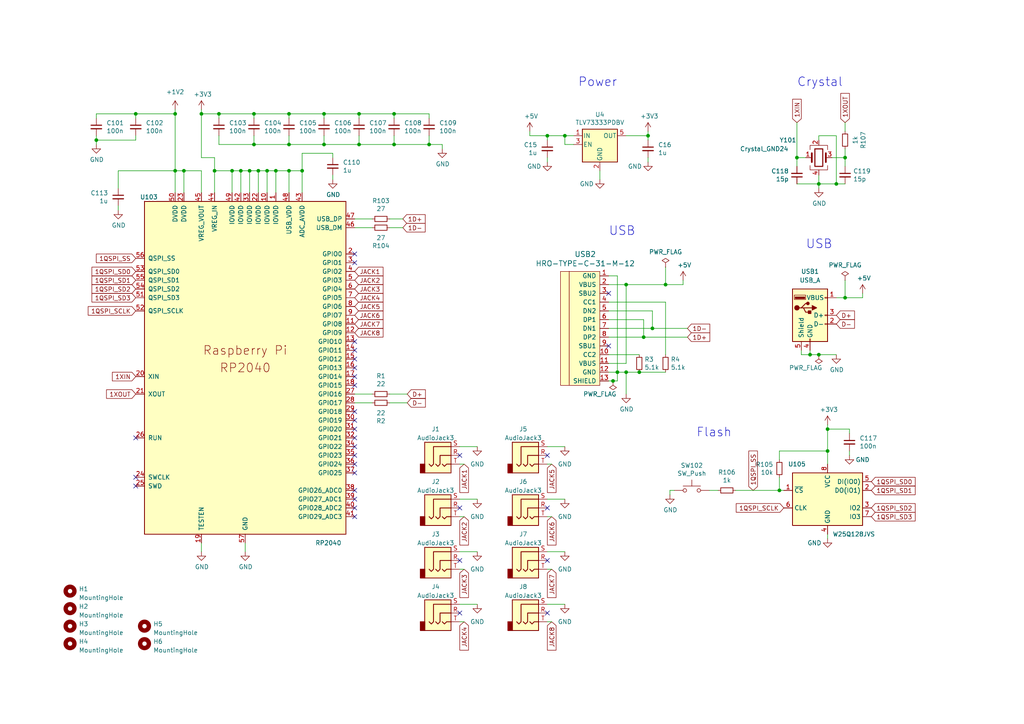
<source format=kicad_sch>
(kicad_sch (version 20230121) (generator eeschema)

  (uuid f1a9fb80-4cc4-410f-9616-e19c969dcab5)

  (paper "A4")

  (lib_symbols
    (symbol "Connector:USB_A" (pin_names (offset 1.016)) (in_bom yes) (on_board yes)
      (property "Reference" "J" (at -5.08 11.43 0)
        (effects (font (size 1.27 1.27)) (justify left))
      )
      (property "Value" "USB_A" (at -5.08 8.89 0)
        (effects (font (size 1.27 1.27)) (justify left))
      )
      (property "Footprint" "" (at 3.81 -1.27 0)
        (effects (font (size 1.27 1.27)) hide)
      )
      (property "Datasheet" " ~" (at 3.81 -1.27 0)
        (effects (font (size 1.27 1.27)) hide)
      )
      (property "ki_keywords" "connector USB" (at 0 0 0)
        (effects (font (size 1.27 1.27)) hide)
      )
      (property "ki_description" "USB Type A connector" (at 0 0 0)
        (effects (font (size 1.27 1.27)) hide)
      )
      (property "ki_fp_filters" "USB*" (at 0 0 0)
        (effects (font (size 1.27 1.27)) hide)
      )
      (symbol "USB_A_0_1"
        (rectangle (start -5.08 -7.62) (end 5.08 7.62)
          (stroke (width 0.254) (type default))
          (fill (type background))
        )
        (circle (center -3.81 2.159) (radius 0.635)
          (stroke (width 0.254) (type default))
          (fill (type outline))
        )
        (rectangle (start -1.524 4.826) (end -4.318 5.334)
          (stroke (width 0) (type default))
          (fill (type outline))
        )
        (rectangle (start -1.27 4.572) (end -4.572 5.842)
          (stroke (width 0) (type default))
          (fill (type none))
        )
        (circle (center -0.635 3.429) (radius 0.381)
          (stroke (width 0.254) (type default))
          (fill (type outline))
        )
        (rectangle (start -0.127 -7.62) (end 0.127 -6.858)
          (stroke (width 0) (type default))
          (fill (type none))
        )
        (polyline
          (pts
            (xy -3.175 2.159)
            (xy -2.54 2.159)
            (xy -1.27 3.429)
            (xy -0.635 3.429)
          )
          (stroke (width 0.254) (type default))
          (fill (type none))
        )
        (polyline
          (pts
            (xy -2.54 2.159)
            (xy -1.905 2.159)
            (xy -1.27 0.889)
            (xy 0 0.889)
          )
          (stroke (width 0.254) (type default))
          (fill (type none))
        )
        (polyline
          (pts
            (xy 0.635 2.794)
            (xy 0.635 1.524)
            (xy 1.905 2.159)
            (xy 0.635 2.794)
          )
          (stroke (width 0.254) (type default))
          (fill (type outline))
        )
        (rectangle (start 0.254 1.27) (end -0.508 0.508)
          (stroke (width 0.254) (type default))
          (fill (type outline))
        )
        (rectangle (start 5.08 -2.667) (end 4.318 -2.413)
          (stroke (width 0) (type default))
          (fill (type none))
        )
        (rectangle (start 5.08 -0.127) (end 4.318 0.127)
          (stroke (width 0) (type default))
          (fill (type none))
        )
        (rectangle (start 5.08 4.953) (end 4.318 5.207)
          (stroke (width 0) (type default))
          (fill (type none))
        )
      )
      (symbol "USB_A_1_1"
        (polyline
          (pts
            (xy -1.905 2.159)
            (xy 0.635 2.159)
          )
          (stroke (width 0.254) (type default))
          (fill (type none))
        )
        (pin power_in line (at 7.62 5.08 180) (length 2.54)
          (name "VBUS" (effects (font (size 1.27 1.27))))
          (number "1" (effects (font (size 1.27 1.27))))
        )
        (pin bidirectional line (at 7.62 -2.54 180) (length 2.54)
          (name "D-" (effects (font (size 1.27 1.27))))
          (number "2" (effects (font (size 1.27 1.27))))
        )
        (pin bidirectional line (at 7.62 0 180) (length 2.54)
          (name "D+" (effects (font (size 1.27 1.27))))
          (number "3" (effects (font (size 1.27 1.27))))
        )
        (pin power_in line (at 0 -10.16 90) (length 2.54)
          (name "GND" (effects (font (size 1.27 1.27))))
          (number "4" (effects (font (size 1.27 1.27))))
        )
        (pin passive line (at -2.54 -10.16 90) (length 2.54)
          (name "Shield" (effects (font (size 1.27 1.27))))
          (number "5" (effects (font (size 1.27 1.27))))
        )
      )
    )
    (symbol "Connector_Audio:AudioJack3" (in_bom yes) (on_board yes)
      (property "Reference" "J" (at 0 8.89 0)
        (effects (font (size 1.27 1.27)))
      )
      (property "Value" "AudioJack3" (at 0 6.35 0)
        (effects (font (size 1.27 1.27)))
      )
      (property "Footprint" "" (at 0 0 0)
        (effects (font (size 1.27 1.27)) hide)
      )
      (property "Datasheet" "~" (at 0 0 0)
        (effects (font (size 1.27 1.27)) hide)
      )
      (property "ki_keywords" "audio jack receptacle stereo headphones phones TRS connector" (at 0 0 0)
        (effects (font (size 1.27 1.27)) hide)
      )
      (property "ki_description" "Audio Jack, 3 Poles (Stereo / TRS)" (at 0 0 0)
        (effects (font (size 1.27 1.27)) hide)
      )
      (property "ki_fp_filters" "Jack*" (at 0 0 0)
        (effects (font (size 1.27 1.27)) hide)
      )
      (symbol "AudioJack3_0_1"
        (rectangle (start -5.08 -5.08) (end -6.35 -2.54)
          (stroke (width 0.254) (type default))
          (fill (type outline))
        )
        (polyline
          (pts
            (xy 0 -2.54)
            (xy 0.635 -3.175)
            (xy 1.27 -2.54)
            (xy 2.54 -2.54)
          )
          (stroke (width 0.254) (type default))
          (fill (type none))
        )
        (polyline
          (pts
            (xy -1.905 -2.54)
            (xy -1.27 -3.175)
            (xy -0.635 -2.54)
            (xy -0.635 0)
            (xy 2.54 0)
          )
          (stroke (width 0.254) (type default))
          (fill (type none))
        )
        (polyline
          (pts
            (xy 2.54 2.54)
            (xy -2.54 2.54)
            (xy -2.54 -2.54)
            (xy -3.175 -3.175)
            (xy -3.81 -2.54)
          )
          (stroke (width 0.254) (type default))
          (fill (type none))
        )
        (rectangle (start 2.54 3.81) (end -5.08 -5.08)
          (stroke (width 0.254) (type default))
          (fill (type background))
        )
      )
      (symbol "AudioJack3_1_1"
        (pin passive line (at 5.08 0 180) (length 2.54)
          (name "~" (effects (font (size 1.27 1.27))))
          (number "R" (effects (font (size 1.27 1.27))))
        )
        (pin passive line (at 5.08 2.54 180) (length 2.54)
          (name "~" (effects (font (size 1.27 1.27))))
          (number "S" (effects (font (size 1.27 1.27))))
        )
        (pin passive line (at 5.08 -2.54 180) (length 2.54)
          (name "~" (effects (font (size 1.27 1.27))))
          (number "T" (effects (font (size 1.27 1.27))))
        )
      )
    )
    (symbol "Device:C_Small" (pin_numbers hide) (pin_names (offset 0.254) hide) (in_bom yes) (on_board yes)
      (property "Reference" "C" (at 0.254 1.778 0)
        (effects (font (size 1.27 1.27)) (justify left))
      )
      (property "Value" "C_Small" (at 0.254 -2.032 0)
        (effects (font (size 1.27 1.27)) (justify left))
      )
      (property "Footprint" "" (at 0 0 0)
        (effects (font (size 1.27 1.27)) hide)
      )
      (property "Datasheet" "~" (at 0 0 0)
        (effects (font (size 1.27 1.27)) hide)
      )
      (property "ki_keywords" "capacitor cap" (at 0 0 0)
        (effects (font (size 1.27 1.27)) hide)
      )
      (property "ki_description" "Unpolarized capacitor, small symbol" (at 0 0 0)
        (effects (font (size 1.27 1.27)) hide)
      )
      (property "ki_fp_filters" "C_*" (at 0 0 0)
        (effects (font (size 1.27 1.27)) hide)
      )
      (symbol "C_Small_0_1"
        (polyline
          (pts
            (xy -1.524 -0.508)
            (xy 1.524 -0.508)
          )
          (stroke (width 0.3302) (type default))
          (fill (type none))
        )
        (polyline
          (pts
            (xy -1.524 0.508)
            (xy 1.524 0.508)
          )
          (stroke (width 0.3048) (type default))
          (fill (type none))
        )
      )
      (symbol "C_Small_1_1"
        (pin passive line (at 0 2.54 270) (length 2.032)
          (name "~" (effects (font (size 1.27 1.27))))
          (number "1" (effects (font (size 1.27 1.27))))
        )
        (pin passive line (at 0 -2.54 90) (length 2.032)
          (name "~" (effects (font (size 1.27 1.27))))
          (number "2" (effects (font (size 1.27 1.27))))
        )
      )
    )
    (symbol "Device:Crystal_GND24" (pin_names (offset 1.016) hide) (in_bom yes) (on_board yes)
      (property "Reference" "Y" (at 3.175 5.08 0)
        (effects (font (size 1.27 1.27)) (justify left))
      )
      (property "Value" "Crystal_GND24" (at 3.175 3.175 0)
        (effects (font (size 1.27 1.27)) (justify left))
      )
      (property "Footprint" "" (at 0 0 0)
        (effects (font (size 1.27 1.27)) hide)
      )
      (property "Datasheet" "~" (at 0 0 0)
        (effects (font (size 1.27 1.27)) hide)
      )
      (property "ki_keywords" "quartz ceramic resonator oscillator" (at 0 0 0)
        (effects (font (size 1.27 1.27)) hide)
      )
      (property "ki_description" "Four pin crystal, GND on pins 2 and 4" (at 0 0 0)
        (effects (font (size 1.27 1.27)) hide)
      )
      (property "ki_fp_filters" "Crystal*" (at 0 0 0)
        (effects (font (size 1.27 1.27)) hide)
      )
      (symbol "Crystal_GND24_0_1"
        (rectangle (start -1.143 2.54) (end 1.143 -2.54)
          (stroke (width 0.3048) (type default))
          (fill (type none))
        )
        (polyline
          (pts
            (xy -2.54 0)
            (xy -2.032 0)
          )
          (stroke (width 0) (type default))
          (fill (type none))
        )
        (polyline
          (pts
            (xy -2.032 -1.27)
            (xy -2.032 1.27)
          )
          (stroke (width 0.508) (type default))
          (fill (type none))
        )
        (polyline
          (pts
            (xy 0 -3.81)
            (xy 0 -3.556)
          )
          (stroke (width 0) (type default))
          (fill (type none))
        )
        (polyline
          (pts
            (xy 0 3.556)
            (xy 0 3.81)
          )
          (stroke (width 0) (type default))
          (fill (type none))
        )
        (polyline
          (pts
            (xy 2.032 -1.27)
            (xy 2.032 1.27)
          )
          (stroke (width 0.508) (type default))
          (fill (type none))
        )
        (polyline
          (pts
            (xy 2.032 0)
            (xy 2.54 0)
          )
          (stroke (width 0) (type default))
          (fill (type none))
        )
        (polyline
          (pts
            (xy -2.54 -2.286)
            (xy -2.54 -3.556)
            (xy 2.54 -3.556)
            (xy 2.54 -2.286)
          )
          (stroke (width 0) (type default))
          (fill (type none))
        )
        (polyline
          (pts
            (xy -2.54 2.286)
            (xy -2.54 3.556)
            (xy 2.54 3.556)
            (xy 2.54 2.286)
          )
          (stroke (width 0) (type default))
          (fill (type none))
        )
      )
      (symbol "Crystal_GND24_1_1"
        (pin passive line (at -3.81 0 0) (length 1.27)
          (name "1" (effects (font (size 1.27 1.27))))
          (number "1" (effects (font (size 1.27 1.27))))
        )
        (pin passive line (at 0 5.08 270) (length 1.27)
          (name "2" (effects (font (size 1.27 1.27))))
          (number "2" (effects (font (size 1.27 1.27))))
        )
        (pin passive line (at 3.81 0 180) (length 1.27)
          (name "3" (effects (font (size 1.27 1.27))))
          (number "3" (effects (font (size 1.27 1.27))))
        )
        (pin passive line (at 0 -5.08 90) (length 1.27)
          (name "4" (effects (font (size 1.27 1.27))))
          (number "4" (effects (font (size 1.27 1.27))))
        )
      )
    )
    (symbol "Device:R_Small" (pin_numbers hide) (pin_names (offset 0.254) hide) (in_bom yes) (on_board yes)
      (property "Reference" "R" (at 0.762 0.508 0)
        (effects (font (size 1.27 1.27)) (justify left))
      )
      (property "Value" "R_Small" (at 0.762 -1.016 0)
        (effects (font (size 1.27 1.27)) (justify left))
      )
      (property "Footprint" "" (at 0 0 0)
        (effects (font (size 1.27 1.27)) hide)
      )
      (property "Datasheet" "~" (at 0 0 0)
        (effects (font (size 1.27 1.27)) hide)
      )
      (property "ki_keywords" "R resistor" (at 0 0 0)
        (effects (font (size 1.27 1.27)) hide)
      )
      (property "ki_description" "Resistor, small symbol" (at 0 0 0)
        (effects (font (size 1.27 1.27)) hide)
      )
      (property "ki_fp_filters" "R_*" (at 0 0 0)
        (effects (font (size 1.27 1.27)) hide)
      )
      (symbol "R_Small_0_1"
        (rectangle (start -0.762 1.778) (end 0.762 -1.778)
          (stroke (width 0.2032) (type default))
          (fill (type none))
        )
      )
      (symbol "R_Small_1_1"
        (pin passive line (at 0 2.54 270) (length 0.762)
          (name "~" (effects (font (size 1.27 1.27))))
          (number "1" (effects (font (size 1.27 1.27))))
        )
        (pin passive line (at 0 -2.54 90) (length 0.762)
          (name "~" (effects (font (size 1.27 1.27))))
          (number "2" (effects (font (size 1.27 1.27))))
        )
      )
    )
    (symbol "GND_1" (power) (pin_names (offset 0)) (in_bom yes) (on_board yes)
      (property "Reference" "#PWR" (at 0 -6.35 0)
        (effects (font (size 1.27 1.27)) hide)
      )
      (property "Value" "GND_1" (at 0 -3.81 0)
        (effects (font (size 1.27 1.27)))
      )
      (property "Footprint" "" (at 0 0 0)
        (effects (font (size 1.27 1.27)) hide)
      )
      (property "Datasheet" "" (at 0 0 0)
        (effects (font (size 1.27 1.27)) hide)
      )
      (property "ki_keywords" "global power" (at 0 0 0)
        (effects (font (size 1.27 1.27)) hide)
      )
      (property "ki_description" "Power symbol creates a global label with name \"GND\" , ground" (at 0 0 0)
        (effects (font (size 1.27 1.27)) hide)
      )
      (symbol "GND_1_0_1"
        (polyline
          (pts
            (xy 0 0)
            (xy 0 -1.27)
            (xy 1.27 -1.27)
            (xy 0 -2.54)
            (xy -1.27 -1.27)
            (xy 0 -1.27)
          )
          (stroke (width 0) (type default))
          (fill (type none))
        )
      )
      (symbol "GND_1_1_1"
        (pin power_in line (at 0 0 270) (length 0) hide
          (name "GND" (effects (font (size 1.27 1.27))))
          (number "1" (effects (font (size 1.27 1.27))))
        )
      )
    )
    (symbol "Mechanical:MountingHole" (pin_names (offset 1.016)) (in_bom yes) (on_board yes)
      (property "Reference" "H" (at 0 5.08 0)
        (effects (font (size 1.27 1.27)))
      )
      (property "Value" "MountingHole" (at 0 3.175 0)
        (effects (font (size 1.27 1.27)))
      )
      (property "Footprint" "" (at 0 0 0)
        (effects (font (size 1.27 1.27)) hide)
      )
      (property "Datasheet" "~" (at 0 0 0)
        (effects (font (size 1.27 1.27)) hide)
      )
      (property "ki_keywords" "mounting hole" (at 0 0 0)
        (effects (font (size 1.27 1.27)) hide)
      )
      (property "ki_description" "Mounting Hole without connection" (at 0 0 0)
        (effects (font (size 1.27 1.27)) hide)
      )
      (property "ki_fp_filters" "MountingHole*" (at 0 0 0)
        (effects (font (size 1.27 1.27)) hide)
      )
      (symbol "MountingHole_0_1"
        (circle (center 0 0) (radius 1.27)
          (stroke (width 1.27) (type default))
          (fill (type none))
        )
      )
    )
    (symbol "Memory_Flash:W25Q128JVS" (in_bom yes) (on_board yes)
      (property "Reference" "U" (at -8.89 8.89 0)
        (effects (font (size 1.27 1.27)))
      )
      (property "Value" "W25Q128JVS" (at 7.62 8.89 0)
        (effects (font (size 1.27 1.27)))
      )
      (property "Footprint" "Package_SO:SOIC-8_5.23x5.23mm_P1.27mm" (at 0 0 0)
        (effects (font (size 1.27 1.27)) hide)
      )
      (property "Datasheet" "http://www.winbond.com/resource-files/w25q128jv_dtr%20revc%2003272018%20plus.pdf" (at 0 0 0)
        (effects (font (size 1.27 1.27)) hide)
      )
      (property "ki_keywords" "flash memory SPI QPI DTR" (at 0 0 0)
        (effects (font (size 1.27 1.27)) hide)
      )
      (property "ki_description" "128Mb Serial Flash Memory, Standard/Dual/Quad SPI, SOIC-8" (at 0 0 0)
        (effects (font (size 1.27 1.27)) hide)
      )
      (property "ki_fp_filters" "SOIC*5.23x5.23mm*P1.27mm*" (at 0 0 0)
        (effects (font (size 1.27 1.27)) hide)
      )
      (symbol "W25Q128JVS_0_1"
        (rectangle (start -10.16 7.62) (end 10.16 -7.62)
          (stroke (width 0.254) (type default))
          (fill (type background))
        )
      )
      (symbol "W25Q128JVS_1_1"
        (pin input line (at -12.7 2.54 0) (length 2.54)
          (name "~{CS}" (effects (font (size 1.27 1.27))))
          (number "1" (effects (font (size 1.27 1.27))))
        )
        (pin bidirectional line (at 12.7 2.54 180) (length 2.54)
          (name "DO(IO1)" (effects (font (size 1.27 1.27))))
          (number "2" (effects (font (size 1.27 1.27))))
        )
        (pin bidirectional line (at 12.7 -2.54 180) (length 2.54)
          (name "IO2" (effects (font (size 1.27 1.27))))
          (number "3" (effects (font (size 1.27 1.27))))
        )
        (pin power_in line (at 0 -10.16 90) (length 2.54)
          (name "GND" (effects (font (size 1.27 1.27))))
          (number "4" (effects (font (size 1.27 1.27))))
        )
        (pin bidirectional line (at 12.7 5.08 180) (length 2.54)
          (name "DI(IO0)" (effects (font (size 1.27 1.27))))
          (number "5" (effects (font (size 1.27 1.27))))
        )
        (pin input line (at -12.7 -2.54 0) (length 2.54)
          (name "CLK" (effects (font (size 1.27 1.27))))
          (number "6" (effects (font (size 1.27 1.27))))
        )
        (pin bidirectional line (at 12.7 -5.08 180) (length 2.54)
          (name "IO3" (effects (font (size 1.27 1.27))))
          (number "7" (effects (font (size 1.27 1.27))))
        )
        (pin power_in line (at 0 10.16 270) (length 2.54)
          (name "VCC" (effects (font (size 1.27 1.27))))
          (number "8" (effects (font (size 1.27 1.27))))
        )
      )
    )
    (symbol "RP2040:RP2040" (pin_names (offset 1.016)) (in_bom yes) (on_board yes)
      (property "Reference" "U" (at -29.21 49.53 0)
        (effects (font (size 1.27 1.27)))
      )
      (property "Value" "RP2040" (at 24.13 -49.53 0)
        (effects (font (size 1.27 1.27)))
      )
      (property "Footprint" "RP2040_minimal:RP2040-QFN-56" (at -19.05 0 0)
        (effects (font (size 1.27 1.27)) hide)
      )
      (property "Datasheet" "" (at -19.05 0 0)
        (effects (font (size 1.27 1.27)) hide)
      )
      (symbol "RP2040_0_0"
        (text "Raspberry Pi" (at 0 5.08 0)
          (effects (font (size 2.54 2.54)))
        )
        (text "RP2040" (at 0 0 0)
          (effects (font (size 2.54 2.54)))
        )
      )
      (symbol "RP2040_0_1"
        (rectangle (start 29.21 48.26) (end -29.21 -48.26)
          (stroke (width 0.254) (type default))
          (fill (type background))
        )
      )
      (symbol "RP2040_1_1"
        (pin power_in line (at 8.89 50.8 270) (length 2.54)
          (name "IOVDD" (effects (font (size 1.27 1.27))))
          (number "1" (effects (font (size 1.27 1.27))))
        )
        (pin power_in line (at 6.35 50.8 270) (length 2.54)
          (name "IOVDD" (effects (font (size 1.27 1.27))))
          (number "10" (effects (font (size 1.27 1.27))))
        )
        (pin bidirectional line (at 31.75 12.7 180) (length 2.54)
          (name "GPIO8" (effects (font (size 1.27 1.27))))
          (number "11" (effects (font (size 1.27 1.27))))
        )
        (pin bidirectional line (at 31.75 10.16 180) (length 2.54)
          (name "GPIO9" (effects (font (size 1.27 1.27))))
          (number "12" (effects (font (size 1.27 1.27))))
        )
        (pin bidirectional line (at 31.75 7.62 180) (length 2.54)
          (name "GPIO10" (effects (font (size 1.27 1.27))))
          (number "13" (effects (font (size 1.27 1.27))))
        )
        (pin bidirectional line (at 31.75 5.08 180) (length 2.54)
          (name "GPIO11" (effects (font (size 1.27 1.27))))
          (number "14" (effects (font (size 1.27 1.27))))
        )
        (pin bidirectional line (at 31.75 2.54 180) (length 2.54)
          (name "GPIO12" (effects (font (size 1.27 1.27))))
          (number "15" (effects (font (size 1.27 1.27))))
        )
        (pin bidirectional line (at 31.75 0 180) (length 2.54)
          (name "GPIO13" (effects (font (size 1.27 1.27))))
          (number "16" (effects (font (size 1.27 1.27))))
        )
        (pin bidirectional line (at 31.75 -2.54 180) (length 2.54)
          (name "GPIO14" (effects (font (size 1.27 1.27))))
          (number "17" (effects (font (size 1.27 1.27))))
        )
        (pin bidirectional line (at 31.75 -5.08 180) (length 2.54)
          (name "GPIO15" (effects (font (size 1.27 1.27))))
          (number "18" (effects (font (size 1.27 1.27))))
        )
        (pin passive line (at -12.7 -50.8 90) (length 2.54)
          (name "TESTEN" (effects (font (size 1.27 1.27))))
          (number "19" (effects (font (size 1.27 1.27))))
        )
        (pin bidirectional line (at 31.75 33.02 180) (length 2.54)
          (name "GPIO0" (effects (font (size 1.27 1.27))))
          (number "2" (effects (font (size 1.27 1.27))))
        )
        (pin input line (at -31.75 -2.54 0) (length 2.54)
          (name "XIN" (effects (font (size 1.27 1.27))))
          (number "20" (effects (font (size 1.27 1.27))))
        )
        (pin passive line (at -31.75 -7.62 0) (length 2.54)
          (name "XOUT" (effects (font (size 1.27 1.27))))
          (number "21" (effects (font (size 1.27 1.27))))
        )
        (pin power_in line (at 3.81 50.8 270) (length 2.54)
          (name "IOVDD" (effects (font (size 1.27 1.27))))
          (number "22" (effects (font (size 1.27 1.27))))
        )
        (pin power_in line (at -17.78 50.8 270) (length 2.54)
          (name "DVDD" (effects (font (size 1.27 1.27))))
          (number "23" (effects (font (size 1.27 1.27))))
        )
        (pin output line (at -31.75 -31.75 0) (length 2.54)
          (name "SWCLK" (effects (font (size 1.27 1.27))))
          (number "24" (effects (font (size 1.27 1.27))))
        )
        (pin bidirectional line (at -31.75 -34.29 0) (length 2.54)
          (name "SWD" (effects (font (size 1.27 1.27))))
          (number "25" (effects (font (size 1.27 1.27))))
        )
        (pin input line (at -31.75 -20.32 0) (length 2.54)
          (name "RUN" (effects (font (size 1.27 1.27))))
          (number "26" (effects (font (size 1.27 1.27))))
        )
        (pin bidirectional line (at 31.75 -7.62 180) (length 2.54)
          (name "GPIO16" (effects (font (size 1.27 1.27))))
          (number "27" (effects (font (size 1.27 1.27))))
        )
        (pin bidirectional line (at 31.75 -10.16 180) (length 2.54)
          (name "GPIO17" (effects (font (size 1.27 1.27))))
          (number "28" (effects (font (size 1.27 1.27))))
        )
        (pin bidirectional line (at 31.75 -12.7 180) (length 2.54)
          (name "GPIO18" (effects (font (size 1.27 1.27))))
          (number "29" (effects (font (size 1.27 1.27))))
        )
        (pin bidirectional line (at 31.75 30.48 180) (length 2.54)
          (name "GPIO1" (effects (font (size 1.27 1.27))))
          (number "3" (effects (font (size 1.27 1.27))))
        )
        (pin bidirectional line (at 31.75 -15.24 180) (length 2.54)
          (name "GPIO19" (effects (font (size 1.27 1.27))))
          (number "30" (effects (font (size 1.27 1.27))))
        )
        (pin bidirectional line (at 31.75 -17.78 180) (length 2.54)
          (name "GPIO20" (effects (font (size 1.27 1.27))))
          (number "31" (effects (font (size 1.27 1.27))))
        )
        (pin bidirectional line (at 31.75 -20.32 180) (length 2.54)
          (name "GPIO21" (effects (font (size 1.27 1.27))))
          (number "32" (effects (font (size 1.27 1.27))))
        )
        (pin power_in line (at 1.27 50.8 270) (length 2.54)
          (name "IOVDD" (effects (font (size 1.27 1.27))))
          (number "33" (effects (font (size 1.27 1.27))))
        )
        (pin bidirectional line (at 31.75 -22.86 180) (length 2.54)
          (name "GPIO22" (effects (font (size 1.27 1.27))))
          (number "34" (effects (font (size 1.27 1.27))))
        )
        (pin bidirectional line (at 31.75 -25.4 180) (length 2.54)
          (name "GPIO23" (effects (font (size 1.27 1.27))))
          (number "35" (effects (font (size 1.27 1.27))))
        )
        (pin bidirectional line (at 31.75 -27.94 180) (length 2.54)
          (name "GPIO24" (effects (font (size 1.27 1.27))))
          (number "36" (effects (font (size 1.27 1.27))))
        )
        (pin bidirectional line (at 31.75 -30.48 180) (length 2.54)
          (name "GPIO25" (effects (font (size 1.27 1.27))))
          (number "37" (effects (font (size 1.27 1.27))))
        )
        (pin bidirectional line (at 31.75 -35.56 180) (length 2.54)
          (name "GPIO26_ADC0" (effects (font (size 1.27 1.27))))
          (number "38" (effects (font (size 1.27 1.27))))
        )
        (pin bidirectional line (at 31.75 -38.1 180) (length 2.54)
          (name "GPIO27_ADC1" (effects (font (size 1.27 1.27))))
          (number "39" (effects (font (size 1.27 1.27))))
        )
        (pin bidirectional line (at 31.75 27.94 180) (length 2.54)
          (name "GPIO2" (effects (font (size 1.27 1.27))))
          (number "4" (effects (font (size 1.27 1.27))))
        )
        (pin bidirectional line (at 31.75 -40.64 180) (length 2.54)
          (name "GPIO28_ADC2" (effects (font (size 1.27 1.27))))
          (number "40" (effects (font (size 1.27 1.27))))
        )
        (pin bidirectional line (at 31.75 -43.18 180) (length 2.54)
          (name "GPIO29_ADC3" (effects (font (size 1.27 1.27))))
          (number "41" (effects (font (size 1.27 1.27))))
        )
        (pin power_in line (at -1.27 50.8 270) (length 2.54)
          (name "IOVDD" (effects (font (size 1.27 1.27))))
          (number "42" (effects (font (size 1.27 1.27))))
        )
        (pin power_in line (at 16.51 50.8 270) (length 2.54)
          (name "ADC_AVDD" (effects (font (size 1.27 1.27))))
          (number "43" (effects (font (size 1.27 1.27))))
        )
        (pin power_in line (at -8.89 50.8 270) (length 2.54)
          (name "VREG_IN" (effects (font (size 1.27 1.27))))
          (number "44" (effects (font (size 1.27 1.27))))
        )
        (pin power_out line (at -12.7 50.8 270) (length 2.54)
          (name "VREG_VOUT" (effects (font (size 1.27 1.27))))
          (number "45" (effects (font (size 1.27 1.27))))
        )
        (pin bidirectional line (at 31.75 40.64 180) (length 2.54)
          (name "USB_DM" (effects (font (size 1.27 1.27))))
          (number "46" (effects (font (size 1.27 1.27))))
        )
        (pin bidirectional line (at 31.75 43.18 180) (length 2.54)
          (name "USB_DP" (effects (font (size 1.27 1.27))))
          (number "47" (effects (font (size 1.27 1.27))))
        )
        (pin power_in line (at 12.7 50.8 270) (length 2.54)
          (name "USB_VDD" (effects (font (size 1.27 1.27))))
          (number "48" (effects (font (size 1.27 1.27))))
        )
        (pin power_in line (at -3.81 50.8 270) (length 2.54)
          (name "IOVDD" (effects (font (size 1.27 1.27))))
          (number "49" (effects (font (size 1.27 1.27))))
        )
        (pin bidirectional line (at 31.75 25.4 180) (length 2.54)
          (name "GPIO3" (effects (font (size 1.27 1.27))))
          (number "5" (effects (font (size 1.27 1.27))))
        )
        (pin power_in line (at -20.32 50.8 270) (length 2.54)
          (name "DVDD" (effects (font (size 1.27 1.27))))
          (number "50" (effects (font (size 1.27 1.27))))
        )
        (pin bidirectional line (at -31.75 20.32 0) (length 2.54)
          (name "QSPI_SD3" (effects (font (size 1.27 1.27))))
          (number "51" (effects (font (size 1.27 1.27))))
        )
        (pin output line (at -31.75 16.51 0) (length 2.54)
          (name "QSPI_SCLK" (effects (font (size 1.27 1.27))))
          (number "52" (effects (font (size 1.27 1.27))))
        )
        (pin bidirectional line (at -31.75 27.94 0) (length 2.54)
          (name "QSPI_SD0" (effects (font (size 1.27 1.27))))
          (number "53" (effects (font (size 1.27 1.27))))
        )
        (pin bidirectional line (at -31.75 22.86 0) (length 2.54)
          (name "QSPI_SD2" (effects (font (size 1.27 1.27))))
          (number "54" (effects (font (size 1.27 1.27))))
        )
        (pin bidirectional line (at -31.75 25.4 0) (length 2.54)
          (name "QSPI_SD1" (effects (font (size 1.27 1.27))))
          (number "55" (effects (font (size 1.27 1.27))))
        )
        (pin bidirectional line (at -31.75 31.75 0) (length 2.54)
          (name "QSPI_SS" (effects (font (size 1.27 1.27))))
          (number "56" (effects (font (size 1.27 1.27))))
        )
        (pin power_in line (at 0 -50.8 90) (length 2.54)
          (name "GND" (effects (font (size 1.27 1.27))))
          (number "57" (effects (font (size 1.27 1.27))))
        )
        (pin bidirectional line (at 31.75 22.86 180) (length 2.54)
          (name "GPIO4" (effects (font (size 1.27 1.27))))
          (number "6" (effects (font (size 1.27 1.27))))
        )
        (pin bidirectional line (at 31.75 20.32 180) (length 2.54)
          (name "GPIO5" (effects (font (size 1.27 1.27))))
          (number "7" (effects (font (size 1.27 1.27))))
        )
        (pin bidirectional line (at 31.75 17.78 180) (length 2.54)
          (name "GPIO6" (effects (font (size 1.27 1.27))))
          (number "8" (effects (font (size 1.27 1.27))))
        )
        (pin bidirectional line (at 31.75 15.24 180) (length 2.54)
          (name "GPIO7" (effects (font (size 1.27 1.27))))
          (number "9" (effects (font (size 1.27 1.27))))
        )
      )
    )
    (symbol "Regulator_Linear:TLV73333PDBV" (pin_names (offset 0.254)) (in_bom yes) (on_board yes)
      (property "Reference" "U" (at -3.81 5.715 0)
        (effects (font (size 1.27 1.27)))
      )
      (property "Value" "TLV73333PDBV" (at 0 5.715 0)
        (effects (font (size 1.27 1.27)) (justify left))
      )
      (property "Footprint" "Package_TO_SOT_SMD:SOT-23-5" (at 0 8.255 0)
        (effects (font (size 1.27 1.27) italic) hide)
      )
      (property "Datasheet" "http://www.ti.com/lit/ds/symlink/tlv733p.pdf" (at 0 0 0)
        (effects (font (size 1.27 1.27)) hide)
      )
      (property "ki_keywords" "300mA LDO Regulator Fixed Positive Capacitor-Free" (at 0 0 0)
        (effects (font (size 1.27 1.27)) hide)
      )
      (property "ki_description" "300mA Capacitor-Free Low Dropout Voltage Regulator, Fixed Output 3.3V, SOT-23-5" (at 0 0 0)
        (effects (font (size 1.27 1.27)) hide)
      )
      (property "ki_fp_filters" "SOT?23*" (at 0 0 0)
        (effects (font (size 1.27 1.27)) hide)
      )
      (symbol "TLV73333PDBV_0_1"
        (rectangle (start -5.08 4.445) (end 5.08 -5.08)
          (stroke (width 0.254) (type default))
          (fill (type background))
        )
      )
      (symbol "TLV73333PDBV_1_1"
        (pin power_in line (at -7.62 2.54 0) (length 2.54)
          (name "IN" (effects (font (size 1.27 1.27))))
          (number "1" (effects (font (size 1.27 1.27))))
        )
        (pin power_in line (at 0 -7.62 90) (length 2.54)
          (name "GND" (effects (font (size 1.27 1.27))))
          (number "2" (effects (font (size 1.27 1.27))))
        )
        (pin input line (at -7.62 0 0) (length 2.54)
          (name "EN" (effects (font (size 1.27 1.27))))
          (number "3" (effects (font (size 1.27 1.27))))
        )
        (pin no_connect line (at 5.08 0 180) (length 2.54) hide
          (name "NC" (effects (font (size 1.27 1.27))))
          (number "4" (effects (font (size 1.27 1.27))))
        )
        (pin power_out line (at 7.62 2.54 180) (length 2.54)
          (name "OUT" (effects (font (size 1.27 1.27))))
          (number "5" (effects (font (size 1.27 1.27))))
        )
      )
    )
    (symbol "Switch:SW_Push" (pin_numbers hide) (pin_names (offset 1.016) hide) (in_bom yes) (on_board yes)
      (property "Reference" "SW" (at 1.27 2.54 0)
        (effects (font (size 1.27 1.27)) (justify left))
      )
      (property "Value" "SW_Push" (at 0 -1.524 0)
        (effects (font (size 1.27 1.27)))
      )
      (property "Footprint" "" (at 0 5.08 0)
        (effects (font (size 1.27 1.27)) hide)
      )
      (property "Datasheet" "~" (at 0 5.08 0)
        (effects (font (size 1.27 1.27)) hide)
      )
      (property "ki_keywords" "switch normally-open pushbutton push-button" (at 0 0 0)
        (effects (font (size 1.27 1.27)) hide)
      )
      (property "ki_description" "Push button switch, generic, two pins" (at 0 0 0)
        (effects (font (size 1.27 1.27)) hide)
      )
      (symbol "SW_Push_0_1"
        (circle (center -2.032 0) (radius 0.508)
          (stroke (width 0) (type default))
          (fill (type none))
        )
        (polyline
          (pts
            (xy 0 1.27)
            (xy 0 3.048)
          )
          (stroke (width 0) (type default))
          (fill (type none))
        )
        (polyline
          (pts
            (xy 2.54 1.27)
            (xy -2.54 1.27)
          )
          (stroke (width 0) (type default))
          (fill (type none))
        )
        (circle (center 2.032 0) (radius 0.508)
          (stroke (width 0) (type default))
          (fill (type none))
        )
        (pin passive line (at -5.08 0 0) (length 2.54)
          (name "1" (effects (font (size 1.27 1.27))))
          (number "1" (effects (font (size 1.27 1.27))))
        )
        (pin passive line (at 5.08 0 180) (length 2.54)
          (name "2" (effects (font (size 1.27 1.27))))
          (number "2" (effects (font (size 1.27 1.27))))
        )
      )
    )
    (symbol "Type-C:HRO-TYPE-C-31-M-12" (pin_names (offset 1.016)) (in_bom yes) (on_board yes)
      (property "Reference" "USB" (at -5.08 16.51 0)
        (effects (font (size 1.524 1.524)))
      )
      (property "Value" "HRO-TYPE-C-31-M-12" (at -10.16 -1.27 90)
        (effects (font (size 1.524 1.524)))
      )
      (property "Footprint" "" (at 0 0 0)
        (effects (font (size 1.524 1.524)) hide)
      )
      (property "Datasheet" "" (at 0 0 0)
        (effects (font (size 1.524 1.524)) hide)
      )
      (symbol "HRO-TYPE-C-31-M-12_0_1"
        (rectangle (start -11.43 15.24) (end -8.89 -17.78)
          (stroke (width 0) (type default))
          (fill (type background))
        )
        (rectangle (start 0 -17.78) (end -8.89 15.24)
          (stroke (width 0) (type default))
          (fill (type background))
        )
      )
      (symbol "HRO-TYPE-C-31-M-12_1_1"
        (pin input line (at 2.54 13.97 180) (length 2.54)
          (name "GND" (effects (font (size 1.27 1.27))))
          (number "1" (effects (font (size 1.27 1.27))))
        )
        (pin input line (at 2.54 -8.89 180) (length 2.54)
          (name "CC2" (effects (font (size 1.27 1.27))))
          (number "10" (effects (font (size 1.27 1.27))))
        )
        (pin input line (at 2.54 -11.43 180) (length 2.54)
          (name "VBUS" (effects (font (size 1.27 1.27))))
          (number "11" (effects (font (size 1.27 1.27))))
        )
        (pin input line (at 2.54 -13.97 180) (length 2.54)
          (name "GND" (effects (font (size 1.27 1.27))))
          (number "12" (effects (font (size 1.27 1.27))))
        )
        (pin input line (at 2.54 -16.51 180) (length 2.54)
          (name "SHIELD" (effects (font (size 1.27 1.27))))
          (number "13" (effects (font (size 1.27 1.27))))
        )
        (pin input line (at 2.54 11.43 180) (length 2.54)
          (name "VBUS" (effects (font (size 1.27 1.27))))
          (number "2" (effects (font (size 1.27 1.27))))
        )
        (pin input line (at 2.54 8.89 180) (length 2.54)
          (name "SBU2" (effects (font (size 1.27 1.27))))
          (number "3" (effects (font (size 1.27 1.27))))
        )
        (pin input line (at 2.54 6.35 180) (length 2.54)
          (name "CC1" (effects (font (size 1.27 1.27))))
          (number "4" (effects (font (size 1.27 1.27))))
        )
        (pin input line (at 2.54 3.81 180) (length 2.54)
          (name "DN2" (effects (font (size 1.27 1.27))))
          (number "5" (effects (font (size 1.27 1.27))))
        )
        (pin input line (at 2.54 1.27 180) (length 2.54)
          (name "DP1" (effects (font (size 1.27 1.27))))
          (number "6" (effects (font (size 1.27 1.27))))
        )
        (pin input line (at 2.54 -1.27 180) (length 2.54)
          (name "DN1" (effects (font (size 1.27 1.27))))
          (number "7" (effects (font (size 1.27 1.27))))
        )
        (pin input line (at 2.54 -3.81 180) (length 2.54)
          (name "DP2" (effects (font (size 1.27 1.27))))
          (number "8" (effects (font (size 1.27 1.27))))
        )
        (pin input line (at 2.54 -6.35 180) (length 2.54)
          (name "SBU1" (effects (font (size 1.27 1.27))))
          (number "9" (effects (font (size 1.27 1.27))))
        )
      )
    )
    (symbol "power:+1V2" (power) (pin_names (offset 0)) (in_bom yes) (on_board yes)
      (property "Reference" "#PWR" (at 0 -3.81 0)
        (effects (font (size 1.27 1.27)) hide)
      )
      (property "Value" "+1V2" (at 0 3.556 0)
        (effects (font (size 1.27 1.27)))
      )
      (property "Footprint" "" (at 0 0 0)
        (effects (font (size 1.27 1.27)) hide)
      )
      (property "Datasheet" "" (at 0 0 0)
        (effects (font (size 1.27 1.27)) hide)
      )
      (property "ki_keywords" "power-flag" (at 0 0 0)
        (effects (font (size 1.27 1.27)) hide)
      )
      (property "ki_description" "Power symbol creates a global label with name \"+1V2\"" (at 0 0 0)
        (effects (font (size 1.27 1.27)) hide)
      )
      (symbol "+1V2_0_1"
        (polyline
          (pts
            (xy -0.762 1.27)
            (xy 0 2.54)
          )
          (stroke (width 0) (type default))
          (fill (type none))
        )
        (polyline
          (pts
            (xy 0 0)
            (xy 0 2.54)
          )
          (stroke (width 0) (type default))
          (fill (type none))
        )
        (polyline
          (pts
            (xy 0 2.54)
            (xy 0.762 1.27)
          )
          (stroke (width 0) (type default))
          (fill (type none))
        )
      )
      (symbol "+1V2_1_1"
        (pin power_in line (at 0 0 90) (length 0) hide
          (name "+1V2" (effects (font (size 1.27 1.27))))
          (number "1" (effects (font (size 1.27 1.27))))
        )
      )
    )
    (symbol "power:+3V3" (power) (pin_names (offset 0)) (in_bom yes) (on_board yes)
      (property "Reference" "#PWR" (at 0 -3.81 0)
        (effects (font (size 1.27 1.27)) hide)
      )
      (property "Value" "+3V3" (at 0 3.556 0)
        (effects (font (size 1.27 1.27)))
      )
      (property "Footprint" "" (at 0 0 0)
        (effects (font (size 1.27 1.27)) hide)
      )
      (property "Datasheet" "" (at 0 0 0)
        (effects (font (size 1.27 1.27)) hide)
      )
      (property "ki_keywords" "power-flag" (at 0 0 0)
        (effects (font (size 1.27 1.27)) hide)
      )
      (property "ki_description" "Power symbol creates a global label with name \"+3V3\"" (at 0 0 0)
        (effects (font (size 1.27 1.27)) hide)
      )
      (symbol "+3V3_0_1"
        (polyline
          (pts
            (xy -0.762 1.27)
            (xy 0 2.54)
          )
          (stroke (width 0) (type default))
          (fill (type none))
        )
        (polyline
          (pts
            (xy 0 0)
            (xy 0 2.54)
          )
          (stroke (width 0) (type default))
          (fill (type none))
        )
        (polyline
          (pts
            (xy 0 2.54)
            (xy 0.762 1.27)
          )
          (stroke (width 0) (type default))
          (fill (type none))
        )
      )
      (symbol "+3V3_1_1"
        (pin power_in line (at 0 0 90) (length 0) hide
          (name "+3V3" (effects (font (size 1.27 1.27))))
          (number "1" (effects (font (size 1.27 1.27))))
        )
      )
    )
    (symbol "power:+5V" (power) (pin_names (offset 0)) (in_bom yes) (on_board yes)
      (property "Reference" "#PWR" (at 0 -3.81 0)
        (effects (font (size 1.27 1.27)) hide)
      )
      (property "Value" "+5V" (at 0 3.556 0)
        (effects (font (size 1.27 1.27)))
      )
      (property "Footprint" "" (at 0 0 0)
        (effects (font (size 1.27 1.27)) hide)
      )
      (property "Datasheet" "" (at 0 0 0)
        (effects (font (size 1.27 1.27)) hide)
      )
      (property "ki_keywords" "power-flag" (at 0 0 0)
        (effects (font (size 1.27 1.27)) hide)
      )
      (property "ki_description" "Power symbol creates a global label with name \"+5V\"" (at 0 0 0)
        (effects (font (size 1.27 1.27)) hide)
      )
      (symbol "+5V_0_1"
        (polyline
          (pts
            (xy -0.762 1.27)
            (xy 0 2.54)
          )
          (stroke (width 0) (type default))
          (fill (type none))
        )
        (polyline
          (pts
            (xy 0 0)
            (xy 0 2.54)
          )
          (stroke (width 0) (type default))
          (fill (type none))
        )
        (polyline
          (pts
            (xy 0 2.54)
            (xy 0.762 1.27)
          )
          (stroke (width 0) (type default))
          (fill (type none))
        )
      )
      (symbol "+5V_1_1"
        (pin power_in line (at 0 0 90) (length 0) hide
          (name "+5V" (effects (font (size 1.27 1.27))))
          (number "1" (effects (font (size 1.27 1.27))))
        )
      )
    )
    (symbol "power:GND" (power) (pin_names (offset 0)) (in_bom yes) (on_board yes)
      (property "Reference" "#PWR" (at 0 -6.35 0)
        (effects (font (size 1.27 1.27)) hide)
      )
      (property "Value" "GND" (at 0 -3.81 0)
        (effects (font (size 1.27 1.27)))
      )
      (property "Footprint" "" (at 0 0 0)
        (effects (font (size 1.27 1.27)) hide)
      )
      (property "Datasheet" "" (at 0 0 0)
        (effects (font (size 1.27 1.27)) hide)
      )
      (property "ki_keywords" "power-flag" (at 0 0 0)
        (effects (font (size 1.27 1.27)) hide)
      )
      (property "ki_description" "Power symbol creates a global label with name \"GND\" , ground" (at 0 0 0)
        (effects (font (size 1.27 1.27)) hide)
      )
      (symbol "GND_0_1"
        (polyline
          (pts
            (xy 0 0)
            (xy 0 -1.27)
            (xy 1.27 -1.27)
            (xy 0 -2.54)
            (xy -1.27 -1.27)
            (xy 0 -1.27)
          )
          (stroke (width 0) (type default))
          (fill (type none))
        )
      )
      (symbol "GND_1_1"
        (pin power_in line (at 0 0 270) (length 0) hide
          (name "GND" (effects (font (size 1.27 1.27))))
          (number "1" (effects (font (size 1.27 1.27))))
        )
      )
    )
    (symbol "power:PWR_FLAG" (power) (pin_numbers hide) (pin_names (offset 0) hide) (in_bom yes) (on_board yes)
      (property "Reference" "#FLG" (at 0 1.905 0)
        (effects (font (size 1.27 1.27)) hide)
      )
      (property "Value" "PWR_FLAG" (at 0 3.81 0)
        (effects (font (size 1.27 1.27)))
      )
      (property "Footprint" "" (at 0 0 0)
        (effects (font (size 1.27 1.27)) hide)
      )
      (property "Datasheet" "~" (at 0 0 0)
        (effects (font (size 1.27 1.27)) hide)
      )
      (property "ki_keywords" "power-flag" (at 0 0 0)
        (effects (font (size 1.27 1.27)) hide)
      )
      (property "ki_description" "Special symbol for telling ERC where power comes from" (at 0 0 0)
        (effects (font (size 1.27 1.27)) hide)
      )
      (symbol "PWR_FLAG_0_0"
        (pin power_out line (at 0 0 90) (length 0)
          (name "pwr" (effects (font (size 1.27 1.27))))
          (number "1" (effects (font (size 1.27 1.27))))
        )
      )
      (symbol "PWR_FLAG_0_1"
        (polyline
          (pts
            (xy 0 0)
            (xy 0 1.27)
            (xy -1.016 1.905)
            (xy 0 2.54)
            (xy 1.016 1.905)
            (xy 0 1.27)
          )
          (stroke (width 0) (type default))
          (fill (type none))
        )
      )
    )
  )

  (junction (at 177.8 110.49) (diameter 0) (color 0 0 0 0)
    (uuid 04697e5a-b30a-4710-bfdd-540c6fb79184)
  )
  (junction (at 245.11 45.72) (diameter 0) (color 0 0 0 0)
    (uuid 05dd2860-e8e6-4c6f-9f20-38964777876f)
  )
  (junction (at 83.82 41.91) (diameter 0) (color 0 0 0 0)
    (uuid 0b5e5b70-196b-4562-8094-c0744b99843a)
  )
  (junction (at 124.46 41.91) (diameter 0) (color 0 0 0 0)
    (uuid 0ecb559a-f3ad-4958-8366-765a1fa90077)
  )
  (junction (at 73.66 33.02) (diameter 0) (color 0 0 0 0)
    (uuid 15e822ad-7ed8-459c-927d-28bf6f3ebbb9)
  )
  (junction (at 63.5 33.02) (diameter 0) (color 0 0 0 0)
    (uuid 2dfd482e-b437-47f3-acc2-7b20e7059ae4)
  )
  (junction (at 240.03 130.81) (diameter 0) (color 0 0 0 0)
    (uuid 3148fab0-f276-4bd4-a067-d4ba133bc545)
  )
  (junction (at 73.66 41.91) (diameter 0) (color 0 0 0 0)
    (uuid 3709af1a-b9f1-4055-bd87-decc1d2014b8)
  )
  (junction (at 62.23 49.53) (diameter 0) (color 0 0 0 0)
    (uuid 3ed60df3-f100-4933-a8e9-6e2a3b25d470)
  )
  (junction (at 181.61 82.55) (diameter 0) (color 0 0 0 0)
    (uuid 4c2642de-6149-40ee-a3ea-b8eb0ce46ab3)
  )
  (junction (at 114.3 33.02) (diameter 0) (color 0 0 0 0)
    (uuid 500f6c1f-fdf1-431a-a1f2-3b51037d302b)
  )
  (junction (at 69.85 49.53) (diameter 0) (color 0 0 0 0)
    (uuid 573da687-65a9-4d6b-8889-c7d53aa297fd)
  )
  (junction (at 53.34 49.53) (diameter 0) (color 0 0 0 0)
    (uuid 5f69c522-307a-4b62-a872-f61e28111055)
  )
  (junction (at 83.82 49.53) (diameter 0) (color 0 0 0 0)
    (uuid 5fb38262-369a-4f7e-a0a1-347695ba977f)
  )
  (junction (at 104.14 41.91) (diameter 0) (color 0 0 0 0)
    (uuid 67dc1ece-55c1-4a51-9720-a4746a57a915)
  )
  (junction (at 186.69 97.79) (diameter 0) (color 0 0 0 0)
    (uuid 6d3f9cb7-fb03-4953-b68a-89afce03fc32)
  )
  (junction (at 93.98 41.91) (diameter 0) (color 0 0 0 0)
    (uuid 6d5ae377-5161-41e9-9ae5-16f7bc9321b3)
  )
  (junction (at 187.96 39.37) (diameter 0) (color 0 0 0 0)
    (uuid 701e1517-e8cf-46f4-b538-98e721c97380)
  )
  (junction (at 234.95 102.87) (diameter 0) (color 0 0 0 0)
    (uuid 70fcd8ce-201a-4c4b-949a-e44701012a54)
  )
  (junction (at 163.83 39.37) (diameter 0) (color 0 0 0 0)
    (uuid 75b944f9-bf25-4dc7-8104-e9f80b4f359b)
  )
  (junction (at 39.37 33.02) (diameter 0) (color 0 0 0 0)
    (uuid 7e05dc4d-b69f-4e87-9d7f-7730ea53cfe8)
  )
  (junction (at 83.82 33.02) (diameter 0) (color 0 0 0 0)
    (uuid 8870af3c-2d9a-449a-8579-02f60188a5fe)
  )
  (junction (at 245.11 86.36) (diameter 0) (color 0 0 0 0)
    (uuid 8eb25a6e-f24c-4275-91f6-92099366d4d5)
  )
  (junction (at 58.42 33.02) (diameter 0) (color 0 0 0 0)
    (uuid 9e4b5225-2e9a-41b7-bc1f-592247d341cd)
  )
  (junction (at 237.49 53.34) (diameter 0) (color 0 0 0 0)
    (uuid a32c3d22-8810-4e6b-a7bf-2dd3223816d8)
  )
  (junction (at 93.98 33.02) (diameter 0) (color 0 0 0 0)
    (uuid ad2e2f9b-f3ce-49d3-9e1e-7992435ec32a)
  )
  (junction (at 74.93 49.53) (diameter 0) (color 0 0 0 0)
    (uuid af341cab-2271-4b49-a1ef-fd0fb3fef4bc)
  )
  (junction (at 27.94 40.64) (diameter 0) (color 0 0 0 0)
    (uuid b1a611d0-5238-4887-b9a5-3cfad8188fd4)
  )
  (junction (at 226.06 142.24) (diameter 0) (color 0 0 0 0)
    (uuid b2f7a707-cf93-4165-9eec-8e6befab4923)
  )
  (junction (at 87.63 49.53) (diameter 0) (color 0 0 0 0)
    (uuid b6845647-c2c9-4601-ad44-883daf7a244e)
  )
  (junction (at 77.47 49.53) (diameter 0) (color 0 0 0 0)
    (uuid ba0117b3-f5d3-46dd-bb84-6d283c0c8aa4)
  )
  (junction (at 158.75 39.37) (diameter 0) (color 0 0 0 0)
    (uuid bac7c5b3-99df-445a-ade9-1e608bbbe27e)
  )
  (junction (at 185.42 107.95) (diameter 0) (color 0 0 0 0)
    (uuid bca125e4-3573-4b06-b92c-aea7c6a93092)
  )
  (junction (at 80.01 49.53) (diameter 0) (color 0 0 0 0)
    (uuid bf124b28-1d1d-4106-99c1-00a226163b06)
  )
  (junction (at 181.61 107.95) (diameter 0) (color 0 0 0 0)
    (uuid c6aca3ec-10a6-4d26-966e-403dd7a308db)
  )
  (junction (at 104.14 33.02) (diameter 0) (color 0 0 0 0)
    (uuid c701de49-d865-4e5c-932a-3446b1bf0114)
  )
  (junction (at 237.49 102.87) (diameter 0) (color 0 0 0 0)
    (uuid c87209fd-b365-4418-a13d-15560f59828c)
  )
  (junction (at 189.23 95.25) (diameter 0) (color 0 0 0 0)
    (uuid d4d92e66-02e9-4d14-bec1-66a10815755a)
  )
  (junction (at 50.8 49.53) (diameter 0) (color 0 0 0 0)
    (uuid da579659-8777-481b-925e-125785a13a1a)
  )
  (junction (at 240.03 124.46) (diameter 0) (color 0 0 0 0)
    (uuid dff727a3-24b0-4693-a640-8fdfd5ec263a)
  )
  (junction (at 193.04 82.55) (diameter 0) (color 0 0 0 0)
    (uuid e258521d-695b-4444-89d8-b9866b27aadd)
  )
  (junction (at 179.07 107.95) (diameter 0) (color 0 0 0 0)
    (uuid e4672890-11ac-483e-a267-636f250c7487)
  )
  (junction (at 67.31 49.53) (diameter 0) (color 0 0 0 0)
    (uuid e598a1dd-5745-456e-be31-6cce6e945b1e)
  )
  (junction (at 242.57 53.34) (diameter 0) (color 0 0 0 0)
    (uuid e8132f24-49c9-4ff9-9bf1-0ee79af5cc20)
  )
  (junction (at 72.39 49.53) (diameter 0) (color 0 0 0 0)
    (uuid e8a5d29e-3e34-4eac-9429-85ad7deae001)
  )
  (junction (at 50.8 33.02) (diameter 0) (color 0 0 0 0)
    (uuid f2b4ca22-2d33-4252-b797-55a3295a3e5e)
  )
  (junction (at 231.14 45.72) (diameter 0) (color 0 0 0 0)
    (uuid f2d95573-69d7-4526-bae4-a416695f9c43)
  )
  (junction (at 114.3 41.91) (diameter 0) (color 0 0 0 0)
    (uuid f50eafb2-bc49-4abb-b260-6c37317b17cf)
  )

  (no_connect (at 39.37 140.97) (uuid 01fc19d8-05a4-4f7e-9e36-57f05b041fe1))
  (no_connect (at 102.87 129.54) (uuid 054b67c9-867c-4f73-8434-e30b66107fa6))
  (no_connect (at 102.87 132.08) (uuid 0801a38d-62d2-47b8-bcd5-544f0fb7ef8a))
  (no_connect (at 39.37 138.43) (uuid 0933a3dd-ebeb-42da-875e-77120afac442))
  (no_connect (at 158.75 177.8) (uuid 11a7b400-c1b2-4919-a93b-a9de0c75311e))
  (no_connect (at 102.87 134.62) (uuid 1d20c90c-c117-40b1-8005-223811e7ff5e))
  (no_connect (at 102.87 106.68) (uuid 22ea1d9c-9ca6-4066-afc1-cb7ee5d5a30c))
  (no_connect (at 133.35 162.56) (uuid 24ea14f5-6c83-422d-99e8-3c714efac0e9))
  (no_connect (at 102.87 109.22) (uuid 2c5eb80f-a643-4e3a-88c6-2f4bb891a850))
  (no_connect (at 102.87 111.76) (uuid 2c6a4579-1b73-4be3-9dbf-f92ba14be455))
  (no_connect (at 158.75 147.32) (uuid 3549b36a-b616-4678-b788-21135f388f00))
  (no_connect (at 39.37 127) (uuid 3bb25dd8-245b-40e6-8b92-6d9b6d9b7855))
  (no_connect (at 102.87 137.16) (uuid 3c847505-017d-42f3-a631-6b115d3897e4))
  (no_connect (at 102.87 127) (uuid 442a35b4-2701-4df0-866c-bf086b58e3ce))
  (no_connect (at 102.87 142.24) (uuid 44ddeee3-c964-454d-ac4e-b85a6ec879aa))
  (no_connect (at 102.87 104.14) (uuid 54ce1415-6de4-48d0-ae57-14958ceb5baf))
  (no_connect (at 102.87 149.86) (uuid 5c846c51-ebd1-4efb-a6db-e3e953113cda))
  (no_connect (at 158.75 132.08) (uuid 6c5e883a-03d5-49f9-99f2-72b1594ba4f8))
  (no_connect (at 133.35 147.32) (uuid 73599164-c314-4033-9abf-c3e201c7c50d))
  (no_connect (at 102.87 147.32) (uuid 7ff6f758-4808-4d73-9b02-0011964cad7f))
  (no_connect (at 102.87 121.92) (uuid 82937966-1acb-4572-8132-36d2f75cbc1c))
  (no_connect (at 158.75 162.56) (uuid 8e90a4c6-2c02-4961-baeb-a6609d040f89))
  (no_connect (at 102.87 73.66) (uuid 92f565b5-7598-4cb7-a44c-8969a53bcedb))
  (no_connect (at 176.53 85.09) (uuid a2d3336c-b35c-4661-b4e2-53bbaae0901d))
  (no_connect (at 133.35 177.8) (uuid a9349a3d-9dab-40e6-96b6-d8e63f3cd64e))
  (no_connect (at 102.87 144.78) (uuid b29bbff2-fd01-44e0-bbd9-513cef7953c2))
  (no_connect (at 102.87 124.46) (uuid b9fb8925-a492-4a11-8f37-f5b02811cd54))
  (no_connect (at 176.53 100.33) (uuid d50e3fd0-eeb8-4271-9302-5a97cad8e943))
  (no_connect (at 133.35 132.08) (uuid db2f22e8-a19d-4231-bee4-cec86554fed3))
  (no_connect (at 102.87 119.38) (uuid de9be510-8fee-4883-97f7-09db7dc997d0))
  (no_connect (at 102.87 101.6) (uuid e1587055-246d-4900-bf8e-01b5fbb4516d))
  (no_connect (at 102.87 99.06) (uuid f4847bd4-41f4-4875-976e-7344dc6db0b3))
  (no_connect (at 102.87 76.2) (uuid f8cb9eaa-db27-48f7-a1b5-069bad07b539))

  (wire (pts (xy 205.74 142.24) (xy 208.28 142.24))
    (stroke (width 0) (type default))
    (uuid 00be88cc-95f5-4e29-bbff-499b1f4b62be)
  )
  (wire (pts (xy 69.85 49.53) (xy 72.39 49.53))
    (stroke (width 0) (type default))
    (uuid 02969c47-3120-4fb6-a616-94c5eadb07c5)
  )
  (wire (pts (xy 194.31 142.24) (xy 195.58 142.24))
    (stroke (width 0) (type default))
    (uuid 0351f70d-995b-4aa7-9bce-18e1f2ae6f49)
  )
  (wire (pts (xy 80.01 49.53) (xy 83.82 49.53))
    (stroke (width 0) (type default))
    (uuid 03726b40-0d47-472d-bb77-b993ddb49d7f)
  )
  (wire (pts (xy 34.29 59.69) (xy 34.29 60.96))
    (stroke (width 0) (type default))
    (uuid 07ae5a79-c373-4b84-89d4-3899edfc8e12)
  )
  (wire (pts (xy 74.93 49.53) (xy 77.47 49.53))
    (stroke (width 0) (type default))
    (uuid 07d9466c-1bde-4f00-90c3-b01097018445)
  )
  (wire (pts (xy 93.98 34.29) (xy 93.98 33.02))
    (stroke (width 0) (type default))
    (uuid 0a5c9e25-5436-44b1-894b-2117b0a89ace)
  )
  (wire (pts (xy 226.06 138.43) (xy 226.06 142.24))
    (stroke (width 0) (type default))
    (uuid 10c054ef-f1a5-411f-b9ce-cb353d22a23e)
  )
  (wire (pts (xy 234.95 101.6) (xy 234.95 102.87))
    (stroke (width 0) (type default))
    (uuid 12979a6f-3612-4640-9f07-280cf760eeef)
  )
  (wire (pts (xy 234.95 102.87) (xy 237.49 102.87))
    (stroke (width 0) (type default))
    (uuid 13023e7a-0a8e-4764-a95f-c86f27332e5e)
  )
  (wire (pts (xy 231.14 53.34) (xy 237.49 53.34))
    (stroke (width 0) (type default))
    (uuid 1668b9d0-d6a8-440c-9bb4-368df3f0c2a1)
  )
  (wire (pts (xy 158.75 129.54) (xy 163.83 129.54))
    (stroke (width 0) (type default))
    (uuid 167315cc-d418-4d0f-800a-775397bb0e2c)
  )
  (wire (pts (xy 114.3 41.91) (xy 124.46 41.91))
    (stroke (width 0) (type default))
    (uuid 1678e3ec-bbd4-4b90-ba6d-702d49359d30)
  )
  (wire (pts (xy 181.61 82.55) (xy 181.61 105.41))
    (stroke (width 0) (type default))
    (uuid 16b28798-2f1c-495d-9717-ffd26f0a683d)
  )
  (wire (pts (xy 104.14 33.02) (xy 114.3 33.02))
    (stroke (width 0) (type default))
    (uuid 17c19674-8531-4dc2-a304-65fde8b8748a)
  )
  (wire (pts (xy 158.75 144.78) (xy 163.83 144.78))
    (stroke (width 0) (type default))
    (uuid 1b75221f-3f58-489f-bc74-48b695223776)
  )
  (wire (pts (xy 27.94 40.64) (xy 39.37 40.64))
    (stroke (width 0) (type default))
    (uuid 1b777fac-3ea0-4e19-bbe6-69ddd36ef437)
  )
  (wire (pts (xy 181.61 39.37) (xy 187.96 39.37))
    (stroke (width 0) (type default))
    (uuid 1cb22080-0f59-4c18-a6e6-8685ef44ec53)
  )
  (wire (pts (xy 176.53 92.71) (xy 186.69 92.71))
    (stroke (width 0) (type default))
    (uuid 1d2f1661-cf09-431b-8d8d-dfd40ff72d69)
  )
  (wire (pts (xy 27.94 33.02) (xy 39.37 33.02))
    (stroke (width 0) (type default))
    (uuid 1e21a289-12ca-4db9-8812-00e1297b48fe)
  )
  (wire (pts (xy 102.87 116.84) (xy 107.95 116.84))
    (stroke (width 0) (type default))
    (uuid 2296806e-c353-4b89-ad7a-728f5ca66138)
  )
  (wire (pts (xy 71.12 157.48) (xy 71.12 160.02))
    (stroke (width 0) (type default))
    (uuid 22b8e0de-24d7-4197-b4d8-e1ce8c37844b)
  )
  (wire (pts (xy 187.96 39.37) (xy 187.96 40.64))
    (stroke (width 0) (type default))
    (uuid 235067e2-1686-40fe-a9a0-61704311b2b1)
  )
  (wire (pts (xy 133.35 180.34) (xy 134.62 180.34))
    (stroke (width 0) (type default))
    (uuid 23e819be-864c-4386-8b8f-a77dfda55c91)
  )
  (wire (pts (xy 133.35 129.54) (xy 138.43 129.54))
    (stroke (width 0) (type default))
    (uuid 23fd6ff8-99e9-4d6f-bf13-b3885be82509)
  )
  (wire (pts (xy 181.61 107.95) (xy 185.42 107.95))
    (stroke (width 0) (type default))
    (uuid 25e9160a-90e5-4272-bb84-241145e8f050)
  )
  (wire (pts (xy 166.37 39.37) (xy 163.83 39.37))
    (stroke (width 0) (type default))
    (uuid 27b2eb82-662b-42d8-90e6-830fec4bb8d2)
  )
  (wire (pts (xy 73.66 39.37) (xy 73.66 41.91))
    (stroke (width 0) (type default))
    (uuid 28d2467f-d89f-4051-ada3-51e700af6356)
  )
  (wire (pts (xy 83.82 55.88) (xy 83.82 49.53))
    (stroke (width 0) (type default))
    (uuid 29947e37-2a26-437a-92cb-777b46c77960)
  )
  (wire (pts (xy 231.14 35.56) (xy 231.14 45.72))
    (stroke (width 0) (type default))
    (uuid 2b9e8a81-52e1-4604-8a5e-48fb071a82f1)
  )
  (wire (pts (xy 67.31 49.53) (xy 69.85 49.53))
    (stroke (width 0) (type default))
    (uuid 2db0dd0a-d3cd-4606-9c85-7995568d1986)
  )
  (wire (pts (xy 242.57 39.37) (xy 242.57 53.34))
    (stroke (width 0) (type default))
    (uuid 2db9c96d-5a52-4925-934c-bb929ec638df)
  )
  (wire (pts (xy 113.03 116.84) (xy 118.11 116.84))
    (stroke (width 0) (type default))
    (uuid 2dd3bb9d-49de-474a-be08-aa44de7ab001)
  )
  (wire (pts (xy 186.69 92.71) (xy 186.69 97.79))
    (stroke (width 0) (type default))
    (uuid 2f8d679f-0b18-463c-955c-0010fdf684fb)
  )
  (wire (pts (xy 53.34 49.53) (xy 58.42 49.53))
    (stroke (width 0) (type default))
    (uuid 31723212-280d-476f-9bb0-b78819183284)
  )
  (wire (pts (xy 124.46 39.37) (xy 124.46 41.91))
    (stroke (width 0) (type default))
    (uuid 339221ff-87e6-46c9-877a-ca934e0a878b)
  )
  (wire (pts (xy 102.87 66.04) (xy 107.95 66.04))
    (stroke (width 0) (type default))
    (uuid 3394fd14-d760-4296-bd69-c006b6841dc0)
  )
  (wire (pts (xy 114.3 34.29) (xy 114.3 33.02))
    (stroke (width 0) (type default))
    (uuid 340062a5-c0ce-46ec-967d-069145827d7f)
  )
  (wire (pts (xy 176.53 95.25) (xy 189.23 95.25))
    (stroke (width 0) (type default))
    (uuid 346e9a7b-cab2-44c5-b6d3-2d1c70888df8)
  )
  (wire (pts (xy 67.31 55.88) (xy 67.31 49.53))
    (stroke (width 0) (type default))
    (uuid 3600540c-fefa-4ac1-b7c4-b3c5bf166102)
  )
  (wire (pts (xy 133.35 134.62) (xy 134.62 134.62))
    (stroke (width 0) (type default))
    (uuid 388a1fe7-b4ba-40b9-824e-05735af9c03e)
  )
  (wire (pts (xy 124.46 41.91) (xy 128.27 41.91))
    (stroke (width 0) (type default))
    (uuid 38cb2804-0bf7-4a24-9907-dfb8ee1c1bee)
  )
  (wire (pts (xy 176.53 82.55) (xy 181.61 82.55))
    (stroke (width 0) (type default))
    (uuid 3b5ce1c3-4c95-4d68-95d9-9e0d1a0a9f8e)
  )
  (wire (pts (xy 181.61 105.41) (xy 176.53 105.41))
    (stroke (width 0) (type default))
    (uuid 3c5980d2-ae65-480b-a664-b53b5e3f5956)
  )
  (wire (pts (xy 83.82 34.29) (xy 83.82 33.02))
    (stroke (width 0) (type default))
    (uuid 3cc2b122-a3a8-46af-b15c-0c39494703c2)
  )
  (wire (pts (xy 158.75 39.37) (xy 163.83 39.37))
    (stroke (width 0) (type default))
    (uuid 3e57b728-64e6-4470-8f27-a43c0dd85050)
  )
  (wire (pts (xy 53.34 49.53) (xy 53.34 55.88))
    (stroke (width 0) (type default))
    (uuid 3ead404d-5ccb-4372-b52e-7d809c444eac)
  )
  (wire (pts (xy 237.49 40.64) (xy 237.49 39.37))
    (stroke (width 0) (type default))
    (uuid 41881d0a-3909-4281-9c26-63134d12a837)
  )
  (wire (pts (xy 250.19 86.36) (xy 250.19 85.09))
    (stroke (width 0) (type default))
    (uuid 4200b092-6204-4a6e-9efc-5deb1a55778a)
  )
  (wire (pts (xy 128.27 41.91) (xy 128.27 43.18))
    (stroke (width 0) (type default))
    (uuid 4249fff3-db3f-48d1-b022-fd9e34be466e)
  )
  (wire (pts (xy 87.63 49.53) (xy 87.63 55.88))
    (stroke (width 0) (type default))
    (uuid 443c8636-eccd-474d-ba02-ffa6eb2f7ac3)
  )
  (wire (pts (xy 245.11 45.72) (xy 245.11 48.26))
    (stroke (width 0) (type default))
    (uuid 448b5a23-9957-4400-8f2d-fb078600e4c1)
  )
  (wire (pts (xy 199.39 97.79) (xy 186.69 97.79))
    (stroke (width 0) (type default))
    (uuid 454b59f2-d05e-4272-a311-3091ca1f8898)
  )
  (wire (pts (xy 179.07 110.49) (xy 177.8 110.49))
    (stroke (width 0) (type default))
    (uuid 46a73d81-80af-4890-a60d-ef5eb1cbc0ca)
  )
  (wire (pts (xy 34.29 54.61) (xy 34.29 49.53))
    (stroke (width 0) (type default))
    (uuid 474e716a-3d03-4b56-b2bd-6808808cc575)
  )
  (wire (pts (xy 102.87 114.3) (xy 107.95 114.3))
    (stroke (width 0) (type default))
    (uuid 48d1288c-44f8-4451-acfc-40e506e2b4bd)
  )
  (wire (pts (xy 237.49 50.8) (xy 237.49 53.34))
    (stroke (width 0) (type default))
    (uuid 4f60eba8-a36d-4602-88e8-eddb4eaecd29)
  )
  (wire (pts (xy 233.68 45.72) (xy 231.14 45.72))
    (stroke (width 0) (type default))
    (uuid 541cc0b0-81e8-4021-bfe7-07e150447ccb)
  )
  (wire (pts (xy 83.82 41.91) (xy 93.98 41.91))
    (stroke (width 0) (type default))
    (uuid 570aca67-586b-404a-81de-74248e8e65a3)
  )
  (wire (pts (xy 241.3 45.72) (xy 245.11 45.72))
    (stroke (width 0) (type default))
    (uuid 57c58e96-cc2d-4fc6-9bef-387b2b50f446)
  )
  (wire (pts (xy 193.04 82.55) (xy 198.12 82.55))
    (stroke (width 0) (type default))
    (uuid 59d5fff7-6680-44b6-9041-547a86b43b29)
  )
  (wire (pts (xy 158.75 160.02) (xy 163.83 160.02))
    (stroke (width 0) (type default))
    (uuid 5a72e47c-a509-40a5-bcbd-d65233cdcc8c)
  )
  (wire (pts (xy 58.42 33.02) (xy 63.5 33.02))
    (stroke (width 0) (type default))
    (uuid 5b41780d-90d8-4679-b672-522a69eed586)
  )
  (wire (pts (xy 62.23 49.53) (xy 62.23 45.72))
    (stroke (width 0) (type default))
    (uuid 5c8fc0ca-3909-4aa7-8c62-f9a8f1974143)
  )
  (wire (pts (xy 158.75 134.62) (xy 160.02 134.62))
    (stroke (width 0) (type default))
    (uuid 5d045713-9857-4606-a7da-512e9aa0bb15)
  )
  (wire (pts (xy 96.52 45.72) (xy 96.52 44.45))
    (stroke (width 0) (type default))
    (uuid 5d8a120c-90d8-484a-8f80-fc2c07dd391b)
  )
  (wire (pts (xy 176.53 80.01) (xy 179.07 80.01))
    (stroke (width 0) (type default))
    (uuid 5fc5e58a-b8f4-49e8-a65c-fe4059324c63)
  )
  (wire (pts (xy 27.94 39.37) (xy 27.94 40.64))
    (stroke (width 0) (type default))
    (uuid 62277433-8a67-474b-bab3-715237e3079c)
  )
  (wire (pts (xy 158.75 45.72) (xy 158.75 46.99))
    (stroke (width 0) (type default))
    (uuid 626679e8-6101-4722-ac57-5b8d9dab4c8b)
  )
  (wire (pts (xy 102.87 63.5) (xy 107.95 63.5))
    (stroke (width 0) (type default))
    (uuid 643e98c1-3433-431d-bc2a-3966553bb355)
  )
  (wire (pts (xy 113.03 114.3) (xy 118.11 114.3))
    (stroke (width 0) (type default))
    (uuid 647789c2-3fc7-460e-950f-7f30c7e5224f)
  )
  (wire (pts (xy 158.75 149.86) (xy 160.02 149.86))
    (stroke (width 0) (type default))
    (uuid 665c7e40-ca7a-4245-9458-2db1733b12da)
  )
  (wire (pts (xy 63.5 33.02) (xy 73.66 33.02))
    (stroke (width 0) (type default))
    (uuid 69721720-ab36-4b7a-b1f8-92064fe85227)
  )
  (wire (pts (xy 62.23 55.88) (xy 62.23 49.53))
    (stroke (width 0) (type default))
    (uuid 69aee97d-e7e0-40c2-822c-55e2453739d7)
  )
  (wire (pts (xy 62.23 49.53) (xy 67.31 49.53))
    (stroke (width 0) (type default))
    (uuid 6cc9148b-4c77-4b92-88b8-31a785ecfdac)
  )
  (wire (pts (xy 133.35 175.26) (xy 138.43 175.26))
    (stroke (width 0) (type default))
    (uuid 70377bdc-4e5b-4d1f-ac71-c4ee3f6406bc)
  )
  (wire (pts (xy 198.12 82.55) (xy 198.12 81.28))
    (stroke (width 0) (type default))
    (uuid 727c7997-7307-47c5-93bb-45f72628b279)
  )
  (wire (pts (xy 246.38 124.46) (xy 246.38 125.73))
    (stroke (width 0) (type default))
    (uuid 72955e13-40b2-4ae0-ae21-f3340b2f1e9d)
  )
  (wire (pts (xy 181.61 82.55) (xy 193.04 82.55))
    (stroke (width 0) (type default))
    (uuid 734e39ae-14fa-4297-a7c0-2316084ba183)
  )
  (wire (pts (xy 63.5 39.37) (xy 63.5 41.91))
    (stroke (width 0) (type default))
    (uuid 738b0012-2486-4236-b937-b6cffa0fcb41)
  )
  (wire (pts (xy 73.66 34.29) (xy 73.66 33.02))
    (stroke (width 0) (type default))
    (uuid 738f5cc4-2b03-49d4-8d33-c2b522c4f638)
  )
  (wire (pts (xy 73.66 41.91) (xy 83.82 41.91))
    (stroke (width 0) (type default))
    (uuid 73c2ffaa-e110-4f50-a2fb-bd4b6276477f)
  )
  (wire (pts (xy 113.03 66.04) (xy 116.84 66.04))
    (stroke (width 0) (type default))
    (uuid 74282a7f-0e48-4482-a398-f3227d8a66b7)
  )
  (wire (pts (xy 177.8 110.49) (xy 176.53 110.49))
    (stroke (width 0) (type default))
    (uuid 777744c6-26ee-48e7-b8b8-c1fabc8c53c7)
  )
  (wire (pts (xy 27.94 40.64) (xy 27.94 41.91))
    (stroke (width 0) (type default))
    (uuid 77792847-08a0-4c9e-864f-4b1ff76a9dd8)
  )
  (wire (pts (xy 104.14 41.91) (xy 114.3 41.91))
    (stroke (width 0) (type default))
    (uuid 78188ff9-4739-40b5-8182-5049b820a546)
  )
  (wire (pts (xy 83.82 49.53) (xy 87.63 49.53))
    (stroke (width 0) (type default))
    (uuid 7a3a8d10-45f3-4261-a439-530921737314)
  )
  (wire (pts (xy 77.47 49.53) (xy 80.01 49.53))
    (stroke (width 0) (type default))
    (uuid 7b3cae3e-8bd9-4e57-9346-c6aa920d1a27)
  )
  (wire (pts (xy 73.66 33.02) (xy 83.82 33.02))
    (stroke (width 0) (type default))
    (uuid 7d0efde3-106b-4e96-bb2b-b0697e5b22f4)
  )
  (wire (pts (xy 193.04 77.47) (xy 193.04 82.55))
    (stroke (width 0) (type default))
    (uuid 7de29c5f-f31a-48d2-9c28-787e43db5b17)
  )
  (wire (pts (xy 72.39 55.88) (xy 72.39 49.53))
    (stroke (width 0) (type default))
    (uuid 7f4f485a-2d75-480f-8376-012d3173f921)
  )
  (wire (pts (xy 50.8 33.02) (xy 50.8 49.53))
    (stroke (width 0) (type default))
    (uuid 7ff62220-1ea3-4857-9e7c-789bdc832cfe)
  )
  (wire (pts (xy 77.47 55.88) (xy 77.47 49.53))
    (stroke (width 0) (type default))
    (uuid 805119be-4469-48be-ad39-9752520be129)
  )
  (wire (pts (xy 240.03 130.81) (xy 240.03 134.62))
    (stroke (width 0) (type default))
    (uuid 80b4f229-31c2-422a-a665-d5b051188185)
  )
  (wire (pts (xy 176.53 90.17) (xy 189.23 90.17))
    (stroke (width 0) (type default))
    (uuid 87cb8fa5-1519-4aa9-823b-4ef4de22fd15)
  )
  (wire (pts (xy 187.96 45.72) (xy 187.96 46.99))
    (stroke (width 0) (type default))
    (uuid 88002554-c459-46e5-8b22-6ea6fe07fd4c)
  )
  (wire (pts (xy 176.53 102.87) (xy 185.42 102.87))
    (stroke (width 0) (type default))
    (uuid 880d98a4-88f2-44dd-a591-0155e00c693b)
  )
  (wire (pts (xy 245.11 45.72) (xy 245.11 43.18))
    (stroke (width 0) (type default))
    (uuid 88213d55-0283-43a3-a66a-8e492fe9a75e)
  )
  (wire (pts (xy 173.99 49.53) (xy 173.99 52.07))
    (stroke (width 0) (type default))
    (uuid 89a8e170-a222-41c0-b545-c9f4c5604011)
  )
  (wire (pts (xy 83.82 39.37) (xy 83.82 41.91))
    (stroke (width 0) (type default))
    (uuid 8a7751fc-98f6-481a-8d46-40271ddcdee3)
  )
  (wire (pts (xy 63.5 34.29) (xy 63.5 33.02))
    (stroke (width 0) (type default))
    (uuid 8ab6a008-2da2-4cc1-9181-dea820f150e3)
  )
  (wire (pts (xy 58.42 45.72) (xy 58.42 33.02))
    (stroke (width 0) (type default))
    (uuid 8bbaa06a-fd22-44d8-9daf-bf57d3c6765d)
  )
  (wire (pts (xy 187.96 38.1) (xy 187.96 39.37))
    (stroke (width 0) (type default))
    (uuid 8bdea5f6-7a53-427a-92b8-fd15994c2e8c)
  )
  (wire (pts (xy 158.75 40.64) (xy 158.75 39.37))
    (stroke (width 0) (type default))
    (uuid 8cdc8ef9-532e-4bf5-9998-7213b9e692a2)
  )
  (wire (pts (xy 62.23 45.72) (xy 58.42 45.72))
    (stroke (width 0) (type default))
    (uuid 8dd7c473-ba3c-4cdb-b213-a248405ffa38)
  )
  (wire (pts (xy 226.06 130.81) (xy 240.03 130.81))
    (stroke (width 0) (type default))
    (uuid 8ebedf65-1978-40a6-a175-65b7a94a8f52)
  )
  (wire (pts (xy 93.98 41.91) (xy 104.14 41.91))
    (stroke (width 0) (type default))
    (uuid 918f7245-006a-4ce2-9367-a8c650cd7488)
  )
  (wire (pts (xy 245.11 81.28) (xy 245.11 86.36))
    (stroke (width 0) (type default))
    (uuid 92d83b18-e0dc-4771-b7a5-43929ae65b9d)
  )
  (wire (pts (xy 166.37 41.91) (xy 163.83 41.91))
    (stroke (width 0) (type default))
    (uuid 9529c01f-e1cd-40be-b7f0-83780a544249)
  )
  (wire (pts (xy 245.11 86.36) (xy 250.19 86.36))
    (stroke (width 0) (type default))
    (uuid 96b7a946-9669-4e1d-a6ef-d726e6b81ee5)
  )
  (wire (pts (xy 179.07 80.01) (xy 179.07 107.95))
    (stroke (width 0) (type default))
    (uuid 96ded38b-bf7a-4d67-ad62-a50dff97f738)
  )
  (wire (pts (xy 113.03 63.5) (xy 116.84 63.5))
    (stroke (width 0) (type default))
    (uuid 991d5c49-09fb-4910-a45f-c6c2f9446f00)
  )
  (wire (pts (xy 213.36 142.24) (xy 226.06 142.24))
    (stroke (width 0) (type default))
    (uuid 9b7c786c-3224-4a79-82d8-bad3b6790356)
  )
  (wire (pts (xy 87.63 44.45) (xy 96.52 44.45))
    (stroke (width 0) (type default))
    (uuid 9c8593dc-caaf-48b9-a047-80a0ad8eead4)
  )
  (wire (pts (xy 226.06 142.24) (xy 227.33 142.24))
    (stroke (width 0) (type default))
    (uuid 9f542abc-a948-4663-a860-c28a469cffa5)
  )
  (wire (pts (xy 96.52 50.8) (xy 96.52 52.07))
    (stroke (width 0) (type default))
    (uuid a01369fa-7e28-46ca-9c65-556f0a15a6f2)
  )
  (wire (pts (xy 27.94 34.29) (xy 27.94 33.02))
    (stroke (width 0) (type default))
    (uuid a055f46b-edbe-4d99-addb-f2168abf13dd)
  )
  (wire (pts (xy 179.07 107.95) (xy 179.07 110.49))
    (stroke (width 0) (type default))
    (uuid a1ab8472-7601-4542-9d5f-85a054863dfa)
  )
  (wire (pts (xy 176.53 97.79) (xy 186.69 97.79))
    (stroke (width 0) (type default))
    (uuid a2857952-25c6-448b-a384-821f09ec70d6)
  )
  (wire (pts (xy 58.42 49.53) (xy 58.42 55.88))
    (stroke (width 0) (type default))
    (uuid a35b7ec2-4bef-4cfa-bc33-0073abb8ac10)
  )
  (wire (pts (xy 193.04 107.95) (xy 185.42 107.95))
    (stroke (width 0) (type default))
    (uuid a587f2ab-472c-489a-895d-96821e8293df)
  )
  (wire (pts (xy 153.67 39.37) (xy 158.75 39.37))
    (stroke (width 0) (type default))
    (uuid a599509f-fbb9-4db4-9adf-9e96bab1138d)
  )
  (wire (pts (xy 240.03 124.46) (xy 240.03 123.19))
    (stroke (width 0) (type default))
    (uuid a7045511-c095-47cc-ba5b-9aee1f6c97c4)
  )
  (wire (pts (xy 189.23 90.17) (xy 189.23 95.25))
    (stroke (width 0) (type default))
    (uuid a78fc92d-d1d6-4f34-934b-e817b83babd8)
  )
  (wire (pts (xy 237.49 53.34) (xy 237.49 54.61))
    (stroke (width 0) (type default))
    (uuid a80942b8-52a7-4dff-b420-cd825818bf7d)
  )
  (wire (pts (xy 181.61 114.3) (xy 181.61 107.95))
    (stroke (width 0) (type default))
    (uuid a8b5b2eb-0b2d-4bf2-8871-8a21dd860940)
  )
  (wire (pts (xy 69.85 55.88) (xy 69.85 49.53))
    (stroke (width 0) (type default))
    (uuid aa5ac6bf-4833-43b3-bf93-00096f32b2b7)
  )
  (wire (pts (xy 237.49 102.87) (xy 242.57 102.87))
    (stroke (width 0) (type default))
    (uuid aa656f9e-ae3a-4da5-ad1e-eebf99321577)
  )
  (wire (pts (xy 245.11 38.1) (xy 245.11 35.56))
    (stroke (width 0) (type default))
    (uuid aa750780-8150-44b0-82e9-9de90992e6de)
  )
  (wire (pts (xy 226.06 133.35) (xy 226.06 130.81))
    (stroke (width 0) (type default))
    (uuid ae4a5f7d-ba92-42e7-86b2-1dccc6f78a47)
  )
  (wire (pts (xy 133.35 149.86) (xy 134.62 149.86))
    (stroke (width 0) (type default))
    (uuid af39044d-eedc-4fea-bdb0-60a0c0137973)
  )
  (wire (pts (xy 231.14 45.72) (xy 231.14 48.26))
    (stroke (width 0) (type default))
    (uuid afe6d575-45bf-4207-8ec3-51415b940f37)
  )
  (wire (pts (xy 176.53 107.95) (xy 179.07 107.95))
    (stroke (width 0) (type default))
    (uuid b0d4d39f-258e-410a-a811-31d22afaf160)
  )
  (wire (pts (xy 240.03 154.94) (xy 240.03 156.21))
    (stroke (width 0) (type default))
    (uuid b42f2e91-ec3c-4aac-ba2f-9d5ff1ebcd89)
  )
  (wire (pts (xy 237.49 39.37) (xy 242.57 39.37))
    (stroke (width 0) (type default))
    (uuid b743b53b-fa73-4184-b5e0-a3de741ccd65)
  )
  (wire (pts (xy 58.42 157.48) (xy 58.42 160.02))
    (stroke (width 0) (type default))
    (uuid b756bf02-96f6-4267-97a7-2a6a4d29b5a1)
  )
  (wire (pts (xy 74.93 55.88) (xy 74.93 49.53))
    (stroke (width 0) (type default))
    (uuid b81dfdc8-69d4-4837-899d-339a4ad155ac)
  )
  (wire (pts (xy 158.75 165.1) (xy 160.02 165.1))
    (stroke (width 0) (type default))
    (uuid b865ff44-f76a-498f-8009-31b122d1369c)
  )
  (wire (pts (xy 158.75 175.26) (xy 163.83 175.26))
    (stroke (width 0) (type default))
    (uuid b9e6df0e-3478-4a53-8b93-df505c19d521)
  )
  (wire (pts (xy 104.14 39.37) (xy 104.14 41.91))
    (stroke (width 0) (type default))
    (uuid ba77499f-b4cd-4c72-b6c5-9a814bb3ee48)
  )
  (wire (pts (xy 114.3 33.02) (xy 124.46 33.02))
    (stroke (width 0) (type default))
    (uuid bf16a6e9-4a0c-41bd-a493-0d20602151e5)
  )
  (wire (pts (xy 124.46 34.29) (xy 124.46 33.02))
    (stroke (width 0) (type default))
    (uuid c10069d4-17d5-422c-aa44-2479e2ab9330)
  )
  (wire (pts (xy 242.57 53.34) (xy 237.49 53.34))
    (stroke (width 0) (type default))
    (uuid c15334c8-797e-4f49-812f-ff04ab9f073e)
  )
  (wire (pts (xy 72.39 49.53) (xy 74.93 49.53))
    (stroke (width 0) (type default))
    (uuid c1ca413c-7723-4cf1-adbd-5816a7c21bc6)
  )
  (wire (pts (xy 194.31 142.24) (xy 194.31 143.51))
    (stroke (width 0) (type default))
    (uuid c2544c18-1e9f-4bdb-bf2e-68890bc63b3a)
  )
  (wire (pts (xy 39.37 40.64) (xy 39.37 39.37))
    (stroke (width 0) (type default))
    (uuid c2df5d84-74c8-4898-a32f-db4676cd9eb6)
  )
  (wire (pts (xy 158.75 180.34) (xy 160.02 180.34))
    (stroke (width 0) (type default))
    (uuid c325f6ca-2e94-4fbe-a458-87663f32c357)
  )
  (wire (pts (xy 232.41 102.87) (xy 234.95 102.87))
    (stroke (width 0) (type default))
    (uuid c3d3d04d-28c7-4981-be49-dd82f674bb11)
  )
  (wire (pts (xy 83.82 33.02) (xy 93.98 33.02))
    (stroke (width 0) (type default))
    (uuid c5c76297-385d-4c2f-a290-3858bfe94b63)
  )
  (wire (pts (xy 133.35 144.78) (xy 138.43 144.78))
    (stroke (width 0) (type default))
    (uuid c751738b-7091-498a-bf3b-26b93269a90a)
  )
  (wire (pts (xy 133.35 160.02) (xy 138.43 160.02))
    (stroke (width 0) (type default))
    (uuid c8bb4bfc-a2c2-4b48-a89b-7b9738b6b3d2)
  )
  (wire (pts (xy 245.11 53.34) (xy 242.57 53.34))
    (stroke (width 0) (type default))
    (uuid cb7aa58e-2e08-49f5-960d-b855f17fda0d)
  )
  (wire (pts (xy 93.98 33.02) (xy 104.14 33.02))
    (stroke (width 0) (type default))
    (uuid cb8e80ea-aba6-432e-94a0-aa18b5149dbb)
  )
  (wire (pts (xy 104.14 34.29) (xy 104.14 33.02))
    (stroke (width 0) (type default))
    (uuid cc858e11-4ad2-47fa-959c-532280193e53)
  )
  (wire (pts (xy 50.8 31.75) (xy 50.8 33.02))
    (stroke (width 0) (type default))
    (uuid d0e2879a-208e-421b-b3c6-4a0e632b13d6)
  )
  (wire (pts (xy 50.8 49.53) (xy 53.34 49.53))
    (stroke (width 0) (type default))
    (uuid d307a111-74de-4739-8cf8-2be853a9eecb)
  )
  (wire (pts (xy 34.29 49.53) (xy 50.8 49.53))
    (stroke (width 0) (type default))
    (uuid d4157a77-4e91-4084-83c3-d39f2c3a63d1)
  )
  (wire (pts (xy 163.83 41.91) (xy 163.83 39.37))
    (stroke (width 0) (type default))
    (uuid d68e5ddb-039c-483f-88a3-1b0b7964b482)
  )
  (wire (pts (xy 39.37 34.29) (xy 39.37 33.02))
    (stroke (width 0) (type default))
    (uuid d74a2f4c-81b4-49e7-b3ed-1ec594b240ff)
  )
  (wire (pts (xy 39.37 33.02) (xy 50.8 33.02))
    (stroke (width 0) (type default))
    (uuid df40a998-23ff-406d-afbc-f03b4f9b063a)
  )
  (wire (pts (xy 176.53 87.63) (xy 193.04 87.63))
    (stroke (width 0) (type default))
    (uuid dfc08ef3-dd24-4240-ab36-21070d3c50b7)
  )
  (wire (pts (xy 240.03 124.46) (xy 246.38 124.46))
    (stroke (width 0) (type default))
    (uuid e34f8dba-9586-47a9-84ff-9fc5b45c239a)
  )
  (wire (pts (xy 50.8 49.53) (xy 50.8 55.88))
    (stroke (width 0) (type default))
    (uuid e36a3414-649e-42ef-95c3-5d817c2909a8)
  )
  (wire (pts (xy 153.67 39.37) (xy 153.67 38.1))
    (stroke (width 0) (type default))
    (uuid e413cfad-d7bd-41ab-b8dd-4b67484671a6)
  )
  (wire (pts (xy 133.35 165.1) (xy 134.62 165.1))
    (stroke (width 0) (type default))
    (uuid e458e03d-8e3b-4bde-af0b-cd8bed395087)
  )
  (wire (pts (xy 93.98 39.37) (xy 93.98 41.91))
    (stroke (width 0) (type default))
    (uuid e6a64c2b-8b1f-449d-a372-bf76c34164e7)
  )
  (wire (pts (xy 193.04 87.63) (xy 193.04 102.87))
    (stroke (width 0) (type default))
    (uuid e77c0cb3-c00f-44cd-a0af-f66bbd801610)
  )
  (wire (pts (xy 87.63 44.45) (xy 87.63 49.53))
    (stroke (width 0) (type default))
    (uuid e81fd77f-f26d-4aeb-9d72-c14edb383ee2)
  )
  (wire (pts (xy 242.57 86.36) (xy 245.11 86.36))
    (stroke (width 0) (type default))
    (uuid ea9aa878-ec85-447d-9366-d1df7bb0b222)
  )
  (wire (pts (xy 73.66 41.91) (xy 63.5 41.91))
    (stroke (width 0) (type default))
    (uuid ec93dcbc-5ae8-4372-95ca-d094f78d6fb8)
  )
  (wire (pts (xy 246.38 130.81) (xy 246.38 132.08))
    (stroke (width 0) (type default))
    (uuid f34bcd8f-e42f-4ca7-b3b0-3596c2a3d3ab)
  )
  (wire (pts (xy 240.03 130.81) (xy 240.03 124.46))
    (stroke (width 0) (type default))
    (uuid f4c4db67-53ea-4806-ad7d-d8556a14c2f2)
  )
  (wire (pts (xy 232.41 101.6) (xy 232.41 102.87))
    (stroke (width 0) (type default))
    (uuid f8b6a3ac-5c0f-40c9-b00b-117b8623f7d2)
  )
  (wire (pts (xy 179.07 107.95) (xy 181.61 107.95))
    (stroke (width 0) (type default))
    (uuid f94d3eae-6827-4b6f-bc8e-b029736d6128)
  )
  (wire (pts (xy 199.39 95.25) (xy 189.23 95.25))
    (stroke (width 0) (type default))
    (uuid fa6f44a4-8e13-4419-b9ef-451a5dabe64b)
  )
  (wire (pts (xy 80.01 55.88) (xy 80.01 49.53))
    (stroke (width 0) (type default))
    (uuid fb23551c-f1c4-4a48-abb4-74c81df1fa31)
  )
  (wire (pts (xy 114.3 39.37) (xy 114.3 41.91))
    (stroke (width 0) (type default))
    (uuid fc171eef-f6de-4590-83a3-cabd54e1a23d)
  )
  (wire (pts (xy 58.42 31.75) (xy 58.42 33.02))
    (stroke (width 0) (type default))
    (uuid fd4fece7-2be3-4b64-833b-fbc67de0a38e)
  )

  (text "USB" (at 233.68 72.39 0)
    (effects (font (size 2.54 2.54)) (justify left bottom))
    (uuid 1dfbf353-5b24-4c0f-8322-8fcd514ae75e)
  )
  (text "Crystal" (at 231.14 25.4 0)
    (effects (font (size 2.54 2.54)) (justify left bottom))
    (uuid 55900224-053b-49cf-ba5d-04ef7e34e24a)
  )
  (text "USB" (at 176.53 68.58 0)
    (effects (font (size 2.54 2.54)) (justify left bottom))
    (uuid be09e475-30dc-4cf3-afcd-63586c3704af)
  )
  (text "Power" (at 167.64 25.4 0)
    (effects (font (size 2.54 2.54)) (justify left bottom))
    (uuid c8a7af6e-c432-4fa3-91ee-c8bf0c5a9ebe)
  )
  (text "Flash" (at 201.93 127 0)
    (effects (font (size 2.54 2.54)) (justify left bottom))
    (uuid ec83990a-ffc1-4557-b5c6-ef90f60ae1dd)
  )

  (global_label "JACK8" (shape input) (at 160.02 180.34 270) (fields_autoplaced)
    (effects (font (size 1.27 1.27)) (justify right))
    (uuid 02730488-fa27-40c0-b0d7-8b37e4ddad97)
    (property "Intersheetrefs" "${INTERSHEET_REFS}" (at 160.02 188.3973 90)
      (effects (font (size 1.27 1.27)) (justify right) hide)
    )
  )
  (global_label "1XOUT" (shape input) (at 245.11 35.56 90) (fields_autoplaced)
    (effects (font (size 1.27 1.27)) (justify left))
    (uuid 0d782238-6d01-4af8-bbc4-09ca91389bdd)
    (property "Intersheetrefs" "${INTERSHEET_REFS}" (at 245.0306 27.1882 90)
      (effects (font (size 1.27 1.27)) (justify left) hide)
    )
  )
  (global_label "D+" (shape input) (at 242.57 91.44 0) (fields_autoplaced)
    (effects (font (size 1.27 1.27)) (justify left))
    (uuid 1723c4f9-402d-4f9f-b8a2-4e2982b91e05)
    (property "Intersheetrefs" "${INTERSHEET_REFS}" (at 171.45 -36.83 0)
      (effects (font (size 1.27 1.27)) hide)
    )
  )
  (global_label "JACK5" (shape input) (at 160.02 134.62 270) (fields_autoplaced)
    (effects (font (size 1.27 1.27)) (justify right))
    (uuid 1b5acdfd-3475-4a9f-b6e0-982fbdf83d6b)
    (property "Intersheetrefs" "${INTERSHEET_REFS}" (at 160.02 142.6773 90)
      (effects (font (size 1.27 1.27)) (justify right) hide)
    )
  )
  (global_label "D-" (shape input) (at 242.57 93.98 0) (fields_autoplaced)
    (effects (font (size 1.27 1.27)) (justify left))
    (uuid 1c88bb54-d17f-4ae7-94df-1e365f367fbd)
    (property "Intersheetrefs" "${INTERSHEET_REFS}" (at 171.45 -31.75 0)
      (effects (font (size 1.27 1.27)) hide)
    )
  )
  (global_label "JACK2" (shape input) (at 134.62 149.86 270) (fields_autoplaced)
    (effects (font (size 1.27 1.27)) (justify right))
    (uuid 1c93ac5d-76ff-4ea0-9a7b-dfce3fd083bf)
    (property "Intersheetrefs" "${INTERSHEET_REFS}" (at 134.62 157.9173 90)
      (effects (font (size 1.27 1.27)) (justify right) hide)
    )
  )
  (global_label "1QSPI_SD0" (shape input) (at 39.37 78.74 180) (fields_autoplaced)
    (effects (font (size 1.27 1.27)) (justify right))
    (uuid 29febd88-06b6-4b5e-9b37-e4224a513950)
    (property "Intersheetrefs" "${INTERSHEET_REFS}" (at 26.7648 78.6606 0)
      (effects (font (size 1.27 1.27)) (justify right) hide)
    )
  )
  (global_label "1QSPI_SD0" (shape input) (at 252.73 139.7 0) (fields_autoplaced)
    (effects (font (size 1.27 1.27)) (justify left))
    (uuid 4608b955-d881-4c65-9cbb-9c802cd9ab44)
    (property "Intersheetrefs" "${INTERSHEET_REFS}" (at 265.3352 139.6206 0)
      (effects (font (size 1.27 1.27)) (justify left) hide)
    )
  )
  (global_label "JACK5" (shape input) (at 102.87 88.9 0) (fields_autoplaced)
    (effects (font (size 1.27 1.27)) (justify left))
    (uuid 4a8ce53f-e21e-4fb0-a92b-e65a3de0c9d6)
    (property "Intersheetrefs" "${INTERSHEET_REFS}" (at 110.9273 88.9 0)
      (effects (font (size 1.27 1.27)) (justify left) hide)
    )
  )
  (global_label "1QSPI_SD3" (shape input) (at 39.37 86.36 180) (fields_autoplaced)
    (effects (font (size 1.27 1.27)) (justify right))
    (uuid 4ac1cdac-0268-4ac6-9b2f-3cd592491cfe)
    (property "Intersheetrefs" "${INTERSHEET_REFS}" (at 26.7648 86.2806 0)
      (effects (font (size 1.27 1.27)) (justify right) hide)
    )
  )
  (global_label "JACK8" (shape input) (at 102.87 96.52 0) (fields_autoplaced)
    (effects (font (size 1.27 1.27)) (justify left))
    (uuid 57b41655-dd72-4350-8493-9d403a286fa5)
    (property "Intersheetrefs" "${INTERSHEET_REFS}" (at 110.9273 96.52 0)
      (effects (font (size 1.27 1.27)) (justify left) hide)
    )
  )
  (global_label "1D-" (shape input) (at 199.39 95.25 0) (fields_autoplaced)
    (effects (font (size 1.27 1.27)) (justify left))
    (uuid 5a7871d3-a89f-4b4d-afee-9e6f6733bf5b)
    (property "Intersheetrefs" "${INTERSHEET_REFS}" (at 205.7661 95.1706 0)
      (effects (font (size 1.27 1.27)) (justify left) hide)
    )
  )
  (global_label "1QSPI_SCLK" (shape input) (at 227.33 147.32 180) (fields_autoplaced)
    (effects (font (size 1.27 1.27)) (justify right))
    (uuid 65cc9f2f-bb2b-43b3-8711-839d8f3b58b8)
    (property "Intersheetrefs" "${INTERSHEET_REFS}" (at 213.6363 147.2406 0)
      (effects (font (size 1.27 1.27)) (justify right) hide)
    )
  )
  (global_label "1QSPI_SCLK" (shape input) (at 39.37 90.17 180) (fields_autoplaced)
    (effects (font (size 1.27 1.27)) (justify right))
    (uuid 67fab440-fd30-4ea2-aaf4-6c62dbc28c79)
    (property "Intersheetrefs" "${INTERSHEET_REFS}" (at 25.6763 90.0906 0)
      (effects (font (size 1.27 1.27)) (justify right) hide)
    )
  )
  (global_label "JACK4" (shape input) (at 102.87 86.36 0) (fields_autoplaced)
    (effects (font (size 1.27 1.27)) (justify left))
    (uuid 6dafb276-bdd1-4dcd-8973-0158ceeaa7ba)
    (property "Intersheetrefs" "${INTERSHEET_REFS}" (at 110.9273 86.36 0)
      (effects (font (size 1.27 1.27)) (justify left) hide)
    )
  )
  (global_label "JACK6" (shape input) (at 160.02 149.86 270) (fields_autoplaced)
    (effects (font (size 1.27 1.27)) (justify right))
    (uuid 7442d7e5-2d9b-4b04-8fa5-f2b40e80c151)
    (property "Intersheetrefs" "${INTERSHEET_REFS}" (at 160.02 157.9173 90)
      (effects (font (size 1.27 1.27)) (justify right) hide)
    )
  )
  (global_label "1D+" (shape input) (at 199.39 97.79 0) (fields_autoplaced)
    (effects (font (size 1.27 1.27)) (justify left))
    (uuid 76e703da-9855-4f78-9024-d4428b5ab499)
    (property "Intersheetrefs" "${INTERSHEET_REFS}" (at 205.7661 97.7106 0)
      (effects (font (size 1.27 1.27)) (justify left) hide)
    )
  )
  (global_label "JACK7" (shape input) (at 102.87 93.98 0) (fields_autoplaced)
    (effects (font (size 1.27 1.27)) (justify left))
    (uuid 811a2f96-b4fb-478b-b231-58aa5b694e08)
    (property "Intersheetrefs" "${INTERSHEET_REFS}" (at 110.9273 93.98 0)
      (effects (font (size 1.27 1.27)) (justify left) hide)
    )
  )
  (global_label "JACK3" (shape input) (at 134.62 165.1 270) (fields_autoplaced)
    (effects (font (size 1.27 1.27)) (justify right))
    (uuid 8265b496-1307-48b0-8520-1589f1d6af3b)
    (property "Intersheetrefs" "${INTERSHEET_REFS}" (at 134.62 173.1573 90)
      (effects (font (size 1.27 1.27)) (justify right) hide)
    )
  )
  (global_label "JACK1" (shape input) (at 134.62 134.62 270) (fields_autoplaced)
    (effects (font (size 1.27 1.27)) (justify right))
    (uuid 877df253-5923-4ef4-9462-498cf79b67c6)
    (property "Intersheetrefs" "${INTERSHEET_REFS}" (at 134.62 142.6773 90)
      (effects (font (size 1.27 1.27)) (justify right) hide)
    )
  )
  (global_label "JACK1" (shape input) (at 102.87 78.74 0) (fields_autoplaced)
    (effects (font (size 1.27 1.27)) (justify left))
    (uuid 8a019170-7c83-4432-8def-3b0c0f9e3a0e)
    (property "Intersheetrefs" "${INTERSHEET_REFS}" (at 110.9273 78.74 0)
      (effects (font (size 1.27 1.27)) (justify left) hide)
    )
  )
  (global_label "D+" (shape input) (at 118.11 114.3 0) (fields_autoplaced)
    (effects (font (size 1.27 1.27)) (justify left))
    (uuid 8c4d6be0-c20f-4243-8c9f-b4ce5b253228)
    (property "Intersheetrefs" "${INTERSHEET_REFS}" (at 123.204 114.3 0)
      (effects (font (size 1.27 1.27)) (justify left) hide)
    )
  )
  (global_label "1XIN" (shape input) (at 39.37 109.22 180) (fields_autoplaced)
    (effects (font (size 1.27 1.27)) (justify right))
    (uuid 9294e451-fb96-44af-8197-af90e0a0109e)
    (property "Intersheetrefs" "${INTERSHEET_REFS}" (at 32.6915 109.1406 0)
      (effects (font (size 1.27 1.27)) (justify right) hide)
    )
  )
  (global_label "JACK6" (shape input) (at 102.87 91.44 0) (fields_autoplaced)
    (effects (font (size 1.27 1.27)) (justify left))
    (uuid 93f55ab5-d85e-40df-b913-ef28ea37ff80)
    (property "Intersheetrefs" "${INTERSHEET_REFS}" (at 110.9273 91.44 0)
      (effects (font (size 1.27 1.27)) (justify left) hide)
    )
  )
  (global_label "1QSPI_SD1" (shape input) (at 39.37 81.28 180) (fields_autoplaced)
    (effects (font (size 1.27 1.27)) (justify right))
    (uuid 9b9914e3-ee42-4aba-b8d9-246b86dfb52d)
    (property "Intersheetrefs" "${INTERSHEET_REFS}" (at 26.7648 81.2006 0)
      (effects (font (size 1.27 1.27)) (justify right) hide)
    )
  )
  (global_label "1D+" (shape input) (at 116.84 63.5 0) (fields_autoplaced)
    (effects (font (size 1.27 1.27)) (justify left))
    (uuid ab29cbfd-2ed6-4bd6-b2c4-4634d4bd0d46)
    (property "Intersheetrefs" "${INTERSHEET_REFS}" (at 123.2161 63.4206 0)
      (effects (font (size 1.27 1.27)) (justify left) hide)
    )
  )
  (global_label "1XIN" (shape input) (at 231.14 35.56 90) (fields_autoplaced)
    (effects (font (size 1.27 1.27)) (justify left))
    (uuid ac6c5919-feef-45eb-ad97-37a3ca1541a6)
    (property "Intersheetrefs" "${INTERSHEET_REFS}" (at 231.0606 28.8815 90)
      (effects (font (size 1.27 1.27)) (justify left) hide)
    )
  )
  (global_label "1QSPI_SS" (shape input) (at 39.37 74.93 180) (fields_autoplaced)
    (effects (font (size 1.27 1.27)) (justify right))
    (uuid ad9bd2b3-9b9f-49d9-869a-3bdf7bd46114)
    (property "Intersheetrefs" "${INTERSHEET_REFS}" (at 28.0348 74.8506 0)
      (effects (font (size 1.27 1.27)) (justify right) hide)
    )
  )
  (global_label "1QSPI_SD3" (shape input) (at 252.73 149.86 0) (fields_autoplaced)
    (effects (font (size 1.27 1.27)) (justify left))
    (uuid ba86c80c-ac45-463e-9f16-6fead5bd7723)
    (property "Intersheetrefs" "${INTERSHEET_REFS}" (at 265.3352 149.7806 0)
      (effects (font (size 1.27 1.27)) (justify left) hide)
    )
  )
  (global_label "JACK4" (shape input) (at 134.62 180.34 270) (fields_autoplaced)
    (effects (font (size 1.27 1.27)) (justify right))
    (uuid bb7a5a0b-009c-446b-9481-ca6d78f8856e)
    (property "Intersheetrefs" "${INTERSHEET_REFS}" (at 134.62 188.3973 90)
      (effects (font (size 1.27 1.27)) (justify right) hide)
    )
  )
  (global_label "D-" (shape input) (at 118.11 116.84 0) (fields_autoplaced)
    (effects (font (size 1.27 1.27)) (justify left))
    (uuid d35b0e18-73cf-4b66-a905-d11c53880201)
    (property "Intersheetrefs" "${INTERSHEET_REFS}" (at 123.204 116.84 0)
      (effects (font (size 1.27 1.27)) (justify left) hide)
    )
  )
  (global_label "1QSPI_SD2" (shape input) (at 39.37 83.82 180) (fields_autoplaced)
    (effects (font (size 1.27 1.27)) (justify right))
    (uuid d7785f89-c292-48b3-8e82-95bc9fd4fac5)
    (property "Intersheetrefs" "${INTERSHEET_REFS}" (at 26.7648 83.7406 0)
      (effects (font (size 1.27 1.27)) (justify right) hide)
    )
  )
  (global_label "1D-" (shape input) (at 116.84 66.04 0) (fields_autoplaced)
    (effects (font (size 1.27 1.27)) (justify left))
    (uuid d9637638-8f42-41de-9dec-1a4291f0948a)
    (property "Intersheetrefs" "${INTERSHEET_REFS}" (at 123.2161 65.9606 0)
      (effects (font (size 1.27 1.27)) (justify left) hide)
    )
  )
  (global_label "1QSPI_SS" (shape input) (at 218.44 142.24 90) (fields_autoplaced)
    (effects (font (size 1.27 1.27)) (justify left))
    (uuid ec9cf834-ac2a-48be-83b2-00486c507f37)
    (property "Intersheetrefs" "${INTERSHEET_REFS}" (at 218.3606 130.9048 90)
      (effects (font (size 1.27 1.27)) (justify left) hide)
    )
  )
  (global_label "1QSPI_SD2" (shape input) (at 252.73 147.32 0) (fields_autoplaced)
    (effects (font (size 1.27 1.27)) (justify left))
    (uuid ed5b4004-fe65-4f71-ac64-5dfb5405a584)
    (property "Intersheetrefs" "${INTERSHEET_REFS}" (at 265.3352 147.2406 0)
      (effects (font (size 1.27 1.27)) (justify left) hide)
    )
  )
  (global_label "JACK2" (shape input) (at 102.87 81.28 0) (fields_autoplaced)
    (effects (font (size 1.27 1.27)) (justify left))
    (uuid ef72482f-faa1-4bc3-9273-b5643c3785e3)
    (property "Intersheetrefs" "${INTERSHEET_REFS}" (at 110.9273 81.28 0)
      (effects (font (size 1.27 1.27)) (justify left) hide)
    )
  )
  (global_label "JACK3" (shape input) (at 102.87 83.82 0) (fields_autoplaced)
    (effects (font (size 1.27 1.27)) (justify left))
    (uuid f313966a-4a91-45b1-8633-36f3e060122a)
    (property "Intersheetrefs" "${INTERSHEET_REFS}" (at 110.9273 83.82 0)
      (effects (font (size 1.27 1.27)) (justify left) hide)
    )
  )
  (global_label "JACK7" (shape input) (at 160.02 165.1 270) (fields_autoplaced)
    (effects (font (size 1.27 1.27)) (justify right))
    (uuid f6ce0996-1903-4ea7-8488-b06e3da7cca1)
    (property "Intersheetrefs" "${INTERSHEET_REFS}" (at 160.02 173.1573 90)
      (effects (font (size 1.27 1.27)) (justify right) hide)
    )
  )
  (global_label "1XOUT" (shape input) (at 39.37 114.3 180) (fields_autoplaced)
    (effects (font (size 1.27 1.27)) (justify right))
    (uuid fb5d219f-2bd7-4bb0-b38e-5e18faeb09da)
    (property "Intersheetrefs" "${INTERSHEET_REFS}" (at 30.9982 114.2206 0)
      (effects (font (size 1.27 1.27)) (justify right) hide)
    )
  )
  (global_label "1QSPI_SD1" (shape input) (at 252.73 142.24 0) (fields_autoplaced)
    (effects (font (size 1.27 1.27)) (justify left))
    (uuid fba6f1d4-6459-4f85-950d-bdbd8b939de7)
    (property "Intersheetrefs" "${INTERSHEET_REFS}" (at 265.3352 142.1606 0)
      (effects (font (size 1.27 1.27)) (justify left) hide)
    )
  )

  (symbol (lib_id "power:GND") (at 173.99 52.07 0) (unit 1)
    (in_bom yes) (on_board yes) (dnp no)
    (uuid 00000000-0000-0000-0000-00005f06a60b)
    (property "Reference" "#PWR023" (at 173.99 58.42 0)
      (effects (font (size 1.27 1.27)) hide)
    )
    (property "Value" "GND" (at 170.18 53.34 0)
      (effects (font (size 1.27 1.27)))
    )
    (property "Footprint" "" (at 173.99 52.07 0)
      (effects (font (size 1.27 1.27)) hide)
    )
    (property "Datasheet" "" (at 173.99 52.07 0)
      (effects (font (size 1.27 1.27)) hide)
    )
    (pin "1" (uuid 2f1a2a04-ee37-495d-b2d6-0866c6218c8a))
    (instances
      (project "Remapper"
        (path "/f1a9fb80-4cc4-410f-9616-e19c969dcab5"
          (reference "#PWR023") (unit 1)
        )
      )
    )
  )

  (symbol (lib_id "power:+3V3") (at 187.96 38.1 0) (unit 1)
    (in_bom yes) (on_board yes) (dnp no)
    (uuid 00000000-0000-0000-0000-00005f077314)
    (property "Reference" "#PWR017" (at 187.96 41.91 0)
      (effects (font (size 1.27 1.27)) hide)
    )
    (property "Value" "+3V3" (at 188.341 33.7058 0)
      (effects (font (size 1.27 1.27)))
    )
    (property "Footprint" "" (at 187.96 38.1 0)
      (effects (font (size 1.27 1.27)) hide)
    )
    (property "Datasheet" "" (at 187.96 38.1 0)
      (effects (font (size 1.27 1.27)) hide)
    )
    (pin "1" (uuid 222d138c-e7d2-44f4-9190-3b43b3d80d22))
    (instances
      (project "Remapper"
        (path "/f1a9fb80-4cc4-410f-9616-e19c969dcab5"
          (reference "#PWR017") (unit 1)
        )
      )
    )
  )

  (symbol (lib_id "Device:C_Small") (at 158.75 43.18 0) (mirror y) (unit 1)
    (in_bom yes) (on_board yes) (dnp no)
    (uuid 00000000-0000-0000-0000-00005f09255d)
    (property "Reference" "C15" (at 155.829 42.0116 0)
      (effects (font (size 1.27 1.27)) (justify left))
    )
    (property "Value" "1u" (at 155.829 44.323 0)
      (effects (font (size 1.27 1.27)) (justify left))
    )
    (property "Footprint" "Capacitor_SMD:C_0402_1005Metric" (at 157.7848 46.99 0)
      (effects (font (size 1.27 1.27)) hide)
    )
    (property "Datasheet" "~" (at 158.75 43.18 0)
      (effects (font (size 1.27 1.27)) hide)
    )
    (property "LCSC" "C52923" (at 158.75 43.18 0)
      (effects (font (size 1.27 1.27)) hide)
    )
    (pin "1" (uuid 0ce6d2d5-61bb-40fd-b9a3-c060b1a7ec1c))
    (pin "2" (uuid bfb74672-6b68-4a03-bed5-e3979f6755e4))
    (instances
      (project "Remapper"
        (path "/f1a9fb80-4cc4-410f-9616-e19c969dcab5"
          (reference "C15") (unit 1)
        )
      )
    )
  )

  (symbol (lib_id "Device:C_Small") (at 187.96 43.18 0) (unit 1)
    (in_bom yes) (on_board yes) (dnp no)
    (uuid 00000000-0000-0000-0000-00005f0930a1)
    (property "Reference" "C16" (at 190.881 42.0116 0)
      (effects (font (size 1.27 1.27)) (justify left))
    )
    (property "Value" "1u" (at 190.881 44.323 0)
      (effects (font (size 1.27 1.27)) (justify left))
    )
    (property "Footprint" "Capacitor_SMD:C_0402_1005Metric" (at 188.9252 46.99 0)
      (effects (font (size 1.27 1.27)) hide)
    )
    (property "Datasheet" "~" (at 187.96 43.18 0)
      (effects (font (size 1.27 1.27)) hide)
    )
    (property "LCSC" "C52923" (at 187.96 43.18 0)
      (effects (font (size 1.27 1.27)) hide)
    )
    (pin "1" (uuid 609219b8-edbe-4081-b6b9-c182ed83acd4))
    (pin "2" (uuid 5533ec3c-5c24-4ddc-8c12-a9a180006a94))
    (instances
      (project "Remapper"
        (path "/f1a9fb80-4cc4-410f-9616-e19c969dcab5"
          (reference "C16") (unit 1)
        )
      )
    )
  )

  (symbol (lib_id "power:GND") (at 158.75 46.99 0) (unit 1)
    (in_bom yes) (on_board yes) (dnp no)
    (uuid 00000000-0000-0000-0000-00005f093d45)
    (property "Reference" "#PWR021" (at 158.75 53.34 0)
      (effects (font (size 1.27 1.27)) hide)
    )
    (property "Value" "GND" (at 154.94 48.26 0)
      (effects (font (size 1.27 1.27)))
    )
    (property "Footprint" "" (at 158.75 46.99 0)
      (effects (font (size 1.27 1.27)) hide)
    )
    (property "Datasheet" "" (at 158.75 46.99 0)
      (effects (font (size 1.27 1.27)) hide)
    )
    (pin "1" (uuid 7a5829b6-0c8b-42cd-9ca1-df4c38a638c0))
    (instances
      (project "Remapper"
        (path "/f1a9fb80-4cc4-410f-9616-e19c969dcab5"
          (reference "#PWR021") (unit 1)
        )
      )
    )
  )

  (symbol (lib_id "power:GND") (at 187.96 46.99 0) (unit 1)
    (in_bom yes) (on_board yes) (dnp no)
    (uuid 00000000-0000-0000-0000-00005f0a1049)
    (property "Reference" "#PWR022" (at 187.96 53.34 0)
      (effects (font (size 1.27 1.27)) hide)
    )
    (property "Value" "GND" (at 184.15 48.26 0)
      (effects (font (size 1.27 1.27)))
    )
    (property "Footprint" "" (at 187.96 46.99 0)
      (effects (font (size 1.27 1.27)) hide)
    )
    (property "Datasheet" "" (at 187.96 46.99 0)
      (effects (font (size 1.27 1.27)) hide)
    )
    (pin "1" (uuid cec20b0d-acc5-4fac-9edb-aa31383211b0))
    (instances
      (project "Remapper"
        (path "/f1a9fb80-4cc4-410f-9616-e19c969dcab5"
          (reference "#PWR022") (unit 1)
        )
      )
    )
  )

  (symbol (lib_id "Regulator_Linear:TLV73333PDBV") (at 173.99 41.91 0) (unit 1)
    (in_bom yes) (on_board yes) (dnp no)
    (uuid 00000000-0000-0000-0000-00006125e8d0)
    (property "Reference" "U4" (at 173.99 33.2232 0)
      (effects (font (size 1.27 1.27)))
    )
    (property "Value" "TLV73333PDBV" (at 173.99 35.5346 0)
      (effects (font (size 1.27 1.27)))
    )
    (property "Footprint" "SOT-23-5:SOT-23-5" (at 173.99 33.655 0)
      (effects (font (size 1.27 1.27) italic) hide)
    )
    (property "Datasheet" "http://www.ti.com/lit/ds/symlink/tlv733p.pdf" (at 173.99 41.91 0)
      (effects (font (size 1.27 1.27)) hide)
    )
    (property "LCSC" "C134139" (at 173.99 41.91 0)
      (effects (font (size 1.27 1.27)) hide)
    )
    (pin "1" (uuid c1cbd75f-bf62-4ede-ba0f-7879558c5066))
    (pin "2" (uuid 65f0d96e-065d-480a-a525-df42800bfad7))
    (pin "3" (uuid b258ce5c-af84-4168-93e6-9c5979735585))
    (pin "4" (uuid 20e66317-21b1-45ec-8da8-aabec739d38c))
    (pin "5" (uuid 0b7f5f29-b481-4a67-96e9-365200a7abd4))
    (instances
      (project "Remapper"
        (path "/f1a9fb80-4cc4-410f-9616-e19c969dcab5"
          (reference "U4") (unit 1)
        )
      )
    )
  )

  (symbol (lib_id "power:+5V") (at 153.67 38.1 0) (unit 1)
    (in_bom yes) (on_board yes) (dnp no)
    (uuid 00000000-0000-0000-0000-000061521235)
    (property "Reference" "#PWR016" (at 153.67 41.91 0)
      (effects (font (size 1.27 1.27)) hide)
    )
    (property "Value" "+5V" (at 154.051 33.7058 0)
      (effects (font (size 1.27 1.27)))
    )
    (property "Footprint" "" (at 153.67 38.1 0)
      (effects (font (size 1.27 1.27)) hide)
    )
    (property "Datasheet" "" (at 153.67 38.1 0)
      (effects (font (size 1.27 1.27)) hide)
    )
    (pin "1" (uuid ef682d61-195e-4c86-9c3e-27031c611bf8))
    (instances
      (project "Remapper"
        (path "/f1a9fb80-4cc4-410f-9616-e19c969dcab5"
          (reference "#PWR016") (unit 1)
        )
      )
    )
  )

  (symbol (lib_name "GND_1") (lib_id "power:GND") (at 163.83 175.26 0) (unit 1)
    (in_bom yes) (on_board yes) (dnp no) (fields_autoplaced)
    (uuid 0017046f-adce-4aea-be4f-ce43348d40af)
    (property "Reference" "#PWR010" (at 163.83 181.61 0)
      (effects (font (size 1.27 1.27)) hide)
    )
    (property "Value" "GND" (at 163.83 180.34 0)
      (effects (font (size 1.27 1.27)))
    )
    (property "Footprint" "" (at 163.83 175.26 0)
      (effects (font (size 1.27 1.27)) hide)
    )
    (property "Datasheet" "" (at 163.83 175.26 0)
      (effects (font (size 1.27 1.27)) hide)
    )
    (pin "1" (uuid f077b220-729d-4377-992a-9905ff8ce7a5))
    (instances
      (project "Remapper"
        (path "/f1a9fb80-4cc4-410f-9616-e19c969dcab5"
          (reference "#PWR010") (unit 1)
        )
      )
    )
  )

  (symbol (lib_id "power:GND") (at 237.49 54.61 0) (unit 1)
    (in_bom yes) (on_board yes) (dnp no)
    (uuid 04321e2d-bfde-4364-8642-1a82c31c29a7)
    (property "Reference" "#PWR0113" (at 237.49 60.96 0)
      (effects (font (size 1.27 1.27)) hide)
    )
    (property "Value" "GND" (at 237.617 59.0042 0)
      (effects (font (size 1.27 1.27)))
    )
    (property "Footprint" "" (at 237.49 54.61 0)
      (effects (font (size 1.27 1.27)) hide)
    )
    (property "Datasheet" "" (at 237.49 54.61 0)
      (effects (font (size 1.27 1.27)) hide)
    )
    (pin "1" (uuid 59edf353-2844-4ad2-964a-95f832c81ec0))
    (instances
      (project "Remapper"
        (path "/f1a9fb80-4cc4-410f-9616-e19c969dcab5"
          (reference "#PWR0113") (unit 1)
        )
      )
    )
  )

  (symbol (lib_id "Device:C_Small") (at 73.66 36.83 0) (unit 1)
    (in_bom yes) (on_board yes) (dnp no)
    (uuid 05f3b8c4-9efc-4acf-9eb4-b686cdf4a050)
    (property "Reference" "C104" (at 76.581 35.6616 0)
      (effects (font (size 1.27 1.27)) (justify left))
    )
    (property "Value" "100n" (at 76.581 37.973 0)
      (effects (font (size 1.27 1.27)) (justify left))
    )
    (property "Footprint" "Capacitor_SMD:C_0402_1005Metric" (at 74.6252 40.64 0)
      (effects (font (size 1.27 1.27)) hide)
    )
    (property "Datasheet" "~" (at 73.66 36.83 0)
      (effects (font (size 1.27 1.27)) hide)
    )
    (property "LCSC" "C1525" (at 73.66 36.83 0)
      (effects (font (size 1.27 1.27)) hide)
    )
    (pin "1" (uuid ff4ec4a4-b5b9-47e1-afa2-f75c03e350b7))
    (pin "2" (uuid dbcbb7f9-498f-4a6e-ac81-622e3968836d))
    (instances
      (project "Remapper"
        (path "/f1a9fb80-4cc4-410f-9616-e19c969dcab5"
          (reference "C104") (unit 1)
        )
      )
    )
  )

  (symbol (lib_id "Device:R_Small") (at 110.49 114.3 270) (unit 1)
    (in_bom yes) (on_board yes) (dnp no)
    (uuid 09d8da64-cae1-4a9a-9bbf-a5383df10659)
    (property "Reference" "R1" (at 110.49 109.0422 90)
      (effects (font (size 1.27 1.27)))
    )
    (property "Value" "22" (at 110.49 111.3536 90)
      (effects (font (size 1.27 1.27)))
    )
    (property "Footprint" "Resistor_SMD:R_0402_1005Metric" (at 110.49 112.522 90)
      (effects (font (size 1.27 1.27)) hide)
    )
    (property "Datasheet" "~" (at 110.49 114.3 0)
      (effects (font (size 1.27 1.27)) hide)
    )
    (property "LCSC" "C102906" (at 110.49 114.3 0)
      (effects (font (size 1.27 1.27)) hide)
    )
    (pin "1" (uuid e453789c-5118-410a-8b72-fe9f7255cac9))
    (pin "2" (uuid c80ba5b0-55d6-4022-b7db-c6c91517cf4c))
    (instances
      (project "Remapper"
        (path "/f1a9fb80-4cc4-410f-9616-e19c969dcab5"
          (reference "R1") (unit 1)
        )
      )
    )
  )

  (symbol (lib_id "Connector:USB_A") (at 234.95 91.44 0) (unit 1)
    (in_bom yes) (on_board yes) (dnp no) (fields_autoplaced)
    (uuid 0d11bf4f-7976-44ff-9484-1d176b797fca)
    (property "Reference" "USB1" (at 234.95 78.74 0)
      (effects (font (size 1.27 1.27)))
    )
    (property "Value" "USB_A" (at 234.95 81.28 0)
      (effects (font (size 1.27 1.27)))
    )
    (property "Footprint" "Type-A:C42459" (at 238.76 92.71 0)
      (effects (font (size 1.27 1.27)) hide)
    )
    (property "Datasheet" " ~" (at 238.76 92.71 0)
      (effects (font (size 1.27 1.27)) hide)
    )
    (property "LCSC" "C42459" (at 234.95 91.44 0)
      (effects (font (size 1.27 1.27)) hide)
    )
    (pin "1" (uuid f2f094e3-bb6a-432e-8969-546e50ba10cc))
    (pin "2" (uuid 8baacb9c-5f9f-4062-beb1-97aec2860904))
    (pin "3" (uuid 06787fa0-e548-40bf-8bab-516009799185))
    (pin "4" (uuid e66535e5-f15a-4910-a847-4f8f306384ec))
    (pin "5" (uuid 2858904e-733d-4d30-a245-28006f0b2861))
    (instances
      (project "Remapper"
        (path "/f1a9fb80-4cc4-410f-9616-e19c969dcab5"
          (reference "USB1") (unit 1)
        )
      )
    )
  )

  (symbol (lib_id "power:GND") (at 128.27 43.18 0) (unit 1)
    (in_bom yes) (on_board yes) (dnp no)
    (uuid 0d9be56e-f61a-4de8-a491-48ba5b75ce99)
    (property "Reference" "#PWR0101" (at 128.27 49.53 0)
      (effects (font (size 1.27 1.27)) hide)
    )
    (property "Value" "GND" (at 128.397 47.5742 0)
      (effects (font (size 1.27 1.27)))
    )
    (property "Footprint" "" (at 128.27 43.18 0)
      (effects (font (size 1.27 1.27)) hide)
    )
    (property "Datasheet" "" (at 128.27 43.18 0)
      (effects (font (size 1.27 1.27)) hide)
    )
    (pin "1" (uuid 46db9625-b0ad-4abc-9ee8-11fc468de381))
    (instances
      (project "Remapper"
        (path "/f1a9fb80-4cc4-410f-9616-e19c969dcab5"
          (reference "#PWR0101") (unit 1)
        )
      )
    )
  )

  (symbol (lib_id "Type-C:HRO-TYPE-C-31-M-12") (at 173.99 93.98 0) (unit 1)
    (in_bom yes) (on_board yes) (dnp no)
    (uuid 10a5c939-71d8-41bc-bc6a-0bb477ff5cae)
    (property "Reference" "USB2" (at 169.7482 73.7362 0)
      (effects (font (size 1.524 1.524)))
    )
    (property "Value" "HRO-TYPE-C-31-M-12" (at 169.7482 76.4286 0)
      (effects (font (size 1.524 1.524)))
    )
    (property "Footprint" "Type-C:HRO-TYPE-C-31-M-12-Assembly" (at 173.99 93.98 0)
      (effects (font (size 1.524 1.524)) hide)
    )
    (property "Datasheet" "" (at 173.99 93.98 0)
      (effects (font (size 1.524 1.524)) hide)
    )
    (property "LCSC" "C165948" (at 173.99 93.98 0)
      (effects (font (size 1.27 1.27)) hide)
    )
    (pin "1" (uuid a1222a08-dee7-4e9f-8147-89229625a6ba))
    (pin "10" (uuid cc9af435-b6bb-4e1b-92cd-50e63c700c1d))
    (pin "11" (uuid fdfc8555-2e32-47dc-ae3d-18316e7a98cc))
    (pin "12" (uuid d21e4a50-4d59-4c34-ba54-9988db7abd32))
    (pin "13" (uuid 1125661d-c929-4d8e-9993-bd170ff5c6c7))
    (pin "2" (uuid a5ba70a4-eb6c-4331-b605-71221558e7cc))
    (pin "3" (uuid ad1878b8-9ee5-45c8-a016-9643efcd19cb))
    (pin "4" (uuid 1f8cd4ec-96b6-4446-8389-7d84f49ce6f7))
    (pin "5" (uuid 3c784e12-9444-48e2-86e0-7334b60dfcd9))
    (pin "6" (uuid 3fa31b29-080b-4c15-a7a0-db963933b3f6))
    (pin "7" (uuid 8dfe6c4c-7c0d-41f8-bc03-82a066221d5d))
    (pin "8" (uuid a8001373-ebeb-4e2d-a7b7-cf49b6a8cd89))
    (pin "9" (uuid c9af1341-0030-4434-b831-ed0892423e03))
    (instances
      (project "Remapper"
        (path "/f1a9fb80-4cc4-410f-9616-e19c969dcab5"
          (reference "USB2") (unit 1)
        )
      )
    )
  )

  (symbol (lib_name "GND_1") (lib_id "power:GND") (at 138.43 129.54 0) (unit 1)
    (in_bom yes) (on_board yes) (dnp no) (fields_autoplaced)
    (uuid 12395b85-504b-4242-92c7-8c86555336e4)
    (property "Reference" "#PWR03" (at 138.43 135.89 0)
      (effects (font (size 1.27 1.27)) hide)
    )
    (property "Value" "GND" (at 138.43 134.62 0)
      (effects (font (size 1.27 1.27)))
    )
    (property "Footprint" "" (at 138.43 129.54 0)
      (effects (font (size 1.27 1.27)) hide)
    )
    (property "Datasheet" "" (at 138.43 129.54 0)
      (effects (font (size 1.27 1.27)) hide)
    )
    (pin "1" (uuid fe8c9aa5-fb31-4aeb-9f2c-684557172ccb))
    (instances
      (project "Remapper"
        (path "/f1a9fb80-4cc4-410f-9616-e19c969dcab5"
          (reference "#PWR03") (unit 1)
        )
      )
    )
  )

  (symbol (lib_id "Mechanical:MountingHole") (at 41.91 181.61 0) (unit 1)
    (in_bom no) (on_board yes) (dnp no) (fields_autoplaced)
    (uuid 1392bb8e-0d28-44aa-b844-145e29790746)
    (property "Reference" "H5" (at 44.45 180.975 0)
      (effects (font (size 1.27 1.27)) (justify left))
    )
    (property "Value" "MountingHole" (at 44.45 183.515 0)
      (effects (font (size 1.27 1.27)) (justify left))
    )
    (property "Footprint" "MountingHole:MountingHole_2.2mm_M2" (at 41.91 181.61 0)
      (effects (font (size 1.27 1.27)) hide)
    )
    (property "Datasheet" "~" (at 41.91 181.61 0)
      (effects (font (size 1.27 1.27)) hide)
    )
    (instances
      (project "Remapper"
        (path "/f1a9fb80-4cc4-410f-9616-e19c969dcab5"
          (reference "H5") (unit 1)
        )
      )
    )
  )

  (symbol (lib_id "Device:Crystal_GND24") (at 237.49 45.72 0) (unit 1)
    (in_bom yes) (on_board yes) (dnp no)
    (uuid 1480c47a-dc10-4beb-9f54-af28cf645630)
    (property "Reference" "Y101" (at 226.06 40.64 0)
      (effects (font (size 1.27 1.27)) (justify left))
    )
    (property "Value" "Crystal_GND24" (at 214.63 43.18 0)
      (effects (font (size 1.27 1.27)) (justify left))
    )
    (property "Footprint" "Crystal:Crystal_SMD_2520-4Pin_2.5x2.0mm" (at 237.49 45.72 0)
      (effects (font (size 1.27 1.27)) hide)
    )
    (property "Datasheet" "~" (at 237.49 45.72 0)
      (effects (font (size 1.27 1.27)) hide)
    )
    (property "LCSC" "C90603" (at 237.49 45.72 0)
      (effects (font (size 1.27 1.27)) hide)
    )
    (pin "1" (uuid ffb2fe94-1124-447c-b546-917bc245d7ec))
    (pin "2" (uuid b6d1f5de-810b-43c5-ac00-7b0c222ee4d6))
    (pin "3" (uuid 0ba6821f-0fd0-4eef-bc79-2149bd9490d7))
    (pin "4" (uuid 8985cb67-6054-4ab3-bbb9-0a2c30b0a068))
    (instances
      (project "Remapper"
        (path "/f1a9fb80-4cc4-410f-9616-e19c969dcab5"
          (reference "Y101") (unit 1)
        )
      )
    )
  )

  (symbol (lib_id "power:GND") (at 58.42 160.02 0) (unit 1)
    (in_bom yes) (on_board yes) (dnp no)
    (uuid 15e05fb3-619e-4a39-87c1-368bb1295e07)
    (property "Reference" "#PWR0105" (at 58.42 166.37 0)
      (effects (font (size 1.27 1.27)) hide)
    )
    (property "Value" "GND" (at 58.547 164.4142 0)
      (effects (font (size 1.27 1.27)))
    )
    (property "Footprint" "" (at 58.42 160.02 0)
      (effects (font (size 1.27 1.27)) hide)
    )
    (property "Datasheet" "" (at 58.42 160.02 0)
      (effects (font (size 1.27 1.27)) hide)
    )
    (pin "1" (uuid 05b26bc2-8aaa-436f-9526-e6b57904a3bc))
    (instances
      (project "Remapper"
        (path "/f1a9fb80-4cc4-410f-9616-e19c969dcab5"
          (reference "#PWR0105") (unit 1)
        )
      )
    )
  )

  (symbol (lib_id "Connector_Audio:AudioJack3") (at 153.67 162.56 0) (unit 1)
    (in_bom yes) (on_board yes) (dnp no) (fields_autoplaced)
    (uuid 17459c0d-2662-4937-a77a-9f91d7915a62)
    (property "Reference" "J7" (at 151.765 154.94 0)
      (effects (font (size 1.27 1.27)))
    )
    (property "Value" "AudioJack3" (at 151.765 157.48 0)
      (effects (font (size 1.27 1.27)))
    )
    (property "Footprint" "Jack:C381131" (at 153.67 162.56 0)
      (effects (font (size 1.27 1.27)) hide)
    )
    (property "Datasheet" "~" (at 153.67 162.56 0)
      (effects (font (size 1.27 1.27)) hide)
    )
    (property "LCSC" "C381131" (at 153.67 162.56 0)
      (effects (font (size 1.27 1.27)) hide)
    )
    (pin "R" (uuid d281503b-3a07-4d17-b77c-b1311f9d8231))
    (pin "S" (uuid 4c2fefe6-f4d2-4c72-a7eb-bc43d0939c02))
    (pin "T" (uuid ca7c8202-c054-41b0-85d7-164c878a86bf))
    (instances
      (project "Remapper"
        (path "/f1a9fb80-4cc4-410f-9616-e19c969dcab5"
          (reference "J7") (unit 1)
        )
      )
    )
  )

  (symbol (lib_id "Device:C_Small") (at 246.38 128.27 0) (unit 1)
    (in_bom yes) (on_board yes) (dnp no)
    (uuid 22cc3f00-e5e7-4ebd-857b-c42f8297fe8c)
    (property "Reference" "C117" (at 249.301 127.1016 0)
      (effects (font (size 1.27 1.27)) (justify left))
    )
    (property "Value" "100n" (at 249.301 129.413 0)
      (effects (font (size 1.27 1.27)) (justify left))
    )
    (property "Footprint" "Capacitor_SMD:C_0402_1005Metric" (at 247.3452 132.08 0)
      (effects (font (size 1.27 1.27)) hide)
    )
    (property "Datasheet" "~" (at 246.38 128.27 0)
      (effects (font (size 1.27 1.27)) hide)
    )
    (property "LCSC" "C1525" (at 246.38 128.27 0)
      (effects (font (size 1.27 1.27)) hide)
    )
    (pin "1" (uuid 1673c196-9562-4368-9df1-f80d2e02e43b))
    (pin "2" (uuid 21b97647-4d74-4739-9ac7-17e21c55b097))
    (instances
      (project "Remapper"
        (path "/f1a9fb80-4cc4-410f-9616-e19c969dcab5"
          (reference "C117") (unit 1)
        )
      )
    )
  )

  (symbol (lib_id "Connector_Audio:AudioJack3") (at 128.27 162.56 0) (unit 1)
    (in_bom yes) (on_board yes) (dnp no) (fields_autoplaced)
    (uuid 2681e066-26f5-4aef-9a80-2873864bc976)
    (property "Reference" "J3" (at 126.365 154.94 0)
      (effects (font (size 1.27 1.27)))
    )
    (property "Value" "AudioJack3" (at 126.365 157.48 0)
      (effects (font (size 1.27 1.27)))
    )
    (property "Footprint" "Jack:C381131" (at 128.27 162.56 0)
      (effects (font (size 1.27 1.27)) hide)
    )
    (property "Datasheet" "~" (at 128.27 162.56 0)
      (effects (font (size 1.27 1.27)) hide)
    )
    (property "LCSC" "C381131" (at 128.27 162.56 0)
      (effects (font (size 1.27 1.27)) hide)
    )
    (pin "R" (uuid bd0db50b-dc34-45bd-8140-4426eb4bcfed))
    (pin "S" (uuid b2c9ebf7-7e9d-4e06-b9d8-a45ee827d0ce))
    (pin "T" (uuid 4bee6c00-01e4-4fb8-9455-065b4b39bac0))
    (instances
      (project "Remapper"
        (path "/f1a9fb80-4cc4-410f-9616-e19c969dcab5"
          (reference "J3") (unit 1)
        )
      )
    )
  )

  (symbol (lib_id "Device:C_Small") (at 114.3 36.83 0) (unit 1)
    (in_bom yes) (on_board yes) (dnp no)
    (uuid 2789c46f-b21f-4c0d-b99c-2669b88bd630)
    (property "Reference" "C108" (at 117.221 35.6616 0)
      (effects (font (size 1.27 1.27)) (justify left))
    )
    (property "Value" "100n" (at 117.221 37.973 0)
      (effects (font (size 1.27 1.27)) (justify left))
    )
    (property "Footprint" "Capacitor_SMD:C_0402_1005Metric" (at 115.2652 40.64 0)
      (effects (font (size 1.27 1.27)) hide)
    )
    (property "Datasheet" "~" (at 114.3 36.83 0)
      (effects (font (size 1.27 1.27)) hide)
    )
    (property "LCSC" "C1525" (at 114.3 36.83 0)
      (effects (font (size 1.27 1.27)) hide)
    )
    (pin "1" (uuid c96eb284-5b1a-4eb0-aa9d-8df17f30afd7))
    (pin "2" (uuid 9ba9cf8b-07b4-4b87-b8b2-22bd8dab4375))
    (instances
      (project "Remapper"
        (path "/f1a9fb80-4cc4-410f-9616-e19c969dcab5"
          (reference "C108") (unit 1)
        )
      )
    )
  )

  (symbol (lib_id "Device:R_Small") (at 110.49 66.04 270) (mirror x) (unit 1)
    (in_bom yes) (on_board yes) (dnp no)
    (uuid 286b5dbc-0093-4d11-a6f1-576862f6939a)
    (property "Reference" "R104" (at 110.49 71.2978 90)
      (effects (font (size 1.27 1.27)))
    )
    (property "Value" "27" (at 110.49 68.9864 90)
      (effects (font (size 1.27 1.27)))
    )
    (property "Footprint" "Resistor_SMD:R_0402_1005Metric" (at 110.49 67.818 90)
      (effects (font (size 1.27 1.27)) hide)
    )
    (property "Datasheet" "~" (at 110.49 66.04 0)
      (effects (font (size 1.27 1.27)) hide)
    )
    (property "LCSC" "C138021" (at 110.49 66.04 0)
      (effects (font (size 1.27 1.27)) hide)
    )
    (pin "1" (uuid 22fd024f-3d7c-46c8-8bcc-a68258250333))
    (pin "2" (uuid adb0a229-e02d-4d3d-93eb-e1e0a5706fb7))
    (instances
      (project "Remapper"
        (path "/f1a9fb80-4cc4-410f-9616-e19c969dcab5"
          (reference "R104") (unit 1)
        )
      )
    )
  )

  (symbol (lib_id "power:+5V") (at 198.12 81.28 0) (unit 1)
    (in_bom yes) (on_board yes) (dnp no)
    (uuid 2a368f12-2d59-4bac-bdaa-692ff3540474)
    (property "Reference" "#PWR02" (at 198.12 85.09 0)
      (effects (font (size 1.27 1.27)) hide)
    )
    (property "Value" "+5V" (at 198.501 76.8858 0)
      (effects (font (size 1.27 1.27)))
    )
    (property "Footprint" "" (at 198.12 81.28 0)
      (effects (font (size 1.27 1.27)) hide)
    )
    (property "Datasheet" "" (at 198.12 81.28 0)
      (effects (font (size 1.27 1.27)) hide)
    )
    (pin "1" (uuid 8c8cb07a-546e-4747-b0ae-2868ddfc0c71))
    (instances
      (project "Remapper"
        (path "/f1a9fb80-4cc4-410f-9616-e19c969dcab5"
          (reference "#PWR02") (unit 1)
        )
      )
    )
  )

  (symbol (lib_id "power:GND") (at 242.57 102.87 0) (unit 1)
    (in_bom yes) (on_board yes) (dnp no)
    (uuid 2bd6b25f-a519-4224-8dd9-2e42d262ce2e)
    (property "Reference" "#PWR0107" (at 242.57 109.22 0)
      (effects (font (size 1.27 1.27)) hide)
    )
    (property "Value" "GND" (at 242.697 107.2642 0)
      (effects (font (size 1.27 1.27)))
    )
    (property "Footprint" "" (at 242.57 102.87 0)
      (effects (font (size 1.27 1.27)) hide)
    )
    (property "Datasheet" "" (at 242.57 102.87 0)
      (effects (font (size 1.27 1.27)) hide)
    )
    (pin "1" (uuid 17e5b642-051d-4e1e-b1cb-f47871102246))
    (instances
      (project "Remapper"
        (path "/f1a9fb80-4cc4-410f-9616-e19c969dcab5"
          (reference "#PWR0107") (unit 1)
        )
      )
    )
  )

  (symbol (lib_id "power:GND") (at 34.29 60.96 0) (unit 1)
    (in_bom yes) (on_board yes) (dnp no)
    (uuid 2c6135ef-9797-4605-a951-173bc6aceb3d)
    (property "Reference" "#PWR0117" (at 34.29 67.31 0)
      (effects (font (size 1.27 1.27)) hide)
    )
    (property "Value" "GND" (at 34.417 65.3542 0)
      (effects (font (size 1.27 1.27)))
    )
    (property "Footprint" "" (at 34.29 60.96 0)
      (effects (font (size 1.27 1.27)) hide)
    )
    (property "Datasheet" "" (at 34.29 60.96 0)
      (effects (font (size 1.27 1.27)) hide)
    )
    (pin "1" (uuid eb78c668-8692-4355-b7c4-4c51dad5ac45))
    (instances
      (project "Remapper"
        (path "/f1a9fb80-4cc4-410f-9616-e19c969dcab5"
          (reference "#PWR0117") (unit 1)
        )
      )
    )
  )

  (symbol (lib_id "Device:C_Small") (at 63.5 36.83 0) (unit 1)
    (in_bom yes) (on_board yes) (dnp no)
    (uuid 2e7c8109-0e55-4c86-b358-957e41a969c5)
    (property "Reference" "C103" (at 66.421 35.6616 0)
      (effects (font (size 1.27 1.27)) (justify left))
    )
    (property "Value" "100n" (at 66.421 37.973 0)
      (effects (font (size 1.27 1.27)) (justify left))
    )
    (property "Footprint" "Capacitor_SMD:C_0402_1005Metric" (at 64.4652 40.64 0)
      (effects (font (size 1.27 1.27)) hide)
    )
    (property "Datasheet" "~" (at 63.5 36.83 0)
      (effects (font (size 1.27 1.27)) hide)
    )
    (property "LCSC" "C1525" (at 63.5 36.83 0)
      (effects (font (size 1.27 1.27)) hide)
    )
    (pin "1" (uuid 53e5e21d-e1f0-4d78-86de-fbf19c5cb396))
    (pin "2" (uuid 5df0535e-80cf-4893-8ede-892b49777be9))
    (instances
      (project "Remapper"
        (path "/f1a9fb80-4cc4-410f-9616-e19c969dcab5"
          (reference "C103") (unit 1)
        )
      )
    )
  )

  (symbol (lib_id "Connector_Audio:AudioJack3") (at 153.67 132.08 0) (unit 1)
    (in_bom yes) (on_board yes) (dnp no) (fields_autoplaced)
    (uuid 2f692d9f-dffd-4f6c-be6a-e46c03e646c3)
    (property "Reference" "J5" (at 151.765 124.46 0)
      (effects (font (size 1.27 1.27)))
    )
    (property "Value" "AudioJack3" (at 151.765 127 0)
      (effects (font (size 1.27 1.27)))
    )
    (property "Footprint" "Jack:C381131" (at 153.67 132.08 0)
      (effects (font (size 1.27 1.27)) hide)
    )
    (property "Datasheet" "~" (at 153.67 132.08 0)
      (effects (font (size 1.27 1.27)) hide)
    )
    (property "LCSC" "C381131" (at 153.67 132.08 0)
      (effects (font (size 1.27 1.27)) hide)
    )
    (pin "R" (uuid f96cbd1b-39f6-48e1-b79f-812abe89dfae))
    (pin "S" (uuid f6cb88fb-087d-4621-8768-b3bd847e0b44))
    (pin "T" (uuid 383689ba-e208-4b84-9b57-529503e92764))
    (instances
      (project "Remapper"
        (path "/f1a9fb80-4cc4-410f-9616-e19c969dcab5"
          (reference "J5") (unit 1)
        )
      )
    )
  )

  (symbol (lib_id "Connector_Audio:AudioJack3") (at 153.67 147.32 0) (unit 1)
    (in_bom yes) (on_board yes) (dnp no) (fields_autoplaced)
    (uuid 319a97c1-970e-4283-b43b-ad6d7614293d)
    (property "Reference" "J6" (at 151.765 139.7 0)
      (effects (font (size 1.27 1.27)))
    )
    (property "Value" "AudioJack3" (at 151.765 142.24 0)
      (effects (font (size 1.27 1.27)))
    )
    (property "Footprint" "Jack:C381131" (at 153.67 147.32 0)
      (effects (font (size 1.27 1.27)) hide)
    )
    (property "Datasheet" "~" (at 153.67 147.32 0)
      (effects (font (size 1.27 1.27)) hide)
    )
    (property "LCSC" "C381131" (at 153.67 147.32 0)
      (effects (font (size 1.27 1.27)) hide)
    )
    (pin "R" (uuid 5411b76d-39fe-4be9-a0b3-777250943700))
    (pin "S" (uuid e4dab9c7-807a-4616-a30e-cca23cd78864))
    (pin "T" (uuid 469efd3e-f308-4154-97d9-7ab58e3e1652))
    (instances
      (project "Remapper"
        (path "/f1a9fb80-4cc4-410f-9616-e19c969dcab5"
          (reference "J6") (unit 1)
        )
      )
    )
  )

  (symbol (lib_id "Device:C_Small") (at 93.98 36.83 0) (unit 1)
    (in_bom yes) (on_board yes) (dnp no)
    (uuid 366b7705-e235-43c0-b53e-7030af408cee)
    (property "Reference" "C106" (at 96.901 35.6616 0)
      (effects (font (size 1.27 1.27)) (justify left))
    )
    (property "Value" "100n" (at 96.901 37.973 0)
      (effects (font (size 1.27 1.27)) (justify left))
    )
    (property "Footprint" "Capacitor_SMD:C_0402_1005Metric" (at 94.9452 40.64 0)
      (effects (font (size 1.27 1.27)) hide)
    )
    (property "Datasheet" "~" (at 93.98 36.83 0)
      (effects (font (size 1.27 1.27)) hide)
    )
    (property "LCSC" "C1525" (at 93.98 36.83 0)
      (effects (font (size 1.27 1.27)) hide)
    )
    (pin "1" (uuid 097b6ff3-feab-49ab-97cf-aa268b23fb39))
    (pin "2" (uuid 2d6a620e-5df4-4adb-be57-6bf2176a5995))
    (instances
      (project "Remapper"
        (path "/f1a9fb80-4cc4-410f-9616-e19c969dcab5"
          (reference "C106") (unit 1)
        )
      )
    )
  )

  (symbol (lib_id "Device:R_Small") (at 185.42 105.41 0) (unit 1)
    (in_bom yes) (on_board yes) (dnp no)
    (uuid 36da6f6e-b0d1-4118-b745-055601d74d47)
    (property "Reference" "R3" (at 186.9186 104.2416 0)
      (effects (font (size 1.27 1.27)) (justify left))
    )
    (property "Value" "5.1k" (at 186.9186 106.553 0)
      (effects (font (size 1.27 1.27)) (justify left))
    )
    (property "Footprint" "Resistor_SMD:R_0402_1005Metric" (at 185.42 105.41 0)
      (effects (font (size 1.27 1.27)) hide)
    )
    (property "Datasheet" "~" (at 185.42 105.41 0)
      (effects (font (size 1.27 1.27)) hide)
    )
    (property "LCSC" "C25905" (at 185.42 105.41 0)
      (effects (font (size 1.27 1.27)) hide)
    )
    (pin "1" (uuid 8579e98c-e4b0-449d-8f2c-d5f7a938ee9d))
    (pin "2" (uuid a0d0b3af-0b36-4d24-80de-a98cf1151a5c))
    (instances
      (project "Remapper"
        (path "/f1a9fb80-4cc4-410f-9616-e19c969dcab5"
          (reference "R3") (unit 1)
        )
      )
    )
  )

  (symbol (lib_id "power:GND") (at 181.61 114.3 0) (unit 1)
    (in_bom yes) (on_board yes) (dnp no)
    (uuid 3ea6fe90-40a8-499b-8e06-a7a4bdd023d8)
    (property "Reference" "#PWR01" (at 181.61 120.65 0)
      (effects (font (size 1.27 1.27)) hide)
    )
    (property "Value" "GND" (at 181.737 118.6942 0)
      (effects (font (size 1.27 1.27)))
    )
    (property "Footprint" "" (at 181.61 114.3 0)
      (effects (font (size 1.27 1.27)) hide)
    )
    (property "Datasheet" "" (at 181.61 114.3 0)
      (effects (font (size 1.27 1.27)) hide)
    )
    (pin "1" (uuid 4a53dd8b-5b0e-45d5-96cb-54aedb537c6b))
    (instances
      (project "Remapper"
        (path "/f1a9fb80-4cc4-410f-9616-e19c969dcab5"
          (reference "#PWR01") (unit 1)
        )
      )
    )
  )

  (symbol (lib_name "GND_1") (lib_id "power:GND") (at 163.83 129.54 0) (unit 1)
    (in_bom yes) (on_board yes) (dnp no) (fields_autoplaced)
    (uuid 499ec747-e33f-4bcf-b8c1-caa90b0b6547)
    (property "Reference" "#PWR07" (at 163.83 135.89 0)
      (effects (font (size 1.27 1.27)) hide)
    )
    (property "Value" "GND" (at 163.83 134.62 0)
      (effects (font (size 1.27 1.27)))
    )
    (property "Footprint" "" (at 163.83 129.54 0)
      (effects (font (size 1.27 1.27)) hide)
    )
    (property "Datasheet" "" (at 163.83 129.54 0)
      (effects (font (size 1.27 1.27)) hide)
    )
    (pin "1" (uuid 652fe9e1-0acd-4c1c-ba55-f5bf3ad4441c))
    (instances
      (project "Remapper"
        (path "/f1a9fb80-4cc4-410f-9616-e19c969dcab5"
          (reference "#PWR07") (unit 1)
        )
      )
    )
  )

  (symbol (lib_id "Mechanical:MountingHole") (at 20.32 171.45 0) (unit 1)
    (in_bom no) (on_board yes) (dnp no) (fields_autoplaced)
    (uuid 57e515a2-d698-4b61-a8ff-f75139aa3a07)
    (property "Reference" "H1" (at 22.86 170.815 0)
      (effects (font (size 1.27 1.27)) (justify left))
    )
    (property "Value" "MountingHole" (at 22.86 173.355 0)
      (effects (font (size 1.27 1.27)) (justify left))
    )
    (property "Footprint" "MountingHole:MountingHole_3.2mm_M3" (at 20.32 171.45 0)
      (effects (font (size 1.27 1.27)) hide)
    )
    (property "Datasheet" "~" (at 20.32 171.45 0)
      (effects (font (size 1.27 1.27)) hide)
    )
    (instances
      (project "Remapper"
        (path "/f1a9fb80-4cc4-410f-9616-e19c969dcab5"
          (reference "H1") (unit 1)
        )
      )
    )
  )

  (symbol (lib_id "Device:C_Small") (at 96.52 48.26 0) (unit 1)
    (in_bom yes) (on_board yes) (dnp no)
    (uuid 5b57d9a8-fd0f-4288-9e05-01f761204e1d)
    (property "Reference" "C110" (at 99.441 47.0916 0)
      (effects (font (size 1.27 1.27)) (justify left))
    )
    (property "Value" "1u" (at 99.441 49.403 0)
      (effects (font (size 1.27 1.27)) (justify left))
    )
    (property "Footprint" "Capacitor_SMD:C_0402_1005Metric" (at 97.4852 52.07 0)
      (effects (font (size 1.27 1.27)) hide)
    )
    (property "Datasheet" "~" (at 96.52 48.26 0)
      (effects (font (size 1.27 1.27)) hide)
    )
    (property "LCSC" "C52923" (at 96.52 48.26 0)
      (effects (font (size 1.27 1.27)) hide)
    )
    (pin "1" (uuid 1b9417be-4641-489c-84ff-e43efa8f7f87))
    (pin "2" (uuid de474d0c-3244-431c-972d-05c250241fb3))
    (instances
      (project "Remapper"
        (path "/f1a9fb80-4cc4-410f-9616-e19c969dcab5"
          (reference "C110") (unit 1)
        )
      )
    )
  )

  (symbol (lib_id "Device:R_Small") (at 110.49 116.84 270) (mirror x) (unit 1)
    (in_bom yes) (on_board yes) (dnp no)
    (uuid 5e2c7764-a0fb-46a5-9078-7518f95e8605)
    (property "Reference" "R2" (at 110.49 122.0978 90)
      (effects (font (size 1.27 1.27)))
    )
    (property "Value" "22" (at 110.49 119.7864 90)
      (effects (font (size 1.27 1.27)))
    )
    (property "Footprint" "Resistor_SMD:R_0402_1005Metric" (at 110.49 118.618 90)
      (effects (font (size 1.27 1.27)) hide)
    )
    (property "Datasheet" "~" (at 110.49 116.84 0)
      (effects (font (size 1.27 1.27)) hide)
    )
    (property "LCSC" "C102906" (at 110.49 116.84 0)
      (effects (font (size 1.27 1.27)) hide)
    )
    (pin "1" (uuid 421a464d-a7eb-4c9e-90f6-6e36211abd84))
    (pin "2" (uuid 29e6d6ce-01b1-42e1-acf3-64faf4ef39d4))
    (instances
      (project "Remapper"
        (path "/f1a9fb80-4cc4-410f-9616-e19c969dcab5"
          (reference "R2") (unit 1)
        )
      )
    )
  )

  (symbol (lib_id "Connector_Audio:AudioJack3") (at 128.27 147.32 0) (unit 1)
    (in_bom yes) (on_board yes) (dnp no) (fields_autoplaced)
    (uuid 60ab9213-486d-47cc-b7c9-2118dfb4e206)
    (property "Reference" "J2" (at 126.365 139.7 0)
      (effects (font (size 1.27 1.27)))
    )
    (property "Value" "AudioJack3" (at 126.365 142.24 0)
      (effects (font (size 1.27 1.27)))
    )
    (property "Footprint" "Jack:C381131" (at 128.27 147.32 0)
      (effects (font (size 1.27 1.27)) hide)
    )
    (property "Datasheet" "~" (at 128.27 147.32 0)
      (effects (font (size 1.27 1.27)) hide)
    )
    (property "LCSC" "C381131" (at 128.27 147.32 0)
      (effects (font (size 1.27 1.27)) hide)
    )
    (pin "R" (uuid 52abf52a-0936-4f15-aba8-5ac5a04d113a))
    (pin "S" (uuid 8a718de6-0c24-4c43-9143-3943b8dc852c))
    (pin "T" (uuid 3ed6c32f-f74b-4027-82c6-511fc3a8cd28))
    (instances
      (project "Remapper"
        (path "/f1a9fb80-4cc4-410f-9616-e19c969dcab5"
          (reference "J2") (unit 1)
        )
      )
    )
  )

  (symbol (lib_id "Device:C_Small") (at 231.14 50.8 0) (mirror x) (unit 1)
    (in_bom yes) (on_board yes) (dnp no)
    (uuid 625d0c40-117f-4ca3-9e3f-3f21448d5085)
    (property "Reference" "C118" (at 228.8032 49.6316 0)
      (effects (font (size 1.27 1.27)) (justify right))
    )
    (property "Value" "15p" (at 228.8032 51.943 0)
      (effects (font (size 1.27 1.27)) (justify right))
    )
    (property "Footprint" "Capacitor_SMD:C_0402_1005Metric" (at 231.14 50.8 0)
      (effects (font (size 1.27 1.27)) hide)
    )
    (property "Datasheet" "~" (at 231.14 50.8 0)
      (effects (font (size 1.27 1.27)) hide)
    )
    (property "LCSC" "C1548" (at 231.14 50.8 0)
      (effects (font (size 1.27 1.27)) hide)
    )
    (pin "1" (uuid d9b46a64-b687-4e6c-b4bb-8811b3882599))
    (pin "2" (uuid 90d46e3b-3741-49cf-a424-8982ed8df7e7))
    (instances
      (project "Remapper"
        (path "/f1a9fb80-4cc4-410f-9616-e19c969dcab5"
          (reference "C118") (unit 1)
        )
      )
    )
  )

  (symbol (lib_id "RP2040:RP2040") (at 71.12 106.68 0) (unit 1)
    (in_bom yes) (on_board yes) (dnp no)
    (uuid 6d8782af-4f87-40f1-985d-85243db2f068)
    (property "Reference" "U103" (at 43.18 57.15 0)
      (effects (font (size 1.27 1.27)))
    )
    (property "Value" "RP2040" (at 95.25 157.48 0)
      (effects (font (size 1.27 1.27)))
    )
    (property "Footprint" "RP2040:RP2040-QFN-56" (at 52.07 106.68 0)
      (effects (font (size 1.27 1.27)) hide)
    )
    (property "Datasheet" "" (at 52.07 106.68 0)
      (effects (font (size 1.27 1.27)) hide)
    )
    (property "LCSC" "C2040" (at 71.12 106.68 0)
      (effects (font (size 1.27 1.27)) hide)
    )
    (pin "1" (uuid 1d9621d2-e413-4829-a935-c57a30a85bec))
    (pin "10" (uuid 57e6854d-6a94-440d-9f71-ce69ec756f3a))
    (pin "11" (uuid 89db80d6-f4d7-4ae0-852e-243f9167c28e))
    (pin "12" (uuid 850dd0ae-9c65-4243-b808-9e63a5324c31))
    (pin "13" (uuid de07f07d-b455-4277-8d26-35327b307501))
    (pin "14" (uuid 6cfae86c-f698-436c-9d65-91ca41f7d6b7))
    (pin "15" (uuid 2c262b23-0e99-4b82-a6e4-e627ab085129))
    (pin "16" (uuid d2cb09d5-7fdf-49de-bece-46cd4d1286be))
    (pin "17" (uuid 6b25e587-7922-4ac4-94c5-160a45943f03))
    (pin "18" (uuid dbac1123-6e15-4697-8d15-24d8136465b8))
    (pin "19" (uuid 1cc11604-a170-403a-94e0-6916232fb746))
    (pin "2" (uuid e3d606a0-1d71-4088-9153-1024f55fd7fa))
    (pin "20" (uuid 4f44e4b4-7def-4e41-a91b-4b038629465c))
    (pin "21" (uuid b3b1b454-4c7a-4a69-8290-5c4e654255a8))
    (pin "22" (uuid 6d4d0f02-1d24-496e-a787-f4fb32ef867f))
    (pin "23" (uuid 3af42907-8dd8-4b18-9285-362f19404494))
    (pin "24" (uuid 697619ea-ed6c-4172-a977-3d6d76fad7fb))
    (pin "25" (uuid 7f53edda-8abb-4ad1-af95-61ba4f2e627a))
    (pin "26" (uuid eb8031c7-649a-4444-b7e2-ffc5f93798f3))
    (pin "27" (uuid a9e902a1-2f6b-4291-a911-e8867e998fad))
    (pin "28" (uuid 7cc25517-790d-45e7-8a37-1208a6cffc4f))
    (pin "29" (uuid 8c99953c-011f-4995-a1d6-1a0f487c8ca0))
    (pin "3" (uuid a661f5bc-9c66-45b3-ba4a-b297a60f1abd))
    (pin "30" (uuid 7784cde8-34f0-4c17-82d1-1bb01a58b8e9))
    (pin "31" (uuid 2f0834c4-cb9a-4c9f-9ef8-0aad8fb9eb65))
    (pin "32" (uuid 119b1bbe-8018-442d-8463-d2a9847b42a8))
    (pin "33" (uuid 2371c66f-d2f1-4a0a-a52b-0740e2f3f08a))
    (pin "34" (uuid 7002682c-0be6-4a40-a51b-7bbd0902ed14))
    (pin "35" (uuid 41afed1c-2a54-45ed-8036-d4069e5215fe))
    (pin "36" (uuid 89d973f2-87db-4343-b0dd-5ebefc67789a))
    (pin "37" (uuid aefca0fc-17bb-403f-9fa2-298c8276b4eb))
    (pin "38" (uuid fe8ad2ff-e337-44a9-9bfe-2df899ae4f8c))
    (pin "39" (uuid 5ca971ac-af15-4c0a-9b51-02c1b8539825))
    (pin "4" (uuid 2bcf79c1-2ea6-4d92-a388-fe211ad0c639))
    (pin "40" (uuid 05c3da39-4736-47ff-8178-50fef724bf24))
    (pin "41" (uuid 767ddd05-9dbc-4eb7-bf54-bff7e266385e))
    (pin "42" (uuid d60effb3-1441-4941-9e50-fa30dee00889))
    (pin "43" (uuid 5236de0d-968e-4994-8c7f-4f8288a2de55))
    (pin "44" (uuid e74a7e8a-6f8b-4242-a4fa-9a9bb857de20))
    (pin "45" (uuid 8973a5be-68ba-459e-9ebf-f5422d34f8ed))
    (pin "46" (uuid 88168d19-3651-4d47-a877-d966ac3770db))
    (pin "47" (uuid f3a3b7f3-be0e-4615-90ea-c416491f4084))
    (pin "48" (uuid 92a8945f-818f-4c5a-b177-c65fd22af3ec))
    (pin "49" (uuid 01daa782-892f-4f78-b28d-14c80b7dbefb))
    (pin "5" (uuid 92004382-e1fd-42eb-b4f8-cda18919a90c))
    (pin "50" (uuid 9db7adb6-39bd-4904-9ba4-79a222ede3a0))
    (pin "51" (uuid eb6a4d1a-2c36-4303-82f8-22a7c2a985ff))
    (pin "52" (uuid f9baf840-dadf-409f-9ee0-02d116f326be))
    (pin "53" (uuid f9d399a9-8f93-4eea-b63f-12745cff4238))
    (pin "54" (uuid 31517908-768b-4425-b002-174e5916e8b6))
    (pin "55" (uuid 1cc52bfb-b388-415f-a16f-c69435735d2e))
    (pin "56" (uuid 4dffc80b-ed3d-4d20-a710-4448d2aca0ee))
    (pin "57" (uuid 34b69ef3-df0e-4d06-8914-cfbba2fbdbf7))
    (pin "6" (uuid faf70736-7591-4d24-9e6e-967ca22106dc))
    (pin "7" (uuid b87e2581-409c-4c53-80b3-09e4a89e2c28))
    (pin "8" (uuid fdbddffe-9ba6-4917-a919-95d5f32804eb))
    (pin "9" (uuid e90db8c6-3b0c-4af6-9f41-3b371cda4d70))
    (instances
      (project "Remapper"
        (path "/f1a9fb80-4cc4-410f-9616-e19c969dcab5"
          (reference "U103") (unit 1)
        )
      )
    )
  )

  (symbol (lib_name "GND_1") (lib_id "power:GND") (at 138.43 160.02 0) (unit 1)
    (in_bom yes) (on_board yes) (dnp no) (fields_autoplaced)
    (uuid 6f0261e7-7395-471e-98c2-5098ec18058b)
    (property "Reference" "#PWR05" (at 138.43 166.37 0)
      (effects (font (size 1.27 1.27)) hide)
    )
    (property "Value" "GND" (at 138.43 165.1 0)
      (effects (font (size 1.27 1.27)))
    )
    (property "Footprint" "" (at 138.43 160.02 0)
      (effects (font (size 1.27 1.27)) hide)
    )
    (property "Datasheet" "" (at 138.43 160.02 0)
      (effects (font (size 1.27 1.27)) hide)
    )
    (pin "1" (uuid 955b41f3-b634-495a-907f-b55f225f6e66))
    (instances
      (project "Remapper"
        (path "/f1a9fb80-4cc4-410f-9616-e19c969dcab5"
          (reference "#PWR05") (unit 1)
        )
      )
    )
  )

  (symbol (lib_id "Device:C_Small") (at 104.14 36.83 0) (unit 1)
    (in_bom yes) (on_board yes) (dnp no)
    (uuid 71e88514-bc97-46bf-bc24-7e26076f18f6)
    (property "Reference" "C107" (at 107.061 35.6616 0)
      (effects (font (size 1.27 1.27)) (justify left))
    )
    (property "Value" "100n" (at 107.061 37.973 0)
      (effects (font (size 1.27 1.27)) (justify left))
    )
    (property "Footprint" "Capacitor_SMD:C_0402_1005Metric" (at 105.1052 40.64 0)
      (effects (font (size 1.27 1.27)) hide)
    )
    (property "Datasheet" "~" (at 104.14 36.83 0)
      (effects (font (size 1.27 1.27)) hide)
    )
    (property "LCSC" "C1525" (at 104.14 36.83 0)
      (effects (font (size 1.27 1.27)) hide)
    )
    (pin "1" (uuid 700103b5-fbae-4259-bf20-df9a121f4a91))
    (pin "2" (uuid a3e48a64-7f76-4587-9e96-5234f329c8a2))
    (instances
      (project "Remapper"
        (path "/f1a9fb80-4cc4-410f-9616-e19c969dcab5"
          (reference "C107") (unit 1)
        )
      )
    )
  )

  (symbol (lib_name "GND_1") (lib_id "power:GND") (at 138.43 175.26 0) (unit 1)
    (in_bom yes) (on_board yes) (dnp no) (fields_autoplaced)
    (uuid 751e2018-396d-409e-8863-196421571f87)
    (property "Reference" "#PWR06" (at 138.43 181.61 0)
      (effects (font (size 1.27 1.27)) hide)
    )
    (property "Value" "GND" (at 138.43 180.34 0)
      (effects (font (size 1.27 1.27)))
    )
    (property "Footprint" "" (at 138.43 175.26 0)
      (effects (font (size 1.27 1.27)) hide)
    )
    (property "Datasheet" "" (at 138.43 175.26 0)
      (effects (font (size 1.27 1.27)) hide)
    )
    (pin "1" (uuid 52f4b8db-651e-4088-9526-6760e03525cf))
    (instances
      (project "Remapper"
        (path "/f1a9fb80-4cc4-410f-9616-e19c969dcab5"
          (reference "#PWR06") (unit 1)
        )
      )
    )
  )

  (symbol (lib_id "Connector_Audio:AudioJack3") (at 153.67 177.8 0) (unit 1)
    (in_bom yes) (on_board yes) (dnp no) (fields_autoplaced)
    (uuid 784a3284-c6d1-49d7-ba2f-6b27752ac787)
    (property "Reference" "J8" (at 151.765 170.18 0)
      (effects (font (size 1.27 1.27)))
    )
    (property "Value" "AudioJack3" (at 151.765 172.72 0)
      (effects (font (size 1.27 1.27)))
    )
    (property "Footprint" "Jack:C381131" (at 153.67 177.8 0)
      (effects (font (size 1.27 1.27)) hide)
    )
    (property "Datasheet" "~" (at 153.67 177.8 0)
      (effects (font (size 1.27 1.27)) hide)
    )
    (property "LCSC" "C381131" (at 153.67 177.8 0)
      (effects (font (size 1.27 1.27)) hide)
    )
    (pin "R" (uuid 858841b0-13ca-465e-9f73-44fce3f60300))
    (pin "S" (uuid 9f538ad0-0488-42e0-8c56-85d0416522a7))
    (pin "T" (uuid 5c89b97e-54ec-4b1a-9a25-0c76ce0a30db))
    (instances
      (project "Remapper"
        (path "/f1a9fb80-4cc4-410f-9616-e19c969dcab5"
          (reference "J8") (unit 1)
        )
      )
    )
  )

  (symbol (lib_id "Device:C_Small") (at 39.37 36.83 0) (unit 1)
    (in_bom yes) (on_board yes) (dnp no)
    (uuid 79338c16-43ea-4c5b-976a-d5b54c231767)
    (property "Reference" "C102" (at 42.291 35.6616 0)
      (effects (font (size 1.27 1.27)) (justify left))
    )
    (property "Value" "100n" (at 42.291 37.973 0)
      (effects (font (size 1.27 1.27)) (justify left))
    )
    (property "Footprint" "Capacitor_SMD:C_0402_1005Metric" (at 40.3352 40.64 0)
      (effects (font (size 1.27 1.27)) hide)
    )
    (property "Datasheet" "~" (at 39.37 36.83 0)
      (effects (font (size 1.27 1.27)) hide)
    )
    (property "LCSC" "C1525" (at 39.37 36.83 0)
      (effects (font (size 1.27 1.27)) hide)
    )
    (pin "1" (uuid 61f36571-d910-48da-9856-7ad5299a1674))
    (pin "2" (uuid f927dade-a154-42d3-8b3d-1bd98f39e2d5))
    (instances
      (project "Remapper"
        (path "/f1a9fb80-4cc4-410f-9616-e19c969dcab5"
          (reference "C102") (unit 1)
        )
      )
    )
  )

  (symbol (lib_id "power:GND") (at 96.52 52.07 0) (unit 1)
    (in_bom yes) (on_board yes) (dnp no)
    (uuid 80828de6-0d65-460e-a006-67328f63f69b)
    (property "Reference" "#PWR0104" (at 96.52 58.42 0)
      (effects (font (size 1.27 1.27)) hide)
    )
    (property "Value" "GND" (at 96.647 56.4642 0)
      (effects (font (size 1.27 1.27)))
    )
    (property "Footprint" "" (at 96.52 52.07 0)
      (effects (font (size 1.27 1.27)) hide)
    )
    (property "Datasheet" "" (at 96.52 52.07 0)
      (effects (font (size 1.27 1.27)) hide)
    )
    (pin "1" (uuid 7d162a89-a475-43d6-8d89-2b7dce666046))
    (instances
      (project "Remapper"
        (path "/f1a9fb80-4cc4-410f-9616-e19c969dcab5"
          (reference "#PWR0104") (unit 1)
        )
      )
    )
  )

  (symbol (lib_id "Device:R_Small") (at 193.04 105.41 0) (unit 1)
    (in_bom yes) (on_board yes) (dnp no)
    (uuid 81658959-345a-4ee7-a619-223b9f4e9c04)
    (property "Reference" "R4" (at 194.5386 104.2416 0)
      (effects (font (size 1.27 1.27)) (justify left))
    )
    (property "Value" "5.1k" (at 194.5386 106.553 0)
      (effects (font (size 1.27 1.27)) (justify left))
    )
    (property "Footprint" "Resistor_SMD:R_0402_1005Metric" (at 193.04 105.41 0)
      (effects (font (size 1.27 1.27)) hide)
    )
    (property "Datasheet" "~" (at 193.04 105.41 0)
      (effects (font (size 1.27 1.27)) hide)
    )
    (property "LCSC" "C25905" (at 193.04 105.41 0)
      (effects (font (size 1.27 1.27)) hide)
    )
    (pin "1" (uuid 987224ee-d65c-4c1a-bd7c-ec68ad02c8ea))
    (pin "2" (uuid 6c9b6652-6fb9-4e64-84eb-da377817e78c))
    (instances
      (project "Remapper"
        (path "/f1a9fb80-4cc4-410f-9616-e19c969dcab5"
          (reference "R4") (unit 1)
        )
      )
    )
  )

  (symbol (lib_id "power:+3V3") (at 58.42 31.75 0) (unit 1)
    (in_bom yes) (on_board yes) (dnp no)
    (uuid 8388783f-e7fa-46de-97d6-3aa1f45646a7)
    (property "Reference" "#PWR0103" (at 58.42 35.56 0)
      (effects (font (size 1.27 1.27)) hide)
    )
    (property "Value" "+3V3" (at 58.801 27.3558 0)
      (effects (font (size 1.27 1.27)))
    )
    (property "Footprint" "" (at 58.42 31.75 0)
      (effects (font (size 1.27 1.27)) hide)
    )
    (property "Datasheet" "" (at 58.42 31.75 0)
      (effects (font (size 1.27 1.27)) hide)
    )
    (pin "1" (uuid ba0d3e3b-2610-4054-b012-8bee5ef6d462))
    (instances
      (project "Remapper"
        (path "/f1a9fb80-4cc4-410f-9616-e19c969dcab5"
          (reference "#PWR0103") (unit 1)
        )
      )
    )
  )

  (symbol (lib_id "power:GND") (at 194.31 143.51 0) (unit 1)
    (in_bom yes) (on_board yes) (dnp no)
    (uuid 927a2d9e-76d2-418a-a110-39d1af74664a)
    (property "Reference" "#PWR0112" (at 194.31 149.86 0)
      (effects (font (size 1.27 1.27)) hide)
    )
    (property "Value" "GND" (at 194.437 147.9042 0)
      (effects (font (size 1.27 1.27)))
    )
    (property "Footprint" "" (at 194.31 143.51 0)
      (effects (font (size 1.27 1.27)) hide)
    )
    (property "Datasheet" "" (at 194.31 143.51 0)
      (effects (font (size 1.27 1.27)) hide)
    )
    (pin "1" (uuid a187a245-5b00-41ba-97d4-fcf7aea009cb))
    (instances
      (project "Remapper"
        (path "/f1a9fb80-4cc4-410f-9616-e19c969dcab5"
          (reference "#PWR0112") (unit 1)
        )
      )
    )
  )

  (symbol (lib_id "Device:C_Small") (at 83.82 36.83 0) (unit 1)
    (in_bom yes) (on_board yes) (dnp no)
    (uuid 9341632b-9c76-4c65-9333-408efd22fe33)
    (property "Reference" "C105" (at 86.741 35.6616 0)
      (effects (font (size 1.27 1.27)) (justify left))
    )
    (property "Value" "100n" (at 86.741 37.973 0)
      (effects (font (size 1.27 1.27)) (justify left))
    )
    (property "Footprint" "Capacitor_SMD:C_0402_1005Metric" (at 84.7852 40.64 0)
      (effects (font (size 1.27 1.27)) hide)
    )
    (property "Datasheet" "~" (at 83.82 36.83 0)
      (effects (font (size 1.27 1.27)) hide)
    )
    (property "LCSC" "C1525" (at 83.82 36.83 0)
      (effects (font (size 1.27 1.27)) hide)
    )
    (pin "1" (uuid f69906d0-2a21-4df9-8bc3-c8c975ed2aeb))
    (pin "2" (uuid 97a2c7f2-9b9b-4123-9d17-2e2c90c17568))
    (instances
      (project "Remapper"
        (path "/f1a9fb80-4cc4-410f-9616-e19c969dcab5"
          (reference "C105") (unit 1)
        )
      )
    )
  )

  (symbol (lib_id "power:GND") (at 240.03 156.21 0) (unit 1)
    (in_bom yes) (on_board yes) (dnp no)
    (uuid 95b30b22-b8cf-4f10-9ebb-565673c87831)
    (property "Reference" "#PWR0111" (at 240.03 162.56 0)
      (effects (font (size 1.27 1.27)) hide)
    )
    (property "Value" "GND" (at 236.22 157.48 0)
      (effects (font (size 1.27 1.27)))
    )
    (property "Footprint" "" (at 240.03 156.21 0)
      (effects (font (size 1.27 1.27)) hide)
    )
    (property "Datasheet" "" (at 240.03 156.21 0)
      (effects (font (size 1.27 1.27)) hide)
    )
    (pin "1" (uuid 6221c238-b515-4249-98bd-e7b9dd9bf6db))
    (instances
      (project "Remapper"
        (path "/f1a9fb80-4cc4-410f-9616-e19c969dcab5"
          (reference "#PWR0111") (unit 1)
        )
      )
    )
  )

  (symbol (lib_id "power:PWR_FLAG") (at 245.11 81.28 0) (unit 1)
    (in_bom yes) (on_board yes) (dnp no)
    (uuid 95fccc59-bdf7-478a-9b1d-8a3db4cf246a)
    (property "Reference" "#FLG0101" (at 245.11 79.375 0)
      (effects (font (size 1.27 1.27)) hide)
    )
    (property "Value" "PWR_FLAG" (at 245.11 76.8858 0)
      (effects (font (size 1.27 1.27)))
    )
    (property "Footprint" "" (at 245.11 81.28 0)
      (effects (font (size 1.27 1.27)) hide)
    )
    (property "Datasheet" "~" (at 245.11 81.28 0)
      (effects (font (size 1.27 1.27)) hide)
    )
    (pin "1" (uuid ed43601f-7ef4-4715-834c-af7aa8685cbb))
    (instances
      (project "Remapper"
        (path "/f1a9fb80-4cc4-410f-9616-e19c969dcab5"
          (reference "#FLG0101") (unit 1)
        )
      )
    )
  )

  (symbol (lib_id "Switch:SW_Push") (at 200.66 142.24 0) (unit 1)
    (in_bom yes) (on_board yes) (dnp no)
    (uuid 9c789292-e5b0-4ff2-ac40-74f2f1d45ff4)
    (property "Reference" "SW102" (at 200.66 135.001 0)
      (effects (font (size 1.27 1.27)))
    )
    (property "Value" "SW_Push" (at 200.66 137.3124 0)
      (effects (font (size 1.27 1.27)))
    )
    (property "Footprint" "Button_Switch_SMD:SW_SPST_B3U-1000P" (at 200.66 137.16 0)
      (effects (font (size 1.27 1.27)) hide)
    )
    (property "Datasheet" "~" (at 200.66 137.16 0)
      (effects (font (size 1.27 1.27)) hide)
    )
    (property "LCSC" "C231329" (at 200.66 142.24 0)
      (effects (font (size 1.27 1.27)) hide)
    )
    (pin "1" (uuid 551e2b37-5617-496f-9268-19ffd9f0e9f1))
    (pin "2" (uuid 95dcf725-d441-4d9e-8d69-c44ad8a59ba3))
    (instances
      (project "Remapper"
        (path "/f1a9fb80-4cc4-410f-9616-e19c969dcab5"
          (reference "SW102") (unit 1)
        )
      )
    )
  )

  (symbol (lib_id "Connector_Audio:AudioJack3") (at 128.27 132.08 0) (unit 1)
    (in_bom yes) (on_board yes) (dnp no) (fields_autoplaced)
    (uuid a20d9b32-1c5d-483c-b695-3c961f797bb8)
    (property "Reference" "J1" (at 126.365 124.46 0)
      (effects (font (size 1.27 1.27)))
    )
    (property "Value" "AudioJack3" (at 126.365 127 0)
      (effects (font (size 1.27 1.27)))
    )
    (property "Footprint" "Jack:C381131" (at 128.27 132.08 0)
      (effects (font (size 1.27 1.27)) hide)
    )
    (property "Datasheet" "~" (at 128.27 132.08 0)
      (effects (font (size 1.27 1.27)) hide)
    )
    (property "LCSC" "C381131" (at 128.27 132.08 0)
      (effects (font (size 1.27 1.27)) hide)
    )
    (pin "R" (uuid ca911924-fef2-4f37-b191-447790f11684))
    (pin "S" (uuid b2560f9c-cd7f-4103-9293-38e8201b0e5b))
    (pin "T" (uuid 5d0f873d-5762-4a86-b123-8acf967a8f56))
    (instances
      (project "Remapper"
        (path "/f1a9fb80-4cc4-410f-9616-e19c969dcab5"
          (reference "J1") (unit 1)
        )
      )
    )
  )

  (symbol (lib_id "Device:R_Small") (at 226.06 135.89 0) (mirror y) (unit 1)
    (in_bom yes) (on_board yes) (dnp no)
    (uuid a584cd27-832b-4386-b3a0-1df6cf72d174)
    (property "Reference" "R105" (at 224.282 134.7216 0)
      (effects (font (size 1.27 1.27)) (justify left))
    )
    (property "Value" "10k" (at 224.282 137.033 0)
      (effects (font (size 1.27 1.27)) (justify left))
    )
    (property "Footprint" "Resistor_SMD:R_0402_1005Metric" (at 227.838 135.89 90)
      (effects (font (size 1.27 1.27)) hide)
    )
    (property "Datasheet" "~" (at 226.06 135.89 0)
      (effects (font (size 1.27 1.27)) hide)
    )
    (property "LCSC" "C25744" (at 226.06 135.89 0)
      (effects (font (size 1.27 1.27)) hide)
    )
    (pin "1" (uuid 98033beb-aeb7-4fb8-b56a-8615606fc712))
    (pin "2" (uuid 38e7a8f1-50e1-4b7b-a37e-cdbcd414c146))
    (instances
      (project "Remapper"
        (path "/f1a9fb80-4cc4-410f-9616-e19c969dcab5"
          (reference "R105") (unit 1)
        )
      )
    )
  )

  (symbol (lib_id "Connector_Audio:AudioJack3") (at 128.27 177.8 0) (unit 1)
    (in_bom yes) (on_board yes) (dnp no) (fields_autoplaced)
    (uuid aa4bca70-f902-432b-b27e-456c84f4c212)
    (property "Reference" "J4" (at 126.365 170.18 0)
      (effects (font (size 1.27 1.27)))
    )
    (property "Value" "AudioJack3" (at 126.365 172.72 0)
      (effects (font (size 1.27 1.27)))
    )
    (property "Footprint" "Jack:C381131" (at 128.27 177.8 0)
      (effects (font (size 1.27 1.27)) hide)
    )
    (property "Datasheet" "~" (at 128.27 177.8 0)
      (effects (font (size 1.27 1.27)) hide)
    )
    (property "LCSC" "C381131" (at 128.27 177.8 0)
      (effects (font (size 1.27 1.27)) hide)
    )
    (pin "R" (uuid b92f4112-4b00-4ba6-8e35-50129a5d2a7f))
    (pin "S" (uuid 5576c79f-f8a5-4a41-8d1f-068869700a8f))
    (pin "T" (uuid e6423277-55a4-4f2b-b883-a55ab5267d63))
    (instances
      (project "Remapper"
        (path "/f1a9fb80-4cc4-410f-9616-e19c969dcab5"
          (reference "J4") (unit 1)
        )
      )
    )
  )

  (symbol (lib_id "power:PWR_FLAG") (at 193.04 77.47 0) (unit 1)
    (in_bom yes) (on_board yes) (dnp no)
    (uuid ad69f572-5f4f-43f7-bed5-f7df89d96782)
    (property "Reference" "#FLG02" (at 193.04 75.565 0)
      (effects (font (size 1.27 1.27)) hide)
    )
    (property "Value" "PWR_FLAG" (at 193.04 73.0758 0)
      (effects (font (size 1.27 1.27)))
    )
    (property "Footprint" "" (at 193.04 77.47 0)
      (effects (font (size 1.27 1.27)) hide)
    )
    (property "Datasheet" "~" (at 193.04 77.47 0)
      (effects (font (size 1.27 1.27)) hide)
    )
    (pin "1" (uuid c9be0332-019e-46ba-a9f5-a575927743f8))
    (instances
      (project "Remapper"
        (path "/f1a9fb80-4cc4-410f-9616-e19c969dcab5"
          (reference "#FLG02") (unit 1)
        )
      )
    )
  )

  (symbol (lib_id "power:GND") (at 246.38 132.08 0) (unit 1)
    (in_bom yes) (on_board yes) (dnp no)
    (uuid afd0ea27-56cb-44ea-abf8-61853013ffa2)
    (property "Reference" "#PWR0110" (at 246.38 138.43 0)
      (effects (font (size 1.27 1.27)) hide)
    )
    (property "Value" "GND" (at 250.19 133.35 0)
      (effects (font (size 1.27 1.27)))
    )
    (property "Footprint" "" (at 246.38 132.08 0)
      (effects (font (size 1.27 1.27)) hide)
    )
    (property "Datasheet" "" (at 246.38 132.08 0)
      (effects (font (size 1.27 1.27)) hide)
    )
    (pin "1" (uuid ce8039c7-9194-49e4-9f7a-0bfe33024682))
    (instances
      (project "Remapper"
        (path "/f1a9fb80-4cc4-410f-9616-e19c969dcab5"
          (reference "#PWR0110") (unit 1)
        )
      )
    )
  )

  (symbol (lib_id "power:GND") (at 27.94 41.91 0) (unit 1)
    (in_bom yes) (on_board yes) (dnp no)
    (uuid b0dd3cd6-5cda-4e67-a26f-ab510de78846)
    (property "Reference" "#PWR0116" (at 27.94 48.26 0)
      (effects (font (size 1.27 1.27)) hide)
    )
    (property "Value" "GND" (at 28.067 46.3042 0)
      (effects (font (size 1.27 1.27)))
    )
    (property "Footprint" "" (at 27.94 41.91 0)
      (effects (font (size 1.27 1.27)) hide)
    )
    (property "Datasheet" "" (at 27.94 41.91 0)
      (effects (font (size 1.27 1.27)) hide)
    )
    (pin "1" (uuid 3023da85-3fc3-48af-9156-b41d0168fba7))
    (instances
      (project "Remapper"
        (path "/f1a9fb80-4cc4-410f-9616-e19c969dcab5"
          (reference "#PWR0116") (unit 1)
        )
      )
    )
  )

  (symbol (lib_id "Device:R_Small") (at 210.82 142.24 270) (unit 1)
    (in_bom yes) (on_board yes) (dnp no)
    (uuid b1194353-5dcb-46a2-aa48-8631bbd00874)
    (property "Reference" "R106" (at 210.82 136.9822 90)
      (effects (font (size 1.27 1.27)))
    )
    (property "Value" "1k" (at 210.82 139.2936 90)
      (effects (font (size 1.27 1.27)))
    )
    (property "Footprint" "Resistor_SMD:R_0402_1005Metric" (at 210.82 140.462 90)
      (effects (font (size 1.27 1.27)) hide)
    )
    (property "Datasheet" "~" (at 210.82 142.24 0)
      (effects (font (size 1.27 1.27)) hide)
    )
    (property "LCSC" "C11702" (at 210.82 142.24 0)
      (effects (font (size 1.27 1.27)) hide)
    )
    (pin "1" (uuid f693fdd5-b390-4235-87b1-b5f4e40c93a5))
    (pin "2" (uuid 0f06e2df-0233-4d86-9df9-e3c6ed1a5884))
    (instances
      (project "Remapper"
        (path "/f1a9fb80-4cc4-410f-9616-e19c969dcab5"
          (reference "R106") (unit 1)
        )
      )
    )
  )

  (symbol (lib_name "GND_1") (lib_id "power:GND") (at 163.83 144.78 0) (unit 1)
    (in_bom yes) (on_board yes) (dnp no) (fields_autoplaced)
    (uuid b14988ec-3c5d-4413-84a3-82a11fa27f02)
    (property "Reference" "#PWR08" (at 163.83 151.13 0)
      (effects (font (size 1.27 1.27)) hide)
    )
    (property "Value" "GND" (at 163.83 149.86 0)
      (effects (font (size 1.27 1.27)))
    )
    (property "Footprint" "" (at 163.83 144.78 0)
      (effects (font (size 1.27 1.27)) hide)
    )
    (property "Datasheet" "" (at 163.83 144.78 0)
      (effects (font (size 1.27 1.27)) hide)
    )
    (pin "1" (uuid e6c26edd-3a44-4acc-a62b-3cd42aa3a24b))
    (instances
      (project "Remapper"
        (path "/f1a9fb80-4cc4-410f-9616-e19c969dcab5"
          (reference "#PWR08") (unit 1)
        )
      )
    )
  )

  (symbol (lib_id "power:PWR_FLAG") (at 177.8 110.49 180) (unit 1)
    (in_bom yes) (on_board yes) (dnp no)
    (uuid b432d02d-833e-407c-8269-d76df35a5293)
    (property "Reference" "#FLG01" (at 177.8 112.395 0)
      (effects (font (size 1.27 1.27)) hide)
    )
    (property "Value" "PWR_FLAG" (at 173.99 114.3 0)
      (effects (font (size 1.27 1.27)))
    )
    (property "Footprint" "" (at 177.8 110.49 0)
      (effects (font (size 1.27 1.27)) hide)
    )
    (property "Datasheet" "~" (at 177.8 110.49 0)
      (effects (font (size 1.27 1.27)) hide)
    )
    (pin "1" (uuid 9445be03-1a5d-40d4-bedc-9d4e05c989a7))
    (instances
      (project "Remapper"
        (path "/f1a9fb80-4cc4-410f-9616-e19c969dcab5"
          (reference "#FLG01") (unit 1)
        )
      )
    )
  )

  (symbol (lib_id "Mechanical:MountingHole") (at 20.32 181.61 0) (unit 1)
    (in_bom no) (on_board yes) (dnp no) (fields_autoplaced)
    (uuid b6d5d000-fc9a-4650-8f86-8d1c72804bb0)
    (property "Reference" "H3" (at 22.86 180.975 0)
      (effects (font (size 1.27 1.27)) (justify left))
    )
    (property "Value" "MountingHole" (at 22.86 183.515 0)
      (effects (font (size 1.27 1.27)) (justify left))
    )
    (property "Footprint" "MountingHole:MountingHole_3.2mm_M3" (at 20.32 181.61 0)
      (effects (font (size 1.27 1.27)) hide)
    )
    (property "Datasheet" "~" (at 20.32 181.61 0)
      (effects (font (size 1.27 1.27)) hide)
    )
    (instances
      (project "Remapper"
        (path "/f1a9fb80-4cc4-410f-9616-e19c969dcab5"
          (reference "H3") (unit 1)
        )
      )
    )
  )

  (symbol (lib_id "Device:R_Small") (at 110.49 63.5 270) (unit 1)
    (in_bom yes) (on_board yes) (dnp no)
    (uuid b74652d5-b90f-47d6-ba2b-d00bbc7abfef)
    (property "Reference" "R103" (at 110.49 58.2422 90)
      (effects (font (size 1.27 1.27)))
    )
    (property "Value" "27" (at 110.49 60.5536 90)
      (effects (font (size 1.27 1.27)))
    )
    (property "Footprint" "Resistor_SMD:R_0402_1005Metric" (at 110.49 61.722 90)
      (effects (font (size 1.27 1.27)) hide)
    )
    (property "Datasheet" "~" (at 110.49 63.5 0)
      (effects (font (size 1.27 1.27)) hide)
    )
    (property "LCSC" "C138021" (at 110.49 63.5 0)
      (effects (font (size 1.27 1.27)) hide)
    )
    (pin "1" (uuid 39167d4f-12c2-46fd-b7cd-3074f34d43d1))
    (pin "2" (uuid 4700adb4-ef15-45c0-a1cf-a23700f5dd03))
    (instances
      (project "Remapper"
        (path "/f1a9fb80-4cc4-410f-9616-e19c969dcab5"
          (reference "R103") (unit 1)
        )
      )
    )
  )

  (symbol (lib_name "GND_1") (lib_id "power:GND") (at 163.83 160.02 0) (unit 1)
    (in_bom yes) (on_board yes) (dnp no) (fields_autoplaced)
    (uuid bd91c596-9d13-4517-8029-d681ca304494)
    (property "Reference" "#PWR09" (at 163.83 166.37 0)
      (effects (font (size 1.27 1.27)) hide)
    )
    (property "Value" "GND" (at 163.83 165.1 0)
      (effects (font (size 1.27 1.27)))
    )
    (property "Footprint" "" (at 163.83 160.02 0)
      (effects (font (size 1.27 1.27)) hide)
    )
    (property "Datasheet" "" (at 163.83 160.02 0)
      (effects (font (size 1.27 1.27)) hide)
    )
    (pin "1" (uuid 36912e95-b44e-42df-9a4d-279498c3271a))
    (instances
      (project "Remapper"
        (path "/f1a9fb80-4cc4-410f-9616-e19c969dcab5"
          (reference "#PWR09") (unit 1)
        )
      )
    )
  )

  (symbol (lib_id "power:+1V2") (at 50.8 31.75 0) (unit 1)
    (in_bom yes) (on_board yes) (dnp no) (fields_autoplaced)
    (uuid c6bbf412-b28b-4e62-a103-daa9e54d220f)
    (property "Reference" "#PWR0102" (at 50.8 35.56 0)
      (effects (font (size 1.27 1.27)) hide)
    )
    (property "Value" "+1V2" (at 50.8 26.67 0)
      (effects (font (size 1.27 1.27)))
    )
    (property "Footprint" "" (at 50.8 31.75 0)
      (effects (font (size 1.27 1.27)) hide)
    )
    (property "Datasheet" "" (at 50.8 31.75 0)
      (effects (font (size 1.27 1.27)) hide)
    )
    (pin "1" (uuid c37767b4-ff45-4587-9dd6-cc15d84c993a))
    (instances
      (project "Remapper"
        (path "/f1a9fb80-4cc4-410f-9616-e19c969dcab5"
          (reference "#PWR0102") (unit 1)
        )
      )
    )
  )

  (symbol (lib_id "power:+5V") (at 250.19 85.09 0) (unit 1)
    (in_bom yes) (on_board yes) (dnp no)
    (uuid c7966d81-5c9d-471b-a736-a4e89f29eb20)
    (property "Reference" "#PWR0106" (at 250.19 88.9 0)
      (effects (font (size 1.27 1.27)) hide)
    )
    (property "Value" "+5V" (at 250.571 80.6958 0)
      (effects (font (size 1.27 1.27)))
    )
    (property "Footprint" "" (at 250.19 85.09 0)
      (effects (font (size 1.27 1.27)) hide)
    )
    (property "Datasheet" "" (at 250.19 85.09 0)
      (effects (font (size 1.27 1.27)) hide)
    )
    (pin "1" (uuid f54d8fb4-1b22-4ceb-bd0c-ac0b6b4cbf69))
    (instances
      (project "Remapper"
        (path "/f1a9fb80-4cc4-410f-9616-e19c969dcab5"
          (reference "#PWR0106") (unit 1)
        )
      )
    )
  )

  (symbol (lib_id "Device:C_Small") (at 124.46 36.83 0) (unit 1)
    (in_bom yes) (on_board yes) (dnp no)
    (uuid c79e0aa1-b62a-4784-be19-15a91246e3c6)
    (property "Reference" "C109" (at 127.381 35.6616 0)
      (effects (font (size 1.27 1.27)) (justify left))
    )
    (property "Value" "100n" (at 127.381 37.973 0)
      (effects (font (size 1.27 1.27)) (justify left))
    )
    (property "Footprint" "Capacitor_SMD:C_0402_1005Metric" (at 125.4252 40.64 0)
      (effects (font (size 1.27 1.27)) hide)
    )
    (property "Datasheet" "~" (at 124.46 36.83 0)
      (effects (font (size 1.27 1.27)) hide)
    )
    (property "LCSC" "C1525" (at 124.46 36.83 0)
      (effects (font (size 1.27 1.27)) hide)
    )
    (pin "1" (uuid 15507c87-a52d-42da-b88e-69b5cbeab52a))
    (pin "2" (uuid 5e2a0584-0a27-4382-bba8-ace55ce23873))
    (instances
      (project "Remapper"
        (path "/f1a9fb80-4cc4-410f-9616-e19c969dcab5"
          (reference "C109") (unit 1)
        )
      )
    )
  )

  (symbol (lib_id "Device:C_Small") (at 34.29 57.15 0) (mirror y) (unit 1)
    (in_bom yes) (on_board yes) (dnp no)
    (uuid cdc54fc6-347b-4d43-860b-66ec838751f9)
    (property "Reference" "C113" (at 31.369 55.9816 0)
      (effects (font (size 1.27 1.27)) (justify left))
    )
    (property "Value" "1u" (at 31.369 58.293 0)
      (effects (font (size 1.27 1.27)) (justify left))
    )
    (property "Footprint" "Capacitor_SMD:C_0402_1005Metric" (at 33.3248 60.96 0)
      (effects (font (size 1.27 1.27)) hide)
    )
    (property "Datasheet" "~" (at 34.29 57.15 0)
      (effects (font (size 1.27 1.27)) hide)
    )
    (property "LCSC" "C52923" (at 34.29 57.15 0)
      (effects (font (size 1.27 1.27)) hide)
    )
    (pin "1" (uuid 121b8b15-c516-4ced-9267-7eba2c477f84))
    (pin "2" (uuid d827816c-6eb1-4241-80cd-1c42c48090ff))
    (instances
      (project "Remapper"
        (path "/f1a9fb80-4cc4-410f-9616-e19c969dcab5"
          (reference "C113") (unit 1)
        )
      )
    )
  )

  (symbol (lib_id "power:PWR_FLAG") (at 237.49 102.87 180) (unit 1)
    (in_bom yes) (on_board yes) (dnp no)
    (uuid d1da60fa-2462-4a63-a4d1-04f7b6885589)
    (property "Reference" "#FLG0102" (at 237.49 104.775 0)
      (effects (font (size 1.27 1.27)) hide)
    )
    (property "Value" "PWR_FLAG" (at 233.68 106.68 0)
      (effects (font (size 1.27 1.27)))
    )
    (property "Footprint" "" (at 237.49 102.87 0)
      (effects (font (size 1.27 1.27)) hide)
    )
    (property "Datasheet" "~" (at 237.49 102.87 0)
      (effects (font (size 1.27 1.27)) hide)
    )
    (pin "1" (uuid c6be61ba-466b-4919-aa01-8bb9fa803922))
    (instances
      (project "Remapper"
        (path "/f1a9fb80-4cc4-410f-9616-e19c969dcab5"
          (reference "#FLG0102") (unit 1)
        )
      )
    )
  )

  (symbol (lib_id "Device:C_Small") (at 27.94 36.83 0) (unit 1)
    (in_bom yes) (on_board yes) (dnp no)
    (uuid d5072ec1-d507-4d82-894c-4a1af74f8f79)
    (property "Reference" "C101" (at 30.861 35.6616 0)
      (effects (font (size 1.27 1.27)) (justify left))
    )
    (property "Value" "100n" (at 30.861 37.973 0)
      (effects (font (size 1.27 1.27)) (justify left))
    )
    (property "Footprint" "Capacitor_SMD:C_0402_1005Metric" (at 28.9052 40.64 0)
      (effects (font (size 1.27 1.27)) hide)
    )
    (property "Datasheet" "~" (at 27.94 36.83 0)
      (effects (font (size 1.27 1.27)) hide)
    )
    (property "LCSC" "C1525" (at 27.94 36.83 0)
      (effects (font (size 1.27 1.27)) hide)
    )
    (pin "1" (uuid 772aca4d-6562-40e7-a2ce-3475c19e8ada))
    (pin "2" (uuid c59ed5bb-cd4c-47c3-81b4-cb5fe4b901f5))
    (instances
      (project "Remapper"
        (path "/f1a9fb80-4cc4-410f-9616-e19c969dcab5"
          (reference "C101") (unit 1)
        )
      )
    )
  )

  (symbol (lib_id "power:+3V3") (at 240.03 123.19 0) (unit 1)
    (in_bom yes) (on_board yes) (dnp no)
    (uuid d5525fad-2649-4bd9-9abb-94e3d0639113)
    (property "Reference" "#PWR0108" (at 240.03 127 0)
      (effects (font (size 1.27 1.27)) hide)
    )
    (property "Value" "+3V3" (at 240.411 118.7958 0)
      (effects (font (size 1.27 1.27)))
    )
    (property "Footprint" "" (at 240.03 123.19 0)
      (effects (font (size 1.27 1.27)) hide)
    )
    (property "Datasheet" "" (at 240.03 123.19 0)
      (effects (font (size 1.27 1.27)) hide)
    )
    (pin "1" (uuid 8caa2b21-c710-4d4f-8255-dbd237ed53af))
    (instances
      (project "Remapper"
        (path "/f1a9fb80-4cc4-410f-9616-e19c969dcab5"
          (reference "#PWR0108") (unit 1)
        )
      )
    )
  )

  (symbol (lib_id "Mechanical:MountingHole") (at 41.91 186.69 0) (unit 1)
    (in_bom no) (on_board yes) (dnp no) (fields_autoplaced)
    (uuid d6355e60-17eb-46b5-a796-907461bef400)
    (property "Reference" "H6" (at 44.45 186.055 0)
      (effects (font (size 1.27 1.27)) (justify left))
    )
    (property "Value" "MountingHole" (at 44.45 188.595 0)
      (effects (font (size 1.27 1.27)) (justify left))
    )
    (property "Footprint" "MountingHole:MountingHole_2.2mm_M2" (at 41.91 186.69 0)
      (effects (font (size 1.27 1.27)) hide)
    )
    (property "Datasheet" "~" (at 41.91 186.69 0)
      (effects (font (size 1.27 1.27)) hide)
    )
    (instances
      (project "Remapper"
        (path "/f1a9fb80-4cc4-410f-9616-e19c969dcab5"
          (reference "H6") (unit 1)
        )
      )
    )
  )

  (symbol (lib_id "Mechanical:MountingHole") (at 20.32 186.69 0) (unit 1)
    (in_bom no) (on_board yes) (dnp no) (fields_autoplaced)
    (uuid d837667d-d854-494c-a6a1-18da6aac252e)
    (property "Reference" "H4" (at 22.86 186.055 0)
      (effects (font (size 1.27 1.27)) (justify left))
    )
    (property "Value" "MountingHole" (at 22.86 188.595 0)
      (effects (font (size 1.27 1.27)) (justify left))
    )
    (property "Footprint" "MountingHole:MountingHole_3.2mm_M3" (at 20.32 186.69 0)
      (effects (font (size 1.27 1.27)) hide)
    )
    (property "Datasheet" "~" (at 20.32 186.69 0)
      (effects (font (size 1.27 1.27)) hide)
    )
    (instances
      (project "Remapper"
        (path "/f1a9fb80-4cc4-410f-9616-e19c969dcab5"
          (reference "H4") (unit 1)
        )
      )
    )
  )

  (symbol (lib_id "Device:C_Small") (at 245.11 50.8 0) (unit 1)
    (in_bom yes) (on_board yes) (dnp no)
    (uuid df4da315-f74e-40a8-9414-74613fe9e3cc)
    (property "Reference" "C119" (at 247.4468 49.6316 0)
      (effects (font (size 1.27 1.27)) (justify left))
    )
    (property "Value" "15p" (at 247.4468 51.943 0)
      (effects (font (size 1.27 1.27)) (justify left))
    )
    (property "Footprint" "Capacitor_SMD:C_0402_1005Metric" (at 245.11 50.8 0)
      (effects (font (size 1.27 1.27)) hide)
    )
    (property "Datasheet" "~" (at 245.11 50.8 0)
      (effects (font (size 1.27 1.27)) hide)
    )
    (property "LCSC" "C1548" (at 245.11 50.8 0)
      (effects (font (size 1.27 1.27)) hide)
    )
    (pin "1" (uuid 696af456-6898-41c9-b508-f16b95a727b4))
    (pin "2" (uuid a0a56c7a-5076-4cb1-816d-4c493ff8b364))
    (instances
      (project "Remapper"
        (path "/f1a9fb80-4cc4-410f-9616-e19c969dcab5"
          (reference "C119") (unit 1)
        )
      )
    )
  )

  (symbol (lib_id "Mechanical:MountingHole") (at 20.32 176.53 0) (unit 1)
    (in_bom no) (on_board yes) (dnp no) (fields_autoplaced)
    (uuid e6d0cba7-9329-48f5-8e5d-13eb1c393468)
    (property "Reference" "H2" (at 22.86 175.895 0)
      (effects (font (size 1.27 1.27)) (justify left))
    )
    (property "Value" "MountingHole" (at 22.86 178.435 0)
      (effects (font (size 1.27 1.27)) (justify left))
    )
    (property "Footprint" "MountingHole:MountingHole_3.2mm_M3" (at 20.32 176.53 0)
      (effects (font (size 1.27 1.27)) hide)
    )
    (property "Datasheet" "~" (at 20.32 176.53 0)
      (effects (font (size 1.27 1.27)) hide)
    )
    (instances
      (project "Remapper"
        (path "/f1a9fb80-4cc4-410f-9616-e19c969dcab5"
          (reference "H2") (unit 1)
        )
      )
    )
  )

  (symbol (lib_id "power:GND") (at 71.12 160.02 0) (unit 1)
    (in_bom yes) (on_board yes) (dnp no)
    (uuid e79661c3-5808-45ff-a7e6-fb18f9a23532)
    (property "Reference" "#PWR0109" (at 71.12 166.37 0)
      (effects (font (size 1.27 1.27)) hide)
    )
    (property "Value" "GND" (at 71.247 164.4142 0)
      (effects (font (size 1.27 1.27)))
    )
    (property "Footprint" "" (at 71.12 160.02 0)
      (effects (font (size 1.27 1.27)) hide)
    )
    (property "Datasheet" "" (at 71.12 160.02 0)
      (effects (font (size 1.27 1.27)) hide)
    )
    (pin "1" (uuid 86ce4ba3-a04d-4733-bba3-aa3552fc3fed))
    (instances
      (project "Remapper"
        (path "/f1a9fb80-4cc4-410f-9616-e19c969dcab5"
          (reference "#PWR0109") (unit 1)
        )
      )
    )
  )

  (symbol (lib_id "Device:R_Small") (at 245.11 40.64 180) (unit 1)
    (in_bom yes) (on_board yes) (dnp no)
    (uuid e8ddde6e-adff-4baf-92c0-092b9c1280b2)
    (property "Reference" "R107" (at 250.3678 40.64 90)
      (effects (font (size 1.27 1.27)))
    )
    (property "Value" "1k" (at 248.0564 40.64 90)
      (effects (font (size 1.27 1.27)))
    )
    (property "Footprint" "Resistor_SMD:R_0402_1005Metric" (at 246.888 40.64 90)
      (effects (font (size 1.27 1.27)) hide)
    )
    (property "Datasheet" "~" (at 245.11 40.64 0)
      (effects (font (size 1.27 1.27)) hide)
    )
    (property "LCSC" "C11702" (at 245.11 40.64 0)
      (effects (font (size 1.27 1.27)) hide)
    )
    (pin "1" (uuid 8760b23a-8392-4303-abaf-5cf771f83c3f))
    (pin "2" (uuid 55a1c824-48ca-4576-a22a-c9134ce3a99b))
    (instances
      (project "Remapper"
        (path "/f1a9fb80-4cc4-410f-9616-e19c969dcab5"
          (reference "R107") (unit 1)
        )
      )
    )
  )

  (symbol (lib_name "GND_1") (lib_id "power:GND") (at 138.43 144.78 0) (unit 1)
    (in_bom yes) (on_board yes) (dnp no) (fields_autoplaced)
    (uuid e9a05b36-19f3-45c8-9709-fbe3c897d3ae)
    (property "Reference" "#PWR04" (at 138.43 151.13 0)
      (effects (font (size 1.27 1.27)) hide)
    )
    (property "Value" "GND" (at 138.43 149.86 0)
      (effects (font (size 1.27 1.27)))
    )
    (property "Footprint" "" (at 138.43 144.78 0)
      (effects (font (size 1.27 1.27)) hide)
    )
    (property "Datasheet" "" (at 138.43 144.78 0)
      (effects (font (size 1.27 1.27)) hide)
    )
    (pin "1" (uuid 37110809-0012-4b76-af86-32aab6e323de))
    (instances
      (project "Remapper"
        (path "/f1a9fb80-4cc4-410f-9616-e19c969dcab5"
          (reference "#PWR04") (unit 1)
        )
      )
    )
  )

  (symbol (lib_id "Memory_Flash:W25Q128JVS") (at 240.03 144.78 0) (unit 1)
    (in_bom yes) (on_board yes) (dnp no)
    (uuid efe821a4-2e7d-45b2-932d-1530eea98246)
    (property "Reference" "U105" (at 231.14 134.62 0)
      (effects (font (size 1.27 1.27)))
    )
    (property "Value" "W25Q128JVS" (at 247.65 154.94 0)
      (effects (font (size 1.27 1.27)))
    )
    (property "Footprint" "USON:8-USON" (at 240.03 144.78 0)
      (effects (font (size 1.27 1.27)) hide)
    )
    (property "Datasheet" "http://www.winbond.com/resource-files/w25q128jv_dtr%20revc%2003272018%20plus.pdf" (at 240.03 144.78 0)
      (effects (font (size 1.27 1.27)) hide)
    )
    (property "LCSC" "C401667" (at 240.03 144.78 0)
      (effects (font (size 1.27 1.27)) hide)
    )
    (pin "1" (uuid 9f33bac8-0d04-4d24-a31f-12f71a2e0387))
    (pin "2" (uuid 411e9c1b-326d-4a32-bc6f-de33461b4f3f))
    (pin "3" (uuid 791da7a6-769d-4945-8c65-d242d2a0816b))
    (pin "4" (uuid a00f1137-e4b0-45a8-bbf8-2dc325237fd7))
    (pin "5" (uuid ac6706e3-51fd-4c61-8aad-e18082a0b7b6))
    (pin "6" (uuid 8b2091f1-8b03-4128-908c-fec4eb264d31))
    (pin "7" (uuid 527658a9-dc75-4267-af60-e7b1bbeee38a))
    (pin "8" (uuid f5cb14b6-eed9-41cb-8fe9-91294524c90b))
    (instances
      (project "Remapper"
        (path "/f1a9fb80-4cc4-410f-9616-e19c969dcab5"
          (reference "U105") (unit 1)
        )
      )
    )
  )

  (sheet_instances
    (path "/" (page "1"))
  )
)

</source>
